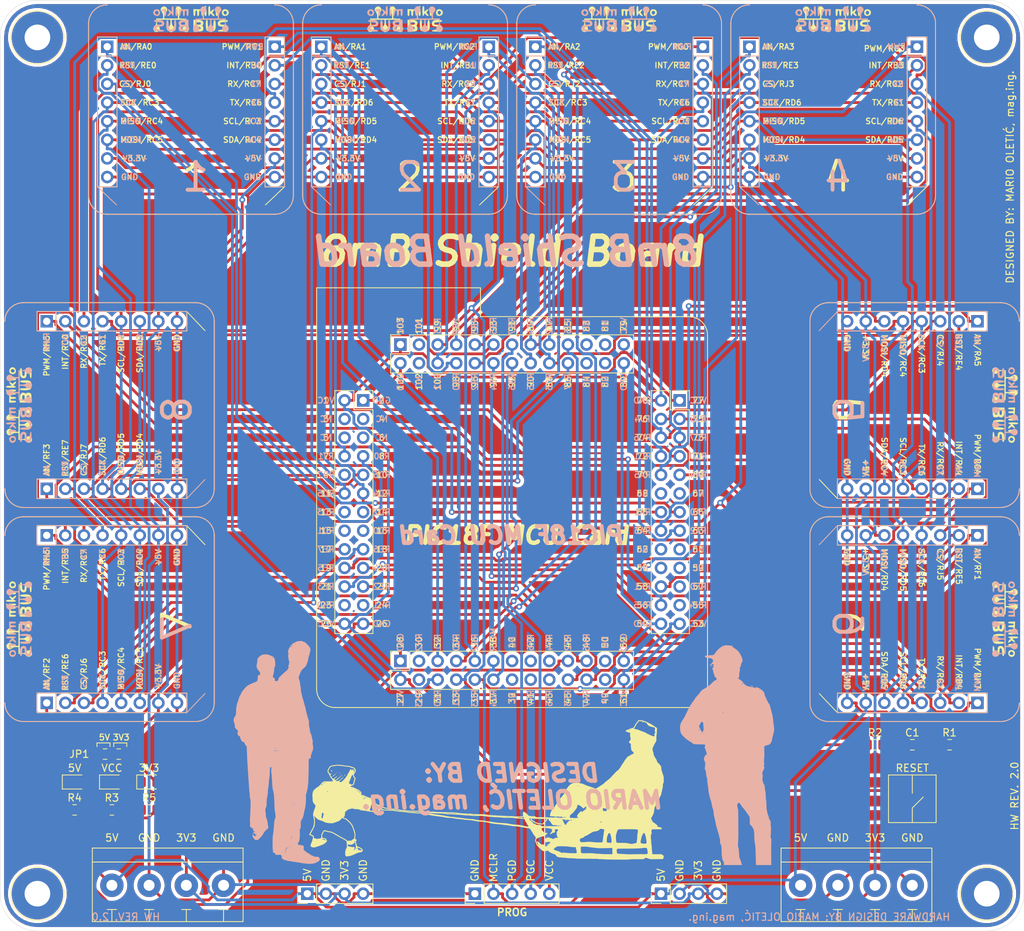
<source format=kicad_pcb>
(kicad_pcb (version 20171130) (host pcbnew "(5.1.5)-3")
  (layers (0 F.Cu signal) (31 B.Cu signal) (34 B.Paste user) (35 F.Paste user) (36 B.SilkS user) (37 F.SilkS user) (38 B.Mask user) (39 F.Mask user) (44 Edge.Cuts user))
  (net 0 "")
  (net 1 "Net-(U9-Pad14)")
  (net 2 "Net-(U9-Pad9)")
  (net 3 "Net-(U9-Pad16)")
  (net 4 "Net-(U9-Pad15)")
  (net 5 "Net-(U9-Pad13)")
  (net 6 "Net-(U9-Pad3)")
  (net 7 "Net-(U9-Pad6)")
  (net 8 "Net-(U9-Pad5)")
  (net 9 "Net-(U9-Pad4)")
  (net 10 "Net-(C1-Pad1)")
  (net 11 GND)
  (net 12 VCC)
  (net 13 "Net-(D1-Pad1)")
  (net 14 +5V)
  (net 15 "Net-(D2-Pad1)")
  (net 16 "Net-(D3-Pad1)")
  (net 17 +3V3)
  (net 18 "Net-(H1-Pad1)")
  (net 19 "Net-(H2-Pad1)")
  (net 20 "Net-(H3-Pad1)")
  (net 21 "Net-(H4-Pad1)")
  (net 22 "Net-(U9-Pad23)")
  (net 23 "Net-(U9-Pad24)")
  (net 24 "Net-(U9-Pad81)")
  (net 25 "Net-(U9-Pad102)")
  (net 26 "Net-(U9-Pad83)")
  (net 27 "Net-(U9-Pad84)")
  (net 28 "Net-(U9-Pad101)")
  (net 29 "Net-(U9-Pad82)")
  (net 30 "Net-(U9-Pad61)")
  (net 31 "Net-(U9-Pad62)")
  (net 32 "Net-(U9-Pad57)")
  (net 33 "Net-(U9-Pad68)")
  (net 34 "Net-(U9-Pad67)")
  (net 35 "Net-(U9-Pad59)")
  (net 36 "Net-(U9-Pad60)")
  (net 37 "Net-(U9-Pad55)")
  (net 38 "Net-(U9-Pad40)")
  (net 39 "Net-(U9-Pad41)")
  (net 40 "Net-(U9-Pad30)")
  (net 41 "Net-(U9-Pad44)")
  (net 42 "Net-(U9-Pad42)")
  (net 43 "Net-(U9-Pad43)")
  (net 44 "Net-(U9-Pad49)")
  (net 45 "Net-(U9-Pad39)")
  (net 46 "Net-(U9-Pad29)")
  (net 47 "Net-(U9-Pad50)")
  (net 48 /MCLR)
  (net 49 /PGD)
  (net 50 /PGC)
  (net 51 /RE4)
  (net 52 /RD5)
  (net 53 /RD4)
  (net 54 /RD6)
  (net 55 /RJ0)
  (net 56 /RJ1)
  (net 57 /RE7)
  (net 58 /RE3)
  (net 59 /RE2)
  (net 60 /RE6)
  (net 61 /RE5)
  (net 62 /RJ6)
  (net 63 /RJ7)
  (net 64 /RB2)
  (net 65 /RB5)
  (net 66 /RJ2)
  (net 67 /RC2)
  (net 68 /RB1)
  (net 69 /RC3)
  (net 70 /RB0)
  (net 71 /RC5)
  (net 72 /RJ3)
  (net 73 /RB3)
  (net 74 /RB4)
  (net 75 /RC4)
  (net 76 /RA0)
  (net 77 /RA3)
  (net 78 /RA4)
  (net 79 /RJ5)
  (net 80 /RC1)
  (net 81 /RF1)
  (net 82 /RA2)
  (net 83 /RC7)
  (net 84 /RH5)
  (net 85 /RA1)
  (net 86 /RC0)
  (net 87 /RC6)
  (net 88 /RA5)
  (net 89 /RJ4)
  (net 90 /RG2)
  (net 91 /RG1)
  (net 92 /RH7)
  (net 93 /RE1)
  (net 94 /RH6)
  (net 95 /RG0)
  (net 96 /RG4)
  (net 97 /RE0)
  (net 98 /RG3)
  (net 99 /RF2)
  (net 100 /RF3)
  (module "8mB Sockets Board:mikroBUS_socket_BSilk" (layer B.Cu) (at 135.89 93.345 90)
    (fp_text reference REF** hide)
    (fp_text value mikroBUS_socket_BSilk hide)
    (fp_text user INT (at -8.89 20.32 90) (layer B.SilkS) (effects (font (size 0.762 0.762)) (justify mirror)))
    (fp_text user SCL (at -8.636 12.7 90) (layer B.SilkS) (effects (font (size 0.762 0.762)) (justify mirror)))
    (fp_text user MOSI (at 8.128 10.16 90) (layer B.SilkS) (effects (font (size 0.762 0.762)) (justify mirror)))
    (fp_text user CS (at 8.636 17.78 90) (layer B.SilkS) (effects (font (size 0.762 0.762)) (justify mirror)))
    (fp_text user AN (at 8.89 22.86 90) (layer B.SilkS) (effects (font (size 0.762 0.762)) (justify mirror)))
    (fp_text user PWM (at -8.636 22.86 90) (layer B.SilkS) (effects (font (size 0.762 0.762)) (justify mirror)))
    (fp_text user TX (at -8.89 15.24 90) (layer B.SilkS) (effects (font (size 0.762 0.762)) (justify mirror)))
    (fp_text user RX (at -8.89 17.78 90) (layer B.SilkS) (effects (font (size 0.762 0.762)) (justify mirror)))
    (fp_text user GND (at -8.382 5.08 90) (layer B.SilkS) (effects (font (size 0.762 0.762)) (justify mirror)))
    (fp_text user +5V (at -8.636 7.62 90) (layer B.SilkS) (effects (font (size 0.762 0.762)) (justify mirror)))
    (fp_text user +3.3V (at 7.62 7.62 90) (layer B.SilkS) (effects (font (size 0.762 0.762)) (justify mirror)))
    (fp_text user MISO (at 8.128 12.7 90) (layer B.SilkS) (effects (font (size 0.762 0.762)) (justify mirror)))
    (fp_text user SDA (at -8.636 10.16 90) (layer B.SilkS) (effects (font (size 0.762 0.762)) (justify mirror)))
    (fp_text user RST (at 8.636 20.32 90) (layer B.SilkS) (effects (font (size 0.762 0.762)) (justify mirror)))
    (fp_text user GND (at 8.382 5.08 90) (layer B.SilkS) (effects (font (size 0.762 0.762)) (justify mirror)))
    (fp_text user SCK (at 8.636 15.24 90) (layer B.SilkS) (effects (font (size 0.762 0.762)) (justify mirror)))
  )
  (module "8mB Sockets Board:mikroBUS_socket_BSilk" (layer B.Cu) (at 135.89 122.555 90)
    (fp_text reference REF** hide)
    (fp_text value mikroBUS_socket_BSilk hide)
    (fp_text user INT (at -8.89 20.32 90) (layer B.SilkS) (effects (font (size 0.762 0.762)) (justify mirror)))
    (fp_text user SCL (at -8.636 12.7 90) (layer B.SilkS) (effects (font (size 0.762 0.762)) (justify mirror)))
    (fp_text user MOSI (at 8.128 10.16 90) (layer B.SilkS) (effects (font (size 0.762 0.762)) (justify mirror)))
    (fp_text user CS (at 8.636 17.78 90) (layer B.SilkS) (effects (font (size 0.762 0.762)) (justify mirror)))
    (fp_text user AN (at 8.89 22.86 90) (layer B.SilkS) (effects (font (size 0.762 0.762)) (justify mirror)))
    (fp_text user PWM (at -8.636 22.86 90) (layer B.SilkS) (effects (font (size 0.762 0.762)) (justify mirror)))
    (fp_text user TX (at -8.89 15.24 90) (layer B.SilkS) (effects (font (size 0.762 0.762)) (justify mirror)))
    (fp_text user RX (at -8.89 17.78 90) (layer B.SilkS) (effects (font (size 0.762 0.762)) (justify mirror)))
    (fp_text user GND (at -8.382 5.08 90) (layer B.SilkS) (effects (font (size 0.762 0.762)) (justify mirror)))
    (fp_text user +5V (at -8.636 7.62 90) (layer B.SilkS) (effects (font (size 0.762 0.762)) (justify mirror)))
    (fp_text user +3.3V (at 7.62 7.62 90) (layer B.SilkS) (effects (font (size 0.762 0.762)) (justify mirror)))
    (fp_text user MISO (at 8.128 12.7 90) (layer B.SilkS) (effects (font (size 0.762 0.762)) (justify mirror)))
    (fp_text user SDA (at -8.636 10.16 90) (layer B.SilkS) (effects (font (size 0.762 0.762)) (justify mirror)))
    (fp_text user RST (at 8.636 20.32 90) (layer B.SilkS) (effects (font (size 0.762 0.762)) (justify mirror)))
    (fp_text user GND (at 8.382 5.08 90) (layer B.SilkS) (effects (font (size 0.762 0.762)) (justify mirror)))
    (fp_text user SCK (at 8.636 15.24 90) (layer B.SilkS) (effects (font (size 0.762 0.762)) (justify mirror)))
  )
  (module "8mB Sockets Board:mikroBUS_socket_BSilk" (layer B.Cu) (at 54.61 122.555 270)
    (fp_text reference REF** hide)
    (fp_text value mikroBUS_socket_BSilk hide)
    (fp_text user INT (at -8.89 20.32 90) (layer B.SilkS) (effects (font (size 0.762 0.762)) (justify mirror)))
    (fp_text user SCL (at -8.636 12.7 90) (layer B.SilkS) (effects (font (size 0.762 0.762)) (justify mirror)))
    (fp_text user MOSI (at 8.128 10.16 90) (layer B.SilkS) (effects (font (size 0.762 0.762)) (justify mirror)))
    (fp_text user CS (at 8.636 17.78 90) (layer B.SilkS) (effects (font (size 0.762 0.762)) (justify mirror)))
    (fp_text user AN (at 8.89 22.86 90) (layer B.SilkS) (effects (font (size 0.762 0.762)) (justify mirror)))
    (fp_text user PWM (at -8.636 22.86 90) (layer B.SilkS) (effects (font (size 0.762 0.762)) (justify mirror)))
    (fp_text user TX (at -8.89 15.24 90) (layer B.SilkS) (effects (font (size 0.762 0.762)) (justify mirror)))
    (fp_text user RX (at -8.89 17.78 90) (layer B.SilkS) (effects (font (size 0.762 0.762)) (justify mirror)))
    (fp_text user GND (at -8.382 5.08 90) (layer B.SilkS) (effects (font (size 0.762 0.762)) (justify mirror)))
    (fp_text user +5V (at -8.636 7.62 90) (layer B.SilkS) (effects (font (size 0.762 0.762)) (justify mirror)))
    (fp_text user +3.3V (at 7.62 7.62 90) (layer B.SilkS) (effects (font (size 0.762 0.762)) (justify mirror)))
    (fp_text user MISO (at 8.128 12.7 90) (layer B.SilkS) (effects (font (size 0.762 0.762)) (justify mirror)))
    (fp_text user SDA (at -8.636 10.16 90) (layer B.SilkS) (effects (font (size 0.762 0.762)) (justify mirror)))
    (fp_text user RST (at 8.636 20.32 90) (layer B.SilkS) (effects (font (size 0.762 0.762)) (justify mirror)))
    (fp_text user GND (at 8.382 5.08 90) (layer B.SilkS) (effects (font (size 0.762 0.762)) (justify mirror)))
    (fp_text user SCK (at 8.636 15.24 90) (layer B.SilkS) (effects (font (size 0.762 0.762)) (justify mirror)))
  )
  (module "8mB Sockets Board:mikroBUS_socket_BSilk" (layer B.Cu) (at 54.61 93.345 270)
    (fp_text reference REF** hide)
    (fp_text value mikroBUS_socket_BSilk hide)
    (fp_text user INT (at -8.89 20.32 90) (layer B.SilkS) (effects (font (size 0.762 0.762)) (justify mirror)))
    (fp_text user SCL (at -8.636 12.7 90) (layer B.SilkS) (effects (font (size 0.762 0.762)) (justify mirror)))
    (fp_text user MOSI (at 8.128 10.16 90) (layer B.SilkS) (effects (font (size 0.762 0.762)) (justify mirror)))
    (fp_text user CS (at 8.636 17.78 90) (layer B.SilkS) (effects (font (size 0.762 0.762)) (justify mirror)))
    (fp_text user AN (at 8.89 22.86 90) (layer B.SilkS) (effects (font (size 0.762 0.762)) (justify mirror)))
    (fp_text user PWM (at -8.636 22.86 90) (layer B.SilkS) (effects (font (size 0.762 0.762)) (justify mirror)))
    (fp_text user TX (at -8.89 15.24 90) (layer B.SilkS) (effects (font (size 0.762 0.762)) (justify mirror)))
    (fp_text user RX (at -8.89 17.78 90) (layer B.SilkS) (effects (font (size 0.762 0.762)) (justify mirror)))
    (fp_text user GND (at -8.382 5.08 90) (layer B.SilkS) (effects (font (size 0.762 0.762)) (justify mirror)))
    (fp_text user +5V (at -8.636 7.62 90) (layer B.SilkS) (effects (font (size 0.762 0.762)) (justify mirror)))
    (fp_text user +3.3V (at 7.62 7.62 90) (layer B.SilkS) (effects (font (size 0.762 0.762)) (justify mirror)))
    (fp_text user MISO (at 8.128 12.7 90) (layer B.SilkS) (effects (font (size 0.762 0.762)) (justify mirror)))
    (fp_text user SDA (at -8.636 10.16 90) (layer B.SilkS) (effects (font (size 0.762 0.762)) (justify mirror)))
    (fp_text user RST (at 8.636 20.32 90) (layer B.SilkS) (effects (font (size 0.762 0.762)) (justify mirror)))
    (fp_text user GND (at 8.382 5.08 90) (layer B.SilkS) (effects (font (size 0.762 0.762)) (justify mirror)))
    (fp_text user SCK (at 8.636 15.24 90) (layer B.SilkS) (effects (font (size 0.762 0.762)) (justify mirror)))
  )
  (module "8mB Sockets Board:mikroBUS_socket_BSilk" (layer B.Cu) (at 51.435 67.31 180)
    (fp_text reference REF** hide)
    (fp_text value mikroBUS_socket_BSilk hide)
    (fp_text user INT (at -8.89 20.32) (layer B.SilkS) (effects (font (size 0.762 0.762)) (justify mirror)))
    (fp_text user SCL (at -8.636 12.7) (layer B.SilkS) (effects (font (size 0.762 0.762)) (justify mirror)))
    (fp_text user MOSI (at 8.128 10.16) (layer B.SilkS) (effects (font (size 0.762 0.762)) (justify mirror)))
    (fp_text user CS (at 8.636 17.78) (layer B.SilkS) (effects (font (size 0.762 0.762)) (justify mirror)))
    (fp_text user AN (at 8.89 22.86) (layer B.SilkS) (effects (font (size 0.762 0.762)) (justify mirror)))
    (fp_text user PWM (at -8.636 22.86) (layer B.SilkS) (effects (font (size 0.762 0.762)) (justify mirror)))
    (fp_text user TX (at -8.89 15.24) (layer B.SilkS) (effects (font (size 0.762 0.762)) (justify mirror)))
    (fp_text user RX (at -8.89 17.78) (layer B.SilkS) (effects (font (size 0.762 0.762)) (justify mirror)))
    (fp_text user GND (at -8.382 5.08) (layer B.SilkS) (effects (font (size 0.762 0.762)) (justify mirror)))
    (fp_text user +5V (at -8.636 7.62) (layer B.SilkS) (effects (font (size 0.762 0.762)) (justify mirror)))
    (fp_text user +3.3V (at 7.62 7.62) (layer B.SilkS) (effects (font (size 0.762 0.762)) (justify mirror)))
    (fp_text user MISO (at 8.128 12.7) (layer B.SilkS) (effects (font (size 0.762 0.762)) (justify mirror)))
    (fp_text user SDA (at -8.636 10.16) (layer B.SilkS) (effects (font (size 0.762 0.762)) (justify mirror)))
    (fp_text user RST (at 8.636 20.32) (layer B.SilkS) (effects (font (size 0.762 0.762)) (justify mirror)))
    (fp_text user GND (at 8.382 5.08) (layer B.SilkS) (effects (font (size 0.762 0.762)) (justify mirror)))
    (fp_text user SCK (at 8.636 15.24) (layer B.SilkS) (effects (font (size 0.762 0.762)) (justify mirror)))
  )
  (module "8mB Sockets Board:mikroBUS_socket_BSilk" (layer B.Cu) (at 80.645 67.31 180)
    (fp_text reference REF** hide)
    (fp_text value mikroBUS_socket_BSilk hide)
    (fp_text user INT (at -8.89 20.32) (layer B.SilkS) (effects (font (size 0.762 0.762)) (justify mirror)))
    (fp_text user SCL (at -8.636 12.7) (layer B.SilkS) (effects (font (size 0.762 0.762)) (justify mirror)))
    (fp_text user MOSI (at 8.128 10.16) (layer B.SilkS) (effects (font (size 0.762 0.762)) (justify mirror)))
    (fp_text user CS (at 8.636 17.78) (layer B.SilkS) (effects (font (size 0.762 0.762)) (justify mirror)))
    (fp_text user AN (at 8.89 22.86) (layer B.SilkS) (effects (font (size 0.762 0.762)) (justify mirror)))
    (fp_text user PWM (at -8.636 22.86) (layer B.SilkS) (effects (font (size 0.762 0.762)) (justify mirror)))
    (fp_text user TX (at -8.89 15.24) (layer B.SilkS) (effects (font (size 0.762 0.762)) (justify mirror)))
    (fp_text user RX (at -8.89 17.78) (layer B.SilkS) (effects (font (size 0.762 0.762)) (justify mirror)))
    (fp_text user GND (at -8.382 5.08) (layer B.SilkS) (effects (font (size 0.762 0.762)) (justify mirror)))
    (fp_text user +5V (at -8.636 7.62) (layer B.SilkS) (effects (font (size 0.762 0.762)) (justify mirror)))
    (fp_text user +3.3V (at 7.62 7.62) (layer B.SilkS) (effects (font (size 0.762 0.762)) (justify mirror)))
    (fp_text user MISO (at 8.128 12.7) (layer B.SilkS) (effects (font (size 0.762 0.762)) (justify mirror)))
    (fp_text user SDA (at -8.636 10.16) (layer B.SilkS) (effects (font (size 0.762 0.762)) (justify mirror)))
    (fp_text user RST (at 8.636 20.32) (layer B.SilkS) (effects (font (size 0.762 0.762)) (justify mirror)))
    (fp_text user GND (at 8.382 5.08) (layer B.SilkS) (effects (font (size 0.762 0.762)) (justify mirror)))
    (fp_text user SCK (at 8.636 15.24) (layer B.SilkS) (effects (font (size 0.762 0.762)) (justify mirror)))
  )
  (module "8mB Sockets Board:mikroBUS_socket_BSilk" (layer B.Cu) (at 109.855 67.31 180)
    (fp_text reference REF** hide)
    (fp_text value mikroBUS_socket_BSilk hide)
    (fp_text user INT (at -8.89 20.32) (layer B.SilkS) (effects (font (size 0.762 0.762)) (justify mirror)))
    (fp_text user SCL (at -8.636 12.7) (layer B.SilkS) (effects (font (size 0.762 0.762)) (justify mirror)))
    (fp_text user MOSI (at 8.128 10.16) (layer B.SilkS) (effects (font (size 0.762 0.762)) (justify mirror)))
    (fp_text user CS (at 8.636 17.78) (layer B.SilkS) (effects (font (size 0.762 0.762)) (justify mirror)))
    (fp_text user AN (at 8.89 22.86) (layer B.SilkS) (effects (font (size 0.762 0.762)) (justify mirror)))
    (fp_text user PWM (at -8.636 22.86) (layer B.SilkS) (effects (font (size 0.762 0.762)) (justify mirror)))
    (fp_text user TX (at -8.89 15.24) (layer B.SilkS) (effects (font (size 0.762 0.762)) (justify mirror)))
    (fp_text user RX (at -8.89 17.78) (layer B.SilkS) (effects (font (size 0.762 0.762)) (justify mirror)))
    (fp_text user GND (at -8.382 5.08) (layer B.SilkS) (effects (font (size 0.762 0.762)) (justify mirror)))
    (fp_text user +5V (at -8.636 7.62) (layer B.SilkS) (effects (font (size 0.762 0.762)) (justify mirror)))
    (fp_text user +3.3V (at 7.62 7.62) (layer B.SilkS) (effects (font (size 0.762 0.762)) (justify mirror)))
    (fp_text user MISO (at 8.128 12.7) (layer B.SilkS) (effects (font (size 0.762 0.762)) (justify mirror)))
    (fp_text user SDA (at -8.636 10.16) (layer B.SilkS) (effects (font (size 0.762 0.762)) (justify mirror)))
    (fp_text user RST (at 8.636 20.32) (layer B.SilkS) (effects (font (size 0.762 0.762)) (justify mirror)))
    (fp_text user GND (at 8.382 5.08) (layer B.SilkS) (effects (font (size 0.762 0.762)) (justify mirror)))
    (fp_text user SCK (at 8.636 15.24) (layer B.SilkS) (effects (font (size 0.762 0.762)) (justify mirror)))
  )
  (module "8mB Sockets Board:mikroBUS_socket_BSilk" (layer B.Cu) (at 139.065 67.31 180)
    (fp_text reference REF** hide)
    (fp_text value mikroBUS_socket_BSilk hide)
    (fp_text user SCK (at 8.636 15.24) (layer B.SilkS) (effects (font (size 0.762 0.762)) (justify mirror)))
    (fp_text user GND (at 8.382 5.08) (layer B.SilkS) (effects (font (size 0.762 0.762)) (justify mirror)))
    (fp_text user RST (at 8.636 20.32) (layer B.SilkS) (effects (font (size 0.762 0.762)) (justify mirror)))
    (fp_text user SDA (at -8.636 10.16) (layer B.SilkS) (effects (font (size 0.762 0.762)) (justify mirror)))
    (fp_text user MISO (at 8.128 12.7) (layer B.SilkS) (effects (font (size 0.762 0.762)) (justify mirror)))
    (fp_text user +3.3V (at 7.62 7.62) (layer B.SilkS) (effects (font (size 0.762 0.762)) (justify mirror)))
    (fp_text user +5V (at -8.636 7.62) (layer B.SilkS) (effects (font (size 0.762 0.762)) (justify mirror)))
    (fp_text user GND (at -8.382 5.08) (layer B.SilkS) (effects (font (size 0.762 0.762)) (justify mirror)))
    (fp_text user RX (at -8.89 17.78) (layer B.SilkS) (effects (font (size 0.762 0.762)) (justify mirror)))
    (fp_text user TX (at -8.89 15.24) (layer B.SilkS) (effects (font (size 0.762 0.762)) (justify mirror)))
    (fp_text user PWM (at -8.636 22.86) (layer B.SilkS) (effects (font (size 0.762 0.762)) (justify mirror)))
    (fp_text user AN (at 8.89 22.86) (layer B.SilkS) (effects (font (size 0.762 0.762)) (justify mirror)))
    (fp_text user CS (at 8.636 17.78) (layer B.SilkS) (effects (font (size 0.762 0.762)) (justify mirror)))
    (fp_text user MOSI (at 8.128 10.16) (layer B.SilkS) (effects (font (size 0.762 0.762)) (justify mirror)))
    (fp_text user SCL (at -8.636 12.7) (layer B.SilkS) (effects (font (size 0.762 0.762)) (justify mirror)))
    (fp_text user INT (at -8.89 20.32) (layer B.SilkS) (effects (font (size 0.762 0.762)) (justify mirror)))
  )
  (module "8mB Sockets Board:mme" (layer B.Cu) (at 125.095 140.97 180)
    (fp_text reference G*** hide)
    (fp_text value LOGO hide)
  )
  (module "8mB Sockets Board:dam5" (layer F.Cu) (at 92.075 145.415)
    (fp_text reference G*** hide)
    (fp_text value LOGO hide)
  )
  (module "8mB Sockets Board:med2" (layer B.Cu) (at 64.135 140.335 180)
    (fp_text reference G*** hide)
    (fp_text value LOGO hide)
  )
  (module "8mB Sockets Board:mikroBUS_socket" (layer F.Cu) (at 109.855 67.31)
    (fp_text reference U3 hide)
    (fp_text value mikroBUS_socket hide)
    (fp_text user PWM/RG0 (at 6.731 -22.86) (layer F.SilkS) (effects (font (size 0.762 0.762))))
    (fp_text user INT/RB2 (at 7.239 -20.32) (layer F.SilkS) (effects (font (size 0.762 0.762))))
    (fp_text user RX/RC7 (at 7.239 -17.78) (layer F.SilkS) (effects (font (size 0.762 0.762))))
    (fp_text user TX/RC6 (at 7.493 -15.24) (layer F.SilkS) (effects (font (size 0.762 0.762))))
    (fp_text user SCL/RC3 (at 6.985 -12.7) (layer F.SilkS) (effects (font (size 0.762 0.762))))
    (fp_text user SDA/RC4 (at 6.985 -10.16) (layer F.SilkS) (effects (font (size 0.762 0.762))))
    (fp_text user +5V (at 8.382 -7.62) (layer F.SilkS) (effects (font (size 0.762 0.762))))
    (fp_text user GND (at 8.382 -5.08) (layer F.SilkS) (effects (font (size 0.762 0.762))))
    (fp_text user GND (at -8.382 -5.08) (layer F.SilkS) (effects (font (size 0.762 0.762))))
    (fp_text user +3.3V (at -7.874 -7.62) (layer F.SilkS) (effects (font (size 0.762 0.762))))
    (fp_text user MOSI/RC5 (at -6.731 -10.16) (layer F.SilkS) (effects (font (size 0.762 0.762))))
    (fp_text user MISO/RC4 (at -6.731 -12.7) (layer F.SilkS) (effects (font (size 0.762 0.762))))
    (fp_text user SCK/RC3 (at -6.985 -15.24) (layer F.SilkS) (effects (font (size 0.762 0.762))))
    (fp_text user CS/RJ2 (at -7.493 -17.78) (layer F.SilkS) (effects (font (size 0.762 0.762))))
    (fp_text user RST/RE2 (at -7.239 -20.32) (layer F.SilkS) (effects (font (size 0.762 0.762))))
    (fp_text user AN/RA2 (at -7.493 -22.86) (layer F.SilkS) (effects (font (size 0.762 0.762))))
    (pad 14 thru_hole oval (at 11.43 -17.78) (size 1.7 1.7) (drill 1) (layers *.Cu *.Mask) (net 83 /RC7))
    (pad 9 thru_hole oval (at 11.43 -5.08) (size 1.7 1.7) (drill 1) (layers *.Cu *.Mask) (net 11 GND))
    (pad 16 thru_hole rect (at 11.43 -22.86) (size 1.7 1.7) (drill 1) (layers *.Cu *.Mask) (net 95 /RG0))
    (pad 10 thru_hole oval (at 11.43 -7.62) (size 1.7 1.7) (drill 1) (layers *.Cu *.Mask) (net 14 +5V))
    (pad 11 thru_hole oval (at 11.43 -10.16) (size 1.7 1.7) (drill 1) (layers *.Cu *.Mask) (net 75 /RC4))
    (pad 12 thru_hole oval (at 11.43 -12.7) (size 1.7 1.7) (drill 1) (layers *.Cu *.Mask) (net 69 /RC3))
    (pad 15 thru_hole oval (at 11.43 -20.32) (size 1.7 1.7) (drill 1) (layers *.Cu *.Mask) (net 64 /RB2))
    (pad 13 thru_hole oval (at 11.43 -15.24) (size 1.7 1.7) (drill 1) (layers *.Cu *.Mask) (net 87 /RC6))
    (pad 3 thru_hole oval (at -11.43 -17.78) (size 1.7 1.7) (drill 1) (layers *.Cu *.Mask) (net 66 /RJ2))
    (pad 8 thru_hole oval (at -11.43 -5.08) (size 1.7 1.7) (drill 1) (layers *.Cu *.Mask) (net 11 GND))
    (pad 1 thru_hole rect (at -11.43 -22.86) (size 1.7 1.7) (drill 1) (layers *.Cu *.Mask) (net 82 /RA2))
    (pad 7 thru_hole oval (at -11.43 -7.62) (size 1.7 1.7) (drill 1) (layers *.Cu *.Mask) (net 17 +3V3))
    (pad 6 thru_hole oval (at -11.43 -10.16) (size 1.7 1.7) (drill 1) (layers *.Cu *.Mask) (net 71 /RC5))
    (pad 5 thru_hole oval (at -11.43 -12.7) (size 1.7 1.7) (drill 1) (layers *.Cu *.Mask) (net 75 /RC4))
    (pad 2 thru_hole oval (at -11.43 -20.32) (size 1.7 1.7) (drill 1) (layers *.Cu *.Mask) (net 59 /RE2))
    (pad 4 thru_hole oval (at -11.43 -15.24) (size 1.7 1.7) (drill 1) (layers *.Cu *.Mask) (net 69 /RC3))
  )
  (module "8mB Sockets Board:mikroBUS_socket" (layer F.Cu) (at 80.645 67.31)
    (fp_text reference U2 hide)
    (fp_text value mikroBUS_socket hide)
    (fp_text user AN/RA1 (at -7.493 -22.86) (layer F.SilkS) (effects (font (size 0.762 0.762))))
    (fp_text user RST/RE1 (at -7.239 -20.32) (layer F.SilkS) (effects (font (size 0.762 0.762))))
    (fp_text user CS/RJ1 (at -7.493 -17.78) (layer F.SilkS) (effects (font (size 0.762 0.762))))
    (fp_text user SCK/RD6 (at -6.985 -15.24) (layer F.SilkS) (effects (font (size 0.762 0.762))))
    (fp_text user MISO/RD5 (at -6.731 -12.7) (layer F.SilkS) (effects (font (size 0.762 0.762))))
    (fp_text user MOSI/RD4 (at -6.731 -10.16) (layer F.SilkS) (effects (font (size 0.762 0.762))))
    (fp_text user +3.3V (at -7.874 -7.62) (layer F.SilkS) (effects (font (size 0.762 0.762))))
    (fp_text user GND (at -8.382 -5.08) (layer F.SilkS) (effects (font (size 0.762 0.762))))
    (fp_text user GND (at 8.382 -5.08) (layer F.SilkS) (effects (font (size 0.762 0.762))))
    (fp_text user +5V (at 8.382 -7.62) (layer F.SilkS) (effects (font (size 0.762 0.762))))
    (fp_text user SDA/RD5 (at 6.985 -10.16) (layer F.SilkS) (effects (font (size 0.762 0.762))))
    (fp_text user SCL/RD6 (at 6.985 -12.7) (layer F.SilkS) (effects (font (size 0.762 0.762))))
    (fp_text user TX/RG1 (at 7.493 -15.24) (layer F.SilkS) (effects (font (size 0.762 0.762))))
    (fp_text user RX/RG2 (at 7.239 -17.78) (layer F.SilkS) (effects (font (size 0.762 0.762))))
    (fp_text user INT/RB1 (at 7.239 -20.32) (layer F.SilkS) (effects (font (size 0.762 0.762))))
    (fp_text user PWM/RC2 (at 6.731 -22.86) (layer F.SilkS) (effects (font (size 0.762 0.762))))
    (pad 4 thru_hole oval (at -11.43 -15.24) (size 1.7 1.7) (drill 1) (layers *.Cu *.Mask) (net 54 /RD6))
    (pad 2 thru_hole oval (at -11.43 -20.32) (size 1.7 1.7) (drill 1) (layers *.Cu *.Mask) (net 93 /RE1))
    (pad 5 thru_hole oval (at -11.43 -12.7) (size 1.7 1.7) (drill 1) (layers *.Cu *.Mask) (net 52 /RD5))
    (pad 6 thru_hole oval (at -11.43 -10.16) (size 1.7 1.7) (drill 1) (layers *.Cu *.Mask) (net 53 /RD4))
    (pad 7 thru_hole oval (at -11.43 -7.62) (size 1.7 1.7) (drill 1) (layers *.Cu *.Mask) (net 17 +3V3))
    (pad 1 thru_hole rect (at -11.43 -22.86) (size 1.7 1.7) (drill 1) (layers *.Cu *.Mask) (net 85 /RA1))
    (pad 8 thru_hole oval (at -11.43 -5.08) (size 1.7 1.7) (drill 1) (layers *.Cu *.Mask) (net 11 GND))
    (pad 3 thru_hole oval (at -11.43 -17.78) (size 1.7 1.7) (drill 1) (layers *.Cu *.Mask) (net 56 /RJ1))
    (pad 13 thru_hole oval (at 11.43 -15.24) (size 1.7 1.7) (drill 1) (layers *.Cu *.Mask) (net 91 /RG1))
    (pad 15 thru_hole oval (at 11.43 -20.32) (size 1.7 1.7) (drill 1) (layers *.Cu *.Mask) (net 68 /RB1))
    (pad 12 thru_hole oval (at 11.43 -12.7) (size 1.7 1.7) (drill 1) (layers *.Cu *.Mask) (net 54 /RD6))
    (pad 11 thru_hole oval (at 11.43 -10.16) (size 1.7 1.7) (drill 1) (layers *.Cu *.Mask) (net 52 /RD5))
    (pad 10 thru_hole oval (at 11.43 -7.62) (size 1.7 1.7) (drill 1) (layers *.Cu *.Mask) (net 14 +5V))
    (pad 16 thru_hole rect (at 11.43 -22.86) (size 1.7 1.7) (drill 1) (layers *.Cu *.Mask) (net 67 /RC2))
    (pad 9 thru_hole oval (at 11.43 -5.08) (size 1.7 1.7) (drill 1) (layers *.Cu *.Mask) (net 11 GND))
    (pad 14 thru_hole oval (at 11.43 -17.78) (size 1.7 1.7) (drill 1) (layers *.Cu *.Mask) (net 90 /RG2))
  )
  (module "8mB Sockets Board:mikroBUS_socket" (layer F.Cu) (at 135.89 93.345 270)
    (fp_text reference U5 hide)
    (fp_text value mikroBUS_socket hide)
    (pad 4 thru_hole oval (at -11.43 -15.24 270) (size 1.7 1.7) (drill 1) (layers *.Cu *.Mask) (net 69 /RC3))
    (pad 2 thru_hole oval (at -11.43 -20.32 270) (size 1.7 1.7) (drill 1) (layers *.Cu *.Mask) (net 51 /RE4))
    (pad 5 thru_hole oval (at -11.43 -12.7 270) (size 1.7 1.7) (drill 1) (layers *.Cu *.Mask) (net 75 /RC4))
    (pad 6 thru_hole oval (at -11.43 -10.16 270) (size 1.7 1.7) (drill 1) (layers *.Cu *.Mask) (net 71 /RC5))
    (pad 7 thru_hole oval (at -11.43 -7.62 270) (size 1.7 1.7) (drill 1) (layers *.Cu *.Mask) (net 17 +3V3))
    (pad 1 thru_hole rect (at -11.43 -22.86 270) (size 1.7 1.7) (drill 1) (layers *.Cu *.Mask) (net 88 /RA5))
    (pad 8 thru_hole oval (at -11.43 -5.08 270) (size 1.7 1.7) (drill 1) (layers *.Cu *.Mask) (net 11 GND))
    (pad 3 thru_hole oval (at -11.43 -17.78 270) (size 1.7 1.7) (drill 1) (layers *.Cu *.Mask) (net 89 /RJ4))
    (pad 13 thru_hole oval (at 11.43 -15.24 270) (size 1.7 1.7) (drill 1) (layers *.Cu *.Mask) (net 87 /RC6))
    (pad 15 thru_hole oval (at 11.43 -20.32 270) (size 1.7 1.7) (drill 1) (layers *.Cu *.Mask) (net 78 /RA4))
    (pad 12 thru_hole oval (at 11.43 -12.7 270) (size 1.7 1.7) (drill 1) (layers *.Cu *.Mask) (net 69 /RC3))
    (pad 11 thru_hole oval (at 11.43 -10.16 270) (size 1.7 1.7) (drill 1) (layers *.Cu *.Mask) (net 75 /RC4))
    (pad 10 thru_hole oval (at 11.43 -7.62 270) (size 1.7 1.7) (drill 1) (layers *.Cu *.Mask) (net 14 +5V))
    (pad 16 thru_hole rect (at 11.43 -22.86 270) (size 1.7 1.7) (drill 1) (layers *.Cu *.Mask) (net 96 /RG4))
    (pad 9 thru_hole oval (at 11.43 -5.08 270) (size 1.7 1.7) (drill 1) (layers *.Cu *.Mask) (net 11 GND))
    (pad 14 thru_hole oval (at 11.43 -17.78 270) (size 1.7 1.7) (drill 1) (layers *.Cu *.Mask) (net 83 /RC7))
  )
  (module "8mB Sockets Board:mikroBUS_socket" (layer F.Cu) (at 135.89 122.555 270)
    (fp_text reference U6 hide)
    (fp_text value mikroBUS_socket hide)
    (pad 14 thru_hole oval (at 11.43 -17.78 270) (size 1.7 1.7) (drill 1) (layers *.Cu *.Mask) (net 90 /RG2))
    (pad 9 thru_hole oval (at 11.43 -5.08 270) (size 1.7 1.7) (drill 1) (layers *.Cu *.Mask) (net 11 GND))
    (pad 16 thru_hole rect (at 11.43 -22.86 270) (size 1.7 1.7) (drill 1) (layers *.Cu *.Mask) (net 92 /RH7))
    (pad 10 thru_hole oval (at 11.43 -7.62 270) (size 1.7 1.7) (drill 1) (layers *.Cu *.Mask) (net 14 +5V))
    (pad 11 thru_hole oval (at 11.43 -10.16 270) (size 1.7 1.7) (drill 1) (layers *.Cu *.Mask) (net 52 /RD5))
    (pad 12 thru_hole oval (at 11.43 -12.7 270) (size 1.7 1.7) (drill 1) (layers *.Cu *.Mask) (net 54 /RD6))
    (pad 15 thru_hole oval (at 11.43 -20.32 270) (size 1.7 1.7) (drill 1) (layers *.Cu *.Mask) (net 74 /RB4))
    (pad 13 thru_hole oval (at 11.43 -15.24 270) (size 1.7 1.7) (drill 1) (layers *.Cu *.Mask) (net 91 /RG1))
    (pad 3 thru_hole oval (at -11.43 -17.78 270) (size 1.7 1.7) (drill 1) (layers *.Cu *.Mask) (net 79 /RJ5))
    (pad 8 thru_hole oval (at -11.43 -5.08 270) (size 1.7 1.7) (drill 1) (layers *.Cu *.Mask) (net 11 GND))
    (pad 1 thru_hole rect (at -11.43 -22.86 270) (size 1.7 1.7) (drill 1) (layers *.Cu *.Mask) (net 81 /RF1))
    (pad 7 thru_hole oval (at -11.43 -7.62 270) (size 1.7 1.7) (drill 1) (layers *.Cu *.Mask) (net 17 +3V3))
    (pad 6 thru_hole oval (at -11.43 -10.16 270) (size 1.7 1.7) (drill 1) (layers *.Cu *.Mask) (net 53 /RD4))
    (pad 5 thru_hole oval (at -11.43 -12.7 270) (size 1.7 1.7) (drill 1) (layers *.Cu *.Mask) (net 52 /RD5))
    (pad 2 thru_hole oval (at -11.43 -20.32 270) (size 1.7 1.7) (drill 1) (layers *.Cu *.Mask) (net 61 /RE5))
    (pad 4 thru_hole oval (at -11.43 -15.24 270) (size 1.7 1.7) (drill 1) (layers *.Cu *.Mask) (net 54 /RD6))
  )
  (module "8mB Sockets Board:mikroBUS_socket" (layer F.Cu) (at 54.61 122.555 90)
    (fp_text reference U7 hide)
    (fp_text value mikroBUS_socket hide)
    (fp_text user AN/RF2 (at -7.493 -22.86 90) (layer F.SilkS) (effects (font (size 0.762 0.762))))
    (fp_text user RST/RE6 (at -7.239 -20.32 90) (layer F.SilkS) (effects (font (size 0.762 0.762))))
    (fp_text user CS/RJ6 (at -7.493 -17.78 90) (layer F.SilkS) (effects (font (size 0.762 0.762))))
    (fp_text user SCK/RC3 (at -6.985 -15.24 90) (layer F.SilkS) (effects (font (size 0.762 0.762))))
    (fp_text user MISO/RC4 (at -6.731 -12.7 90) (layer F.SilkS) (effects (font (size 0.762 0.762))))
    (fp_text user MOSI/RC5 (at -6.731 -10.16 90) (layer F.SilkS) (effects (font (size 0.762 0.762))))
    (fp_text user +3.3V (at -7.874 -7.62 90) (layer F.SilkS) (effects (font (size 0.762 0.762))))
    (fp_text user GND (at -8.382 -5.08 90) (layer F.SilkS) (effects (font (size 0.762 0.762))))
    (fp_text user GND (at 8.509 -5.08 90) (layer F.SilkS) (effects (font (size 0.762 0.762))))
    (fp_text user +5V (at 8.382 -7.62 90) (layer F.SilkS) (effects (font (size 0.762 0.762))))
    (fp_text user SDA/RC4 (at 6.985 -10.16 90) (layer F.SilkS) (effects (font (size 0.762 0.762))))
    (fp_text user SCL/RC3 (at 6.985 -12.7 90) (layer F.SilkS) (effects (font (size 0.762 0.762))))
    (fp_text user TX/RC6 (at 7.493 -15.24 90) (layer F.SilkS) (effects (font (size 0.762 0.762))))
    (fp_text user RX/RC7 (at 7.239 -17.78 90) (layer F.SilkS) (effects (font (size 0.762 0.762))))
    (fp_text user INT/RB5 (at 7.239 -20.32 90) (layer F.SilkS) (effects (font (size 0.762 0.762))))
    (fp_text user PWM/RH6 (at 6.731 -22.86 90) (layer F.SilkS) (effects (font (size 0.762 0.762))))
    (pad 4 thru_hole oval (at -11.43 -15.24 90) (size 1.7 1.7) (drill 1) (layers *.Cu *.Mask) (net 69 /RC3))
    (pad 2 thru_hole oval (at -11.43 -20.32 90) (size 1.7 1.7) (drill 1) (layers *.Cu *.Mask) (net 60 /RE6))
    (pad 5 thru_hole oval (at -11.43 -12.7 90) (size 1.7 1.7) (drill 1) (layers *.Cu *.Mask) (net 75 /RC4))
    (pad 6 thru_hole oval (at -11.43 -10.16 90) (size 1.7 1.7) (drill 1) (layers *.Cu *.Mask) (net 71 /RC5))
    (pad 7 thru_hole oval (at -11.43 -7.62 90) (size 1.7 1.7) (drill 1) (layers *.Cu *.Mask) (net 17 +3V3))
    (pad 1 thru_hole rect (at -11.43 -22.86 90) (size 1.7 1.7) (drill 1) (layers *.Cu *.Mask) (net 99 /RF2))
    (pad 8 thru_hole oval (at -11.43 -5.08 90) (size 1.7 1.7) (drill 1) (layers *.Cu *.Mask) (net 11 GND))
    (pad 3 thru_hole oval (at -11.43 -17.78 90) (size 1.7 1.7) (drill 1) (layers *.Cu *.Mask) (net 62 /RJ6))
    (pad 13 thru_hole oval (at 11.43 -15.24 90) (size 1.7 1.7) (drill 1) (layers *.Cu *.Mask) (net 87 /RC6))
    (pad 15 thru_hole oval (at 11.43 -20.32 90) (size 1.7 1.7) (drill 1) (layers *.Cu *.Mask) (net 65 /RB5))
    (pad 12 thru_hole oval (at 11.43 -12.7 90) (size 1.7 1.7) (drill 1) (layers *.Cu *.Mask) (net 69 /RC3))
    (pad 11 thru_hole oval (at 11.43 -10.16 90) (size 1.7 1.7) (drill 1) (layers *.Cu *.Mask) (net 75 /RC4))
    (pad 10 thru_hole oval (at 11.43 -7.62 90) (size 1.7 1.7) (drill 1) (layers *.Cu *.Mask) (net 14 +5V))
    (pad 16 thru_hole rect (at 11.43 -22.86 90) (size 1.7 1.7) (drill 1) (layers *.Cu *.Mask) (net 94 /RH6))
    (pad 9 thru_hole oval (at 11.43 -5.08 90) (size 1.7 1.7) (drill 1) (layers *.Cu *.Mask) (net 11 GND))
    (pad 14 thru_hole oval (at 11.43 -17.78 90) (size 1.7 1.7) (drill 1) (layers *.Cu *.Mask) (net 83 /RC7))
  )
  (module "8mB Sockets Board:mikroBUS_socket" (layer F.Cu) (at 139.065 67.31)
    (fp_text reference U4 hide)
    (fp_text value mikroBUS_socket hide)
    (fp_text user AN/RA3 (at -7.493 -22.86) (layer F.SilkS) (effects (font (size 0.762 0.762))))
    (fp_text user RST/RE3 (at -7.239 -20.32) (layer F.SilkS) (effects (font (size 0.762 0.762))))
    (fp_text user CS/RJ3 (at -7.493 -17.78) (layer F.SilkS) (effects (font (size 0.762 0.762))))
    (fp_text user SCK/RD6 (at -6.985 -15.24) (layer F.SilkS) (effects (font (size 0.762 0.762))))
    (fp_text user MISO/RD5 (at -6.731 -12.7) (layer F.SilkS) (effects (font (size 0.762 0.762))))
    (fp_text user MOSI/RD4 (at -6.731 -10.16) (layer F.SilkS) (effects (font (size 0.762 0.762))))
    (fp_text user +3.3V (at -7.874 -7.62) (layer F.SilkS) (effects (font (size 0.762 0.762))))
    (fp_text user GND (at -8.382 -5.08) (layer F.SilkS) (effects (font (size 0.762 0.762))))
    (fp_text user GND (at 8.382 -5.08) (layer F.SilkS) (effects (font (size 0.762 0.762))))
    (fp_text user +5V (at 8.382 -7.62) (layer F.SilkS) (effects (font (size 0.762 0.762))))
    (fp_text user SDA/RD5 (at 6.985 -10.16) (layer F.SilkS) (effects (font (size 0.762 0.762))))
    (fp_text user SCL/RD6 (at 6.985 -12.7) (layer F.SilkS) (effects (font (size 0.762 0.762))))
    (fp_text user TX/RG1 (at 7.493 -15.24) (layer F.SilkS) (effects (font (size 0.762 0.762))))
    (fp_text user RX/RG2 (at 7.239 -17.78) (layer F.SilkS) (effects (font (size 0.762 0.762))))
    (fp_text user INT/RB3 (at 7.239 -20.32) (layer F.SilkS) (effects (font (size 0.762 0.762))))
    (fp_text user PWM/RG3 (at 6.985 -22.606) (layer F.SilkS) (effects (font (size 0.762 0.762))))
    (pad 4 thru_hole oval (at -11.43 -15.24) (size 1.7 1.7) (drill 1) (layers *.Cu *.Mask) (net 54 /RD6))
    (pad 2 thru_hole oval (at -11.43 -20.32) (size 1.7 1.7) (drill 1) (layers *.Cu *.Mask) (net 58 /RE3))
    (pad 5 thru_hole oval (at -11.43 -12.7) (size 1.7 1.7) (drill 1) (layers *.Cu *.Mask) (net 52 /RD5))
    (pad 6 thru_hole oval (at -11.43 -10.16) (size 1.7 1.7) (drill 1) (layers *.Cu *.Mask) (net 53 /RD4))
    (pad 7 thru_hole oval (at -11.43 -7.62) (size 1.7 1.7) (drill 1) (layers *.Cu *.Mask) (net 17 +3V3))
    (pad 1 thru_hole rect (at -11.43 -22.86) (size 1.7 1.7) (drill 1) (layers *.Cu *.Mask) (net 77 /RA3))
    (pad 8 thru_hole oval (at -11.43 -5.08) (size 1.7 1.7) (drill 1) (layers *.Cu *.Mask) (net 11 GND))
    (pad 3 thru_hole oval (at -11.43 -17.78) (size 1.7 1.7) (drill 1) (layers *.Cu *.Mask) (net 72 /RJ3))
    (pad 13 thru_hole oval (at 11.43 -15.24) (size 1.7 1.7) (drill 1) (layers *.Cu *.Mask) (net 91 /RG1))
    (pad 15 thru_hole oval (at 11.43 -20.32) (size 1.7 1.7) (drill 1) (layers *.Cu *.Mask) (net 73 /RB3))
    (pad 12 thru_hole oval (at 11.43 -12.7) (size 1.7 1.7) (drill 1) (layers *.Cu *.Mask) (net 54 /RD6))
    (pad 11 thru_hole oval (at 11.43 -10.16) (size 1.7 1.7) (drill 1) (layers *.Cu *.Mask) (net 52 /RD5))
    (pad 10 thru_hole oval (at 11.43 -7.62) (size 1.7 1.7) (drill 1) (layers *.Cu *.Mask) (net 14 +5V))
    (pad 16 thru_hole rect (at 11.43 -22.86) (size 1.7 1.7) (drill 1) (layers *.Cu *.Mask) (net 98 /RG3))
    (pad 9 thru_hole oval (at 11.43 -5.08) (size 1.7 1.7) (drill 1) (layers *.Cu *.Mask) (net 11 GND))
    (pad 14 thru_hole oval (at 11.43 -17.78) (size 1.7 1.7) (drill 1) (layers *.Cu *.Mask) (net 90 /RG2))
  )
  (module "8mB Sockets Board:mikroBUS_socket" (layer F.Cu) (at 54.61 93.345 90)
    (fp_text reference U8 hide)
    (fp_text value mikroBUS_socket hide)
    (fp_text user PWM/RH5 (at 6.731 -22.86 90) (layer F.SilkS) (effects (font (size 0.762 0.762))))
    (fp_text user INT/RC0 (at 7.239 -20.32 90) (layer F.SilkS) (effects (font (size 0.762 0.762))))
    (fp_text user RX/RG2 (at 7.239 -17.78 90) (layer F.SilkS) (effects (font (size 0.762 0.762))))
    (fp_text user TX/RG1 (at 7.493 -15.24 90) (layer F.SilkS) (effects (font (size 0.762 0.762))))
    (fp_text user SCL/RD6 (at 6.985 -12.7 90) (layer F.SilkS) (effects (font (size 0.762 0.762))))
    (fp_text user SDA/RD5 (at 6.985 -10.16 90) (layer F.SilkS) (effects (font (size 0.762 0.762))))
    (fp_text user +5V (at 8.382 -7.62 90) (layer F.SilkS) (effects (font (size 0.762 0.762))))
    (fp_text user GND (at 8.509 -5.08 90) (layer F.SilkS) (effects (font (size 0.762 0.762))))
    (fp_text user GND (at -8.382 -5.08 90) (layer F.SilkS) (effects (font (size 0.762 0.762))))
    (fp_text user +3.3V (at -7.874 -7.62 90) (layer F.SilkS) (effects (font (size 0.762 0.762))))
    (fp_text user MOSI/RD4 (at -6.731 -10.16 90) (layer F.SilkS) (effects (font (size 0.762 0.762))))
    (fp_text user MISO/RD5 (at -6.731 -12.7 90) (layer F.SilkS) (effects (font (size 0.762 0.762))))
    (fp_text user SCK/RD6 (at -6.985 -15.24 90) (layer F.SilkS) (effects (font (size 0.762 0.762))))
    (fp_text user CS/RJ7 (at -7.493 -17.78 90) (layer F.SilkS) (effects (font (size 0.762 0.762))))
    (fp_text user RST/RE7 (at -7.239 -20.32 90) (layer F.SilkS) (effects (font (size 0.762 0.762))))
    (fp_text user AN/RF3 (at -7.493 -22.86 90) (layer F.SilkS) (effects (font (size 0.762 0.762))))
    (pad 14 thru_hole oval (at 11.43 -17.78 90) (size 1.7 1.7) (drill 1) (layers *.Cu *.Mask) (net 90 /RG2))
    (pad 9 thru_hole oval (at 11.43 -5.08 90) (size 1.7 1.7) (drill 1) (layers *.Cu *.Mask) (net 11 GND))
    (pad 16 thru_hole rect (at 11.43 -22.86 90) (size 1.7 1.7) (drill 1) (layers *.Cu *.Mask) (net 84 /RH5))
    (pad 10 thru_hole oval (at 11.43 -7.62 90) (size 1.7 1.7) (drill 1) (layers *.Cu *.Mask) (net 14 +5V))
    (pad 11 thru_hole oval (at 11.43 -10.16 90) (size 1.7 1.7) (drill 1) (layers *.Cu *.Mask) (net 52 /RD5))
    (pad 12 thru_hole oval (at 11.43 -12.7 90) (size 1.7 1.7) (drill 1) (layers *.Cu *.Mask) (net 54 /RD6))
    (pad 15 thru_hole oval (at 11.43 -20.32 90) (size 1.7 1.7) (drill 1) (layers *.Cu *.Mask) (net 86 /RC0))
    (pad 13 thru_hole oval (at 11.43 -15.24 90) (size 1.7 1.7) (drill 1) (layers *.Cu *.Mask) (net 91 /RG1))
    (pad 3 thru_hole oval (at -11.43 -17.78 90) (size 1.7 1.7) (drill 1) (layers *.Cu *.Mask) (net 63 /RJ7))
    (pad 8 thru_hole oval (at -11.43 -5.08 90) (size 1.7 1.7) (drill 1) (layers *.Cu *.Mask) (net 11 GND))
    (pad 1 thru_hole rect (at -11.43 -22.86 90) (size 1.7 1.7) (drill 1) (layers *.Cu *.Mask) (net 100 /RF3))
    (pad 7 thru_hole oval (at -11.43 -7.62 90) (size 1.7 1.7) (drill 1) (layers *.Cu *.Mask) (net 17 +3V3))
    (pad 6 thru_hole oval (at -11.43 -10.16 90) (size 1.7 1.7) (drill 1) (layers *.Cu *.Mask) (net 53 /RD4))
    (pad 5 thru_hole oval (at -11.43 -12.7 90) (size 1.7 1.7) (drill 1) (layers *.Cu *.Mask) (net 52 /RD5))
    (pad 2 thru_hole oval (at -11.43 -20.32 90) (size 1.7 1.7) (drill 1) (layers *.Cu *.Mask) (net 57 /RE7))
    (pad 4 thru_hole oval (at -11.43 -15.24 90) (size 1.7 1.7) (drill 1) (layers *.Cu *.Mask) (net 54 /RD6))
  )
  (module "8mB Sockets Board:mikroBUS_socket" (layer F.Cu) (at 51.435 67.31)
    (fp_text reference U1 hide)
    (fp_text value mikroBUS_socket hide)
    (fp_text user PWM/RC1 (at 6.985 -22.86) (layer F.SilkS) (effects (font (size 0.762 0.762))))
    (fp_text user INT/RB0 (at 7.239 -20.32) (layer F.SilkS) (effects (font (size 0.762 0.762))))
    (fp_text user RX/RC7 (at 7.239 -17.78) (layer F.SilkS) (effects (font (size 0.762 0.762))))
    (fp_text user TX/RC6 (at 7.493 -15.24) (layer F.SilkS) (effects (font (size 0.762 0.762))))
    (fp_text user SCL/RC3 (at 6.985 -12.7) (layer F.SilkS) (effects (font (size 0.762 0.762))))
    (fp_text user SDA/RC4 (at 6.985 -10.16) (layer F.SilkS) (effects (font (size 0.762 0.762))))
    (fp_text user +5V (at 8.382 -7.62) (layer F.SilkS) (effects (font (size 0.762 0.762))))
    (fp_text user GND (at 8.382 -5.08) (layer F.SilkS) (effects (font (size 0.762 0.762))))
    (fp_text user GND (at -8.382 -5.08) (layer F.SilkS) (effects (font (size 0.762 0.762))))
    (fp_text user +3.3V (at -7.874 -7.62) (layer F.SilkS) (effects (font (size 0.762 0.762))))
    (fp_text user MOSI/RC5 (at -6.731 -10.16) (layer F.SilkS) (effects (font (size 0.762 0.762))))
    (fp_text user MISO/RC4 (at -6.731 -12.7) (layer F.SilkS) (effects (font (size 0.762 0.762))))
    (fp_text user SCK/RC3 (at -6.985 -15.24) (layer F.SilkS) (effects (font (size 0.762 0.762))))
    (fp_text user CS/RJ0 (at -7.62 -17.78) (layer F.SilkS) (effects (font (size 0.762 0.762))))
    (fp_text user RST/RE0 (at -7.239 -20.32) (layer F.SilkS) (effects (font (size 0.762 0.762))))
    (fp_text user AN/RA0 (at -7.493 -22.86) (layer F.SilkS) (effects (font (size 0.762 0.762))))
    (pad 14 thru_hole oval (at 11.43 -17.78) (size 1.7 1.7) (drill 1) (layers *.Cu *.Mask) (net 83 /RC7))
    (pad 9 thru_hole oval (at 11.43 -5.08) (size 1.7 1.7) (drill 1) (layers *.Cu *.Mask) (net 11 GND))
    (pad 16 thru_hole rect (at 11.43 -22.86) (size 1.7 1.7) (drill 1) (layers *.Cu *.Mask) (net 80 /RC1))
    (pad 10 thru_hole oval (at 11.43 -7.62) (size 1.7 1.7) (drill 1) (layers *.Cu *.Mask) (net 14 +5V))
    (pad 11 thru_hole oval (at 11.43 -10.16) (size 1.7 1.7) (drill 1) (layers *.Cu *.Mask) (net 75 /RC4))
    (pad 12 thru_hole oval (at 11.43 -12.7) (size 1.7 1.7) (drill 1) (layers *.Cu *.Mask) (net 69 /RC3))
    (pad 15 thru_hole oval (at 11.43 -20.32) (size 1.7 1.7) (drill 1) (layers *.Cu *.Mask) (net 70 /RB0))
    (pad 13 thru_hole oval (at 11.43 -15.24) (size 1.7 1.7) (drill 1) (layers *.Cu *.Mask) (net 87 /RC6))
    (pad 3 thru_hole oval (at -11.43 -17.78) (size 1.7 1.7) (drill 1) (layers *.Cu *.Mask) (net 55 /RJ0))
    (pad 8 thru_hole oval (at -11.43 -5.08) (size 1.7 1.7) (drill 1) (layers *.Cu *.Mask) (net 11 GND))
    (pad 1 thru_hole rect (at -11.43 -22.86) (size 1.7 1.7) (drill 1) (layers *.Cu *.Mask) (net 76 /RA0))
    (pad 7 thru_hole oval (at -11.43 -7.62) (size 1.7 1.7) (drill 1) (layers *.Cu *.Mask) (net 17 +3V3))
    (pad 6 thru_hole oval (at -11.43 -10.16) (size 1.7 1.7) (drill 1) (layers *.Cu *.Mask) (net 71 /RC5))
    (pad 5 thru_hole oval (at -11.43 -12.7) (size 1.7 1.7) (drill 1) (layers *.Cu *.Mask) (net 75 /RC4))
    (pad 2 thru_hole oval (at -11.43 -20.32) (size 1.7 1.7) (drill 1) (layers *.Cu *.Mask) (net 97 /RE0))
    (pad 4 thru_hole oval (at -11.43 -15.24) (size 1.7 1.7) (drill 1) (layers *.Cu *.Mask) (net 69 /RC3))
  )
  (module "8mB Sockets Board:MCU_Card" (layer F.Cu) (at 74.93 107.95)
    (fp_text reference U9 hide)
    (fp_text value MCU_Card hide)
    (fp_text user GND (at 2.54 -15.24) (layer B.SilkS) (effects (font (size 0.8128 0.8128)) (justify mirror)))
    (fp_text user VCC (at -5.08 -15.24) (layer B.SilkS) (effects (font (size 0.8128 0.8128)) (justify mirror)))
    (fp_text user NC (at -5.08 -12.7) (layer B.SilkS) (effects (font (size 0.8128 0.8128)) (justify mirror)))
    (fp_text user NC (at -5.08 -10.16) (layer B.SilkS) (effects (font (size 0.8128 0.8128)) (justify mirror)))
    (fp_text user RJ1 (at -5.08 -7.62) (layer B.SilkS) (effects (font (size 0.8128 0.8128)) (justify mirror)))
    (fp_text user RD7 (at -5.08 -5.08) (layer B.SilkS) (effects (font (size 0.8128 0.8128)) (justify mirror)))
    (fp_text user RD5 (at -5.08 -2.54) (layer B.SilkS) (effects (font (size 0.8128 0.8128)) (justify mirror)))
    (fp_text user RD3 (at -5.08 0) (layer B.SilkS) (effects (font (size 0.8128 0.8128)) (justify mirror)))
    (fp_text user RD1 (at -5.08 2.54) (layer B.SilkS) (effects (font (size 0.8128 0.8128)) (justify mirror)))
    (fp_text user RE7 (at -5.08 5.08) (layer B.SilkS) (effects (font (size 0.8128 0.8128)) (justify mirror)))
    (fp_text user RE5 (at -5.08 7.62) (layer B.SilkS) (effects (font (size 0.8128 0.8128)) (justify mirror)))
    (fp_text user RE3 (at -5.08 10.16) (layer B.SilkS) (effects (font (size 0.8128 0.8128)) (justify mirror)))
    (fp_text user RH0 (at -5.08 12.7) (layer B.SilkS) (effects (font (size 0.8128 0.8128)) (justify mirror)))
    (fp_text user VCC (at -5.08 15.24) (layer B.SilkS) (effects (font (size 0.8128 0.8128)) (justify mirror)))
    (fp_text user NC (at 2.54 -12.7) (layer B.SilkS) (effects (font (size 0.8128 0.8128)) (justify mirror)))
    (fp_text user NC (at 2.54 -10.16) (layer B.SilkS) (effects (font (size 0.8128 0.8128)) (justify mirror)))
    (fp_text user RJ0 (at 2.54 -7.62) (layer B.SilkS) (effects (font (size 0.8128 0.8128)) (justify mirror)))
    (fp_text user RD6 (at 2.54 -5.08) (layer B.SilkS) (effects (font (size 0.8128 0.8128)) (justify mirror)))
    (fp_text user RD4 (at 2.54 -2.54) (layer B.SilkS) (effects (font (size 0.8128 0.8128)) (justify mirror)))
    (fp_text user RD2 (at 2.54 0) (layer B.SilkS) (effects (font (size 0.8128 0.8128)) (justify mirror)))
    (fp_text user RD0 (at 2.54 2.54) (layer B.SilkS) (effects (font (size 0.8128 0.8128)) (justify mirror)))
    (fp_text user RE6 (at 2.54 5.08) (layer B.SilkS) (effects (font (size 0.8128 0.8128)) (justify mirror)))
    (fp_text user RE4 (at 2.54 7.62) (layer B.SilkS) (effects (font (size 0.8128 0.8128)) (justify mirror)))
    (fp_text user RE2 (at 2.54 10.16) (layer B.SilkS) (effects (font (size 0.8128 0.8128)) (justify mirror)))
    (fp_text user RH1 (at 2.54 12.7) (layer B.SilkS) (effects (font (size 0.8128 0.8128)) (justify mirror)))
    (fp_text user GND (at 2.54 15.24) (layer B.SilkS) (effects (font (size 0.8128 0.8128)) (justify mirror)))
    (fp_text user 1 (at -5.08 -15.24) (layer F.SilkS) (effects (font (size 0.8128 0.8128))))
    (fp_text user 3 (at -5.08 -12.7) (layer F.SilkS) (effects (font (size 0.8128 0.8128))))
    (fp_text user 5 (at -5.08 -10.16) (layer F.SilkS) (effects (font (size 0.8128 0.8128))))
    (fp_text user 7 (at -5.08 -7.62) (layer F.SilkS) (effects (font (size 0.8128 0.8128))))
    (fp_text user 9 (at -5.08 -5.08) (layer F.SilkS) (effects (font (size 0.8128 0.8128))))
    (fp_text user 11 (at -5.08 -2.54) (layer F.SilkS) (effects (font (size 0.8128 0.8128))))
    (fp_text user 13 (at -5.08 0) (layer F.SilkS) (effects (font (size 0.8128 0.8128))))
    (fp_text user 15 (at -5.08 2.54) (layer F.SilkS) (effects (font (size 0.8128 0.8128))))
    (fp_text user 17 (at -5.08 5.08) (layer F.SilkS) (effects (font (size 0.8128 0.8128))))
    (fp_text user 19 (at -5.08 7.62) (layer F.SilkS) (effects (font (size 0.8128 0.8128))))
    (fp_text user 21 (at -5.08 10.16) (layer F.SilkS) (effects (font (size 0.8128 0.8128))))
    (fp_text user 23 (at -5.08 12.7) (layer F.SilkS) (effects (font (size 0.8128 0.8128))))
    (fp_text user 25 (at -5.08 15.24) (layer F.SilkS) (effects (font (size 0.8128 0.8128))))
    (fp_text user 26 (at 2.54 15.24) (layer F.SilkS) (effects (font (size 0.8128 0.8128))))
    (fp_text user 24 (at 2.54 12.7) (layer F.SilkS) (effects (font (size 0.8128 0.8128))))
    (fp_text user 22 (at 2.54 10.16) (layer F.SilkS) (effects (font (size 0.8128 0.8128))))
    (fp_text user 20 (at 2.54 7.62) (layer F.SilkS) (effects (font (size 0.8128 0.8128))))
    (fp_text user 18 (at 2.54 5.08) (layer F.SilkS) (effects (font (size 0.8128 0.8128))))
    (fp_text user 16 (at 2.54 2.54) (layer F.SilkS) (effects (font (size 0.8128 0.8128))))
    (fp_text user 14 (at 2.54 0) (layer F.SilkS) (effects (font (size 0.8128 0.8128))))
    (fp_text user 12 (at 2.54 -2.54) (layer F.SilkS) (effects (font (size 0.8128 0.8128))))
    (fp_text user 10 (at 2.54 -5.08) (layer F.SilkS) (effects (font (size 0.8128 0.8128))))
    (fp_text user 8 (at 2.54 -7.62) (layer F.SilkS) (effects (font (size 0.8128 0.8128))))
    (fp_text user 6 (at 2.54 -10.16) (layer F.SilkS) (effects (font (size 0.8128 0.8128))))
    (fp_text user 4 (at 2.54 -12.7) (layer F.SilkS) (effects (font (size 0.8128 0.8128))))
    (fp_text user 2 (at 2.54 -15.24) (layer F.SilkS) (effects (font (size 0.8128 0.8128))))
    (fp_text user VCC (at 5.08 25.4 270) (layer B.SilkS) (effects (font (size 0.8128 0.8128)) (justify mirror)))
    (fp_text user RH3 (at 7.62 25.4 90) (layer B.SilkS) (effects (font (size 0.8128 0.8128)) (justify mirror)))
    (fp_text user RE0 (at 10.16 25.4 270) (layer B.SilkS) (effects (font (size 0.8128 0.8128)) (justify mirror)))
    (fp_text user RG1 (at 12.7 25.4 270) (layer B.SilkS) (effects (font (size 0.8128 0.8128)) (justify mirror)))
    (fp_text user RG3 (at 15.24 25.4 270) (layer B.SilkS) (effects (font (size 0.8128 0.8128)) (justify mirror)))
    (fp_text user RG4 (at 17.78 25.4 270) (layer B.SilkS) (effects (font (size 0.8128 0.8128)) (justify mirror)))
    (fp_text user NC (at 20.32 25.4 270) (layer B.SilkS) (effects (font (size 0.8128 0.8128)) (justify mirror)))
    (fp_text user RF7 (at 22.86 25.4 270) (layer B.SilkS) (effects (font (size 0.8128 0.8128)) (justify mirror)))
    (fp_text user RF5 (at 25.4 25.4 270) (layer B.SilkS) (effects (font (size 0.8128 0.8128)) (justify mirror)))
    (fp_text user RF3 (at 27.94 25.4 270) (layer B.SilkS) (effects (font (size 0.8128 0.8128)) (justify mirror)))
    (fp_text user RH7 (at 30.48 25.4 270) (layer B.SilkS) (effects (font (size 0.8128 0.8128)) (justify mirror)))
    (fp_text user DP (at 33.02 25.4 270) (layer B.SilkS) (effects (font (size 0.8128 0.8128)) (justify mirror)))
    (fp_text user VCC (at 35.56 25.4 270) (layer B.SilkS) (effects (font (size 0.8128 0.8128)) (justify mirror)))
    (fp_text user GND (at 5.08 17.78 90) (layer B.SilkS) (effects (font (size 0.8128 0.8128)) (justify mirror)))
    (fp_text user RH2 (at 7.62 17.78 90) (layer B.SilkS) (effects (font (size 0.8128 0.8128)) (justify mirror)))
    (fp_text user RE1 (at 10.16 17.78 90) (layer B.SilkS) (effects (font (size 0.8128 0.8128)) (justify mirror)))
    (fp_text user RG0 (at 12.7 17.78 90) (layer B.SilkS) (effects (font (size 0.8128 0.8128)) (justify mirror)))
    (fp_text user RG2 (at 15.24 17.78 90) (layer B.SilkS) (effects (font (size 0.8128 0.8128)) (justify mirror)))
    (fp_text user MCLR (at 17.78 17.399 90) (layer B.SilkS) (effects (font (size 0.8128 0.8128)) (justify mirror)))
    (fp_text user NC (at 20.32 17.78 90) (layer B.SilkS) (effects (font (size 0.8128 0.8128)) (justify mirror)))
    (fp_text user RF6 (at 22.86 17.78 90) (layer B.SilkS) (effects (font (size 0.8128 0.8128)) (justify mirror)))
    (fp_text user RF4 (at 25.4 17.78 90) (layer B.SilkS) (effects (font (size 0.8128 0.8128)) (justify mirror)))
    (fp_text user RF2 (at 27.94 17.78 90) (layer B.SilkS) (effects (font (size 0.8128 0.8128)) (justify mirror)))
    (fp_text user RH6 (at 30.48 17.78 90) (layer B.SilkS) (effects (font (size 0.8128 0.8128)) (justify mirror)))
    (fp_text user DM (at 33.02 17.78 90) (layer B.SilkS) (effects (font (size 0.8128 0.8128)) (justify mirror)))
    (fp_text user GND (at 35.56 17.78 90) (layer B.SilkS) (effects (font (size 0.8128 0.8128)) (justify mirror)))
    (fp_text user 28 (at 5.08 17.78 90) (layer F.SilkS) (effects (font (size 0.8128 0.8128))))
    (fp_text user 30 (at 7.62 17.78 90) (layer F.SilkS) (effects (font (size 0.8128 0.8128))))
    (fp_text user 32 (at 10.16 17.78 90) (layer F.SilkS) (effects (font (size 0.8128 0.8128))))
    (fp_text user 34 (at 12.7 17.78 90) (layer F.SilkS) (effects (font (size 0.8128 0.8128))))
    (fp_text user 36 (at 15.24 17.78 90) (layer F.SilkS) (effects (font (size 0.8128 0.8128))))
    (fp_text user 38 (at 17.78 17.78 90) (layer F.SilkS) (effects (font (size 0.8128 0.8128))))
    (fp_text user 40 (at 20.32 17.78 90) (layer F.SilkS) (effects (font (size 0.8128 0.8128))))
    (fp_text user 42 (at 22.86 17.78 90) (layer F.SilkS) (effects (font (size 0.8128 0.8128))))
    (fp_text user 44 (at 25.4 17.78 90) (layer F.SilkS) (effects (font (size 0.8128 0.8128))))
    (fp_text user 46 (at 27.94 17.78 90) (layer F.SilkS) (effects (font (size 0.8128 0.8128))))
    (fp_text user 48 (at 30.48 17.78 90) (layer F.SilkS) (effects (font (size 0.8128 0.8128))))
    (fp_text user 50 (at 33.02 17.78 90) (layer F.SilkS) (effects (font (size 0.8128 0.8128))))
    (fp_text user 52 (at 35.56 17.78 90) (layer F.SilkS) (effects (font (size 0.8128 0.8128))))
    (fp_text user 27 (at 5.08 25.4 90) (layer F.SilkS) (effects (font (size 0.8128 0.8128))))
    (fp_text user 31 (at 10.16 25.4 90) (layer F.SilkS) (effects (font (size 0.8128 0.7874))))
    (fp_text user 33 (at 12.7 25.4 90) (layer F.SilkS) (effects (font (size 0.8128 0.8128))))
    (fp_text user 29 (at 7.62 25.4 90) (layer F.SilkS) (effects (font (size 0.8128 0.8128))))
    (fp_text user 35 (at 15.24 25.4 90) (layer F.SilkS) (effects (font (size 0.8128 0.8128))))
    (fp_text user 37 (at 17.78 25.4 90) (layer F.SilkS) (effects (font (size 0.8128 0.8128))))
    (fp_text user 39 (at 20.32 25.4 90) (layer F.SilkS) (effects (font (size 0.8128 0.8128))))
    (fp_text user 41 (at 22.86 25.4 90) (layer F.SilkS) (effects (font (size 0.8128 0.8128))))
    (fp_text user 43 (at 25.4 25.4 90) (layer F.SilkS) (effects (font (size 0.8128 0.8128))))
    (fp_text user 45 (at 27.94 25.4 90) (layer F.SilkS) (effects (font (size 0.8128 0.8128))))
    (fp_text user 47 (at 30.48 25.4 90) (layer F.SilkS) (effects (font (size 0.8128 0.8128))))
    (fp_text user 49 (at 33.02 25.4 90) (layer F.SilkS) (effects (font (size 0.8128 0.8128))))
    (fp_text user 51 (at 35.56 25.4 90) (layer F.SilkS) (effects (font (size 0.8128 0.8128))))
    (fp_text user 53 (at 45.72 15.24) (layer F.SilkS) (effects (font (size 0.8128 0.8128))))
    (fp_text user 55 (at 45.72 12.7) (layer F.SilkS) (effects (font (size 0.8128 0.8128))))
    (fp_text user 57 (at 45.72 10.16) (layer F.SilkS) (effects (font (size 0.8128 0.8128))))
    (fp_text user 59 (at 45.72 7.62) (layer F.SilkS) (effects (font (size 0.8128 0.8128))))
    (fp_text user 61 (at 45.72 5.08) (layer F.SilkS) (effects (font (size 0.8128 0.8128))))
    (fp_text user 63 (at 45.72 2.54) (layer F.SilkS) (effects (font (size 0.8128 0.8128))))
    (fp_text user 65 (at 45.72 0) (layer F.SilkS) (effects (font (size 0.8128 0.8128))))
    (fp_text user 67 (at 45.72 -2.54) (layer F.SilkS) (effects (font (size 0.8128 0.8128))))
    (fp_text user 69 (at 45.72 -5.08) (layer F.SilkS) (effects (font (size 0.8128 0.8128))))
    (fp_text user 71 (at 45.72 -7.62) (layer F.SilkS) (effects (font (size 0.8128 0.8128))))
    (fp_text user 73 (at 45.72 -10.16) (layer F.SilkS) (effects (font (size 0.8128 0.8128))))
    (fp_text user 75 (at 45.72 -12.7) (layer F.SilkS) (effects (font (size 0.8128 0.8128))))
    (fp_text user 77 (at 45.72 -15.24) (layer F.SilkS) (effects (font (size 0.8128 0.8128))))
    (fp_text user 78 (at 38.1 -15.24) (layer F.SilkS) (effects (font (size 0.8128 0.8128))))
    (fp_text user 76 (at 38.1 -12.7) (layer F.SilkS) (effects (font (size 0.8128 0.8128))))
    (fp_text user 74 (at 38.1 -10.16) (layer F.SilkS) (effects (font (size 0.8128 0.8128))))
    (fp_text user 72 (at 38.1 -7.62) (layer F.SilkS) (effects (font (size 0.8128 0.8128))))
    (fp_text user 70 (at 38.1 -5.08) (layer F.SilkS) (effects (font (size 0.8128 0.8128))))
    (fp_text user 68 (at 38.1 -2.54) (layer F.SilkS) (effects (font (size 0.8128 0.8128))))
    (fp_text user 66 (at 38.1 0 180) (layer F.SilkS) (effects (font (size 0.8128 0.8128))))
    (fp_text user 64 (at 38.1 2.54) (layer F.SilkS) (effects (font (size 0.8128 0.8128))))
    (fp_text user 62 (at 38.1 5.08) (layer F.SilkS) (effects (font (size 0.8128 0.8128))))
    (fp_text user 60 (at 38.1 7.62) (layer F.SilkS) (effects (font (size 0.8128 0.8128))))
    (fp_text user 58 (at 38.1 10.16) (layer F.SilkS) (effects (font (size 0.8128 0.8128))))
    (fp_text user 56 (at 38.1 12.7) (layer F.SilkS) (effects (font (size 0.8128 0.8128))))
    (fp_text user 54 (at 38.1 15.24) (layer F.SilkS) (effects (font (size 0.8128 0.8128))))
    (fp_text user 104 (at 5.08 -17.78 90) (layer F.SilkS) (effects (font (size 0.8128 0.8128))))
    (fp_text user 102 (at 7.62 -17.78 90) (layer F.SilkS) (effects (font (size 0.8128 0.8128))))
    (fp_text user 100 (at 10.16 -17.78 90) (layer F.SilkS) (effects (font (size 0.8128 0.8128))))
    (fp_text user 98 (at 12.7 -17.78 90) (layer F.SilkS) (effects (font (size 0.8128 0.8128))))
    (fp_text user 96 (at 15.24 -17.78 90) (layer F.SilkS) (effects (font (size 0.8128 0.8128))))
    (fp_text user 94 (at 17.78 -17.78 90) (layer F.SilkS) (effects (font (size 0.8128 0.8128))))
    (fp_text user 92 (at 20.32 -17.78 90) (layer F.SilkS) (effects (font (size 0.8128 0.8128))))
    (fp_text user 90 (at 22.86 -17.78 90) (layer F.SilkS) (effects (font (size 0.8128 0.8128))))
    (fp_text user 88 (at 25.4 -17.78 90) (layer F.SilkS) (effects (font (size 0.8128 0.8128))))
    (fp_text user 86 (at 27.94 -17.78 90) (layer F.SilkS) (effects (font (size 0.8128 0.8128))))
    (fp_text user 84 (at 30.48 -17.78 90) (layer F.SilkS) (effects (font (size 0.8128 0.8128))))
    (fp_text user 82 (at 33.02 -17.78 90) (layer F.SilkS) (effects (font (size 0.8128 0.8128))))
    (fp_text user 80 (at 35.56 -17.78 90) (layer F.SilkS) (effects (font (size 0.8128 0.8128))))
    (fp_text user 79 (at 35.56 -25.4 90) (layer F.SilkS) (effects (font (size 0.8128 0.8128))))
    (fp_text user 81 (at 33.02 -25.4 90) (layer F.SilkS) (effects (font (size 0.8128 0.8128))))
    (fp_text user 83 (at 30.48 -25.4 90) (layer F.SilkS) (effects (font (size 0.8128 0.8128))))
    (fp_text user 85 (at 27.94 -25.4 90) (layer F.SilkS) (effects (font (size 0.8128 0.8128))))
    (fp_text user 87 (at 25.4 -25.4 90) (layer F.SilkS) (effects (font (size 0.8128 0.8128))))
    (fp_text user 89 (at 22.86 -25.4 90) (layer F.SilkS) (effects (font (size 0.8128 0.8128))))
    (fp_text user 91 (at 20.32 -25.4 90) (layer F.SilkS) (effects (font (size 0.8128 0.8128))))
    (fp_text user 93 (at 17.78 -25.4 90) (layer F.SilkS) (effects (font (size 0.8128 0.8128))))
    (fp_text user 95 (at 15.24 -25.4 90) (layer F.SilkS) (effects (font (size 0.8128 0.8128))))
    (fp_text user 97 (at 12.7 -25.4 90) (layer F.SilkS) (effects (font (size 0.8128 0.8128))))
    (fp_text user 99 (at 10.16 -25.4 90) (layer F.SilkS) (effects (font (size 0.8128 0.8128))))
    (fp_text user 101 (at 7.62 -25.4 90) (layer F.SilkS) (effects (font (size 0.8128 0.8128))))
    (fp_text user 103 (at 5.08 -25.4 90) (layer F.SilkS) (effects (font (size 0.8128 0.8128))))
    (fp_text user GND (at 38.1 -15.24) (layer B.SilkS) (effects (font (size 0.8128 0.8128)) (justify mirror)))
    (fp_text user RJ4 (at 38.1 -12.7) (layer B.SilkS) (effects (font (size 0.8128 0.8128)) (justify mirror)))
    (fp_text user RC6 (at 38.1 -10.16) (layer B.SilkS) (effects (font (size 0.8128 0.8128)) (justify mirror)))
    (fp_text user RC1 (at 38.1 -7.62) (layer B.SilkS) (effects (font (size 0.8128 0.8128)) (justify mirror)))
    (fp_text user RA5 (at 38.1 -5.08) (layer B.SilkS) (effects (font (size 0.8128 0.8128)) (justify mirror)))
    (fp_text user NC (at 38.1 -2.54) (layer B.SilkS) (effects (font (size 0.8128 0.8128)) (justify mirror)))
    (fp_text user RA1 (at 38.1 0) (layer B.SilkS) (effects (font (size 0.8128 0.8128)) (justify mirror)))
    (fp_text user RA3 (at 38.1 2.54) (layer B.SilkS) (effects (font (size 0.8128 0.8128)) (justify mirror)))
    (fp_text user NC (at 38.1 5.08) (layer B.SilkS) (effects (font (size 0.8128 0.8128)) (justify mirror)))
    (fp_text user NC (at 38.1 7.62) (layer B.SilkS) (effects (font (size 0.8128 0.8128)) (justify mirror)))
    (fp_text user RF1 (at 38.1 10.16) (layer B.SilkS) (effects (font (size 0.8128 0.8128)) (justify mirror)))
    (fp_text user RH5 (at 38.1 12.7) (layer B.SilkS) (effects (font (size 0.8128 0.8128)) (justify mirror)))
    (fp_text user GND (at 38.1 15.24) (layer B.SilkS) (effects (font (size 0.8128 0.8128)) (justify mirror)))
    (fp_text user VCC (at 45.72 15.24) (layer B.SilkS) (effects (font (size 0.8128 0.8128)) (justify mirror)))
    (fp_text user RH4 (at 45.72 12.7) (layer B.SilkS) (effects (font (size 0.8128 0.8128)) (justify mirror)))
    (fp_text user RF0 (at 45.72 10.16) (layer B.SilkS) (effects (font (size 0.8128 0.8128)) (justify mirror)))
    (fp_text user NC (at 45.72 7.62) (layer B.SilkS) (effects (font (size 0.8128 0.8128)) (justify mirror)))
    (fp_text user NC (at 45.72 5.08) (layer B.SilkS) (effects (font (size 0.8128 0.8128)) (justify mirror)))
    (fp_text user RA2 (at 45.72 2.54) (layer B.SilkS) (effects (font (size 0.8128 0.8128)) (justify mirror)))
    (fp_text user RA0 (at 45.72 0) (layer B.SilkS) (effects (font (size 0.8128 0.8128)) (justify mirror)))
    (fp_text user NC (at 45.72 -2.54) (layer B.SilkS) (effects (font (size 0.8128 0.8128)) (justify mirror)))
    (fp_text user RA4 (at 45.72 -5.08) (layer B.SilkS) (effects (font (size 0.8128 0.8128)) (justify mirror)))
    (fp_text user RC0 (at 45.72 -7.62) (layer B.SilkS) (effects (font (size 0.8128 0.8128)) (justify mirror)))
    (fp_text user RC7 (at 45.72 -10.16) (layer B.SilkS) (effects (font (size 0.8128 0.8128)) (justify mirror)))
    (fp_text user RJ5 (at 45.72 -12.7) (layer B.SilkS) (effects (font (size 0.8128 0.8128)) (justify mirror)))
    (fp_text user VCC (at 45.72 -15.24) (layer B.SilkS) (effects (font (size 0.8128 0.8128)) (justify mirror)))
    (fp_text user GND (at 35.56 -17.78 90) (layer B.SilkS) (effects (font (size 0.8128 0.8128)) (justify mirror)))
    (fp_text user NC (at 33.02 -17.78 90) (layer B.SilkS) (effects (font (size 0.8128 0.8128)) (justify mirror)))
    (fp_text user NC (at 30.48 -17.78 90) (layer B.SilkS) (effects (font (size 0.8128 0.8128)) (justify mirror)))
    (fp_text user RJ7 (at 27.94 -17.78 90) (layer B.SilkS) (effects (font (size 0.8128 0.8128)) (justify mirror)))
    (fp_text user RC3 (at 25.4 -17.78 90) (layer B.SilkS) (effects (font (size 0.8128 0.8128)) (justify mirror)))
    (fp_text user RC5 (at 22.86 -17.78 90) (layer B.SilkS) (effects (font (size 0.8128 0.8128)) (justify mirror)))
    (fp_text user RB6 (at 20.32 -17.78 90) (layer B.SilkS) (effects (font (size 0.8128 0.8128)) (justify mirror)))
    (fp_text user RB4 (at 17.78 -17.78 90) (layer B.SilkS) (effects (font (size 0.8128 0.8128)) (justify mirror)))
    (fp_text user RB2 (at 15.24 -17.78 90) (layer B.SilkS) (effects (font (size 0.8128 0.8128)) (justify mirror)))
    (fp_text user RB0 (at 12.7 -17.78 90) (layer B.SilkS) (effects (font (size 0.8128 0.8128)) (justify mirror)))
    (fp_text user RJ2 (at 10.16 -17.78 90) (layer B.SilkS) (effects (font (size 0.8128 0.8128)) (justify mirror)))
    (fp_text user NC (at 7.62 -17.78 90) (layer B.SilkS) (effects (font (size 0.8128 0.8128)) (justify mirror)))
    (fp_text user GND (at 5.08 -17.78 90) (layer B.SilkS) (effects (font (size 0.8128 0.8128)) (justify mirror)))
    (fp_text user VCC (at 5.08 -25.4 90) (layer B.SilkS) (effects (font (size 0.8128 0.8128)) (justify mirror)))
    (fp_text user NC (at 7.62 -25.4 90) (layer B.SilkS) (effects (font (size 0.8128 0.8128)) (justify mirror)))
    (fp_text user RJ3 (at 10.16 -25.4 90) (layer B.SilkS) (effects (font (size 0.8128 0.8128)) (justify mirror)))
    (fp_text user RB1 (at 12.7 -25.4 90) (layer B.SilkS) (effects (font (size 0.8128 0.8128))))
    (fp_text user RB3 (at 15.24 -25.4 90) (layer B.SilkS) (effects (font (size 0.8128 0.8128)) (justify mirror)))
    (fp_text user RB5 (at 17.78 -25.4 90) (layer B.SilkS) (effects (font (size 0.8128 0.8128)) (justify mirror)))
    (fp_text user RB7 (at 20.32 -25.4 90) (layer B.SilkS) (effects (font (size 0.8128 0.8128)) (justify mirror)))
    (fp_text user RC4 (at 22.86 -25.4 90) (layer B.SilkS) (effects (font (size 0.8128 0.8128)) (justify mirror)))
    (fp_text user RC2 (at 25.4 -25.4 90) (layer B.SilkS) (effects (font (size 0.8128 0.8128)) (justify mirror)))
    (fp_text user RJ6 (at 27.94 -25.4 90) (layer B.SilkS) (effects (font (size 0.8128 0.8128)) (justify mirror)))
    (fp_text user NC (at 30.48 -25.4 90) (layer B.SilkS) (effects (font (size 0.8128 0.8128)) (justify mirror)))
    (fp_text user NC (at 33.02 -25.4 90) (layer B.SilkS) (effects (font (size 0.8128 0.8128)) (justify mirror)))
    (fp_text user VCC (at 35.56 -25.4 90) (layer B.SilkS) (effects (font (size 0.8128 0.8128)) (justify mirror)))
    (pad 25 thru_hole oval (at -2.54 15.24) (size 1.7 1.7) (drill 1) (layers *.Cu *.Mask) (net 12 VCC))
    (pad 23 thru_hole oval (at -2.54 12.7) (size 1.7 1.7) (drill 1) (layers *.Cu *.Mask) (net 22 "Net-(U9-Pad23)"))
    (pad 26 thru_hole oval (at 0 15.24) (size 1.7 1.7) (drill 1) (layers *.Cu *.Mask) (net 11 GND))
    (pad 24 thru_hole oval (at 0 12.7) (size 1.7 1.7) (drill 1) (layers *.Cu *.Mask) (net 23 "Net-(U9-Pad24)"))
    (pad 20 thru_hole oval (at 0 7.62) (size 1.7 1.7) (drill 1) (layers *.Cu *.Mask) (net 51 /RE4))
    (pad 15 thru_hole oval (at -2.54 2.54) (size 1.7 1.7) (drill 1) (layers *.Cu *.Mask) (net 4 "Net-(U9-Pad15)"))
    (pad 13 thru_hole oval (at -2.54 0) (size 1.7 1.7) (drill 1) (layers *.Cu *.Mask) (net 5 "Net-(U9-Pad13)"))
    (pad 16 thru_hole oval (at 0 2.54) (size 1.7 1.7) (drill 1) (layers *.Cu *.Mask) (net 3 "Net-(U9-Pad16)"))
    (pad 14 thru_hole oval (at 0 0) (size 1.7 1.7) (drill 1) (layers *.Cu *.Mask) (net 1 "Net-(U9-Pad14)"))
    (pad 11 thru_hole oval (at -2.54 -2.54) (size 1.7 1.7) (drill 1) (layers *.Cu *.Mask) (net 52 /RD5))
    (pad 12 thru_hole oval (at 0 -2.54) (size 1.7 1.7) (drill 1) (layers *.Cu *.Mask) (net 53 /RD4))
    (pad 10 thru_hole oval (at 0 -5.08) (size 1.7 1.7) (drill 1) (layers *.Cu *.Mask) (net 54 /RD6))
    (pad 8 thru_hole oval (at 0 -7.62) (size 1.7 1.7) (drill 1) (layers *.Cu *.Mask) (net 55 /RJ0))
    (pad 6 thru_hole oval (at 0 -10.16) (size 1.7 1.7) (drill 1) (layers *.Cu *.Mask) (net 7 "Net-(U9-Pad6)"))
    (pad 4 thru_hole oval (at 0 -12.7) (size 1.7 1.7) (drill 1) (layers *.Cu *.Mask) (net 9 "Net-(U9-Pad4)"))
    (pad 1 thru_hole oval (at -2.54 -15.24) (size 1.7 1.7) (drill 1) (layers *.Cu *.Mask) (net 12 VCC))
    (pad 2 thru_hole rect (at 0 -15.24) (size 1.7 1.7) (drill 1) (layers *.Cu *.Mask) (net 11 GND))
    (pad 7 thru_hole oval (at -2.54 -7.62) (size 1.7 1.7) (drill 1) (layers *.Cu *.Mask) (net 56 /RJ1))
    (pad 17 thru_hole oval (at -2.54 5.08) (size 1.7 1.7) (drill 1) (layers *.Cu *.Mask) (net 57 /RE7))
    (pad 21 thru_hole oval (at -2.54 10.16) (size 1.7 1.7) (drill 1) (layers *.Cu *.Mask) (net 58 /RE3))
    (pad 22 thru_hole oval (at 0 10.16) (size 1.7 1.7) (drill 1) (layers *.Cu *.Mask) (net 59 /RE2))
    (pad 18 thru_hole oval (at 0 5.08) (size 1.7 1.7) (drill 1) (layers *.Cu *.Mask) (net 60 /RE6))
    (pad 5 thru_hole oval (at -2.54 -10.16) (size 1.7 1.7) (drill 1) (layers *.Cu *.Mask) (net 8 "Net-(U9-Pad5)"))
    (pad 9 thru_hole oval (at -2.54 -5.08) (size 1.7 1.7) (drill 1) (layers *.Cu *.Mask) (net 2 "Net-(U9-Pad9)"))
    (pad 19 thru_hole oval (at -2.54 7.62) (size 1.7 1.7) (drill 1) (layers *.Cu *.Mask) (net 61 /RE5))
    (pad 3 thru_hole oval (at -2.54 -12.7) (size 1.7 1.7) (drill 1) (layers *.Cu *.Mask) (net 6 "Net-(U9-Pad3)"))
    (pad 85 thru_hole oval (at 27.94 -22.86 90) (size 1.7 1.7) (drill 1) (layers *.Cu *.Mask) (net 62 /RJ6))
    (pad 81 thru_hole oval (at 33.02 -22.86 90) (size 1.7 1.7) (drill 1) (layers *.Cu *.Mask) (net 24 "Net-(U9-Pad81)"))
    (pad 102 thru_hole oval (at 7.62 -20.32 90) (size 1.7 1.7) (drill 1) (layers *.Cu *.Mask) (net 25 "Net-(U9-Pad102)"))
    (pad 86 thru_hole oval (at 27.94 -20.32 90) (size 1.7 1.7) (drill 1) (layers *.Cu *.Mask) (net 63 /RJ7))
    (pad 96 thru_hole oval (at 15.24 -20.32 90) (size 1.7 1.7) (drill 1) (layers *.Cu *.Mask) (net 64 /RB2))
    (pad 80 thru_hole oval (at 35.56 -20.32 90) (size 1.7 1.7) (drill 1) (layers *.Cu *.Mask) (net 11 GND))
    (pad 93 thru_hole oval (at 17.78 -22.86 90) (size 1.7 1.7) (drill 1) (layers *.Cu *.Mask) (net 65 /RB5))
    (pad 100 thru_hole oval (at 10.16 -20.32 90) (size 1.7 1.7) (drill 1) (layers *.Cu *.Mask) (net 66 /RJ2))
    (pad 87 thru_hole oval (at 25.4 -22.86 90) (size 1.7 1.7) (drill 1) (layers *.Cu *.Mask) (net 67 /RC2))
    (pad 104 thru_hole oval (at 5.08 -20.32 90) (size 1.7 1.7) (drill 1) (layers *.Cu *.Mask) (net 11 GND))
    (pad 97 thru_hole oval (at 12.7 -22.86 90) (size 1.7 1.7) (drill 1) (layers *.Cu *.Mask) (net 68 /RB1))
    (pad 91 thru_hole oval (at 20.32 -22.86 90) (size 1.7 1.7) (drill 1) (layers *.Cu *.Mask) (net 49 /PGD))
    (pad 92 thru_hole oval (at 20.32 -20.32 90) (size 1.7 1.7) (drill 1) (layers *.Cu *.Mask) (net 50 /PGC))
    (pad 83 thru_hole oval (at 30.48 -22.86 90) (size 1.7 1.7) (drill 1) (layers *.Cu *.Mask) (net 26 "Net-(U9-Pad83)"))
    (pad 84 thru_hole oval (at 30.48 -20.32 90) (size 1.7 1.7) (drill 1) (layers *.Cu *.Mask) (net 27 "Net-(U9-Pad84)"))
    (pad 88 thru_hole oval (at 25.4 -20.32 90) (size 1.7 1.7) (drill 1) (layers *.Cu *.Mask) (net 69 /RC3))
    (pad 98 thru_hole oval (at 12.7 -20.32 90) (size 1.7 1.7) (drill 1) (layers *.Cu *.Mask) (net 70 /RB0))
    (pad 103 thru_hole rect (at 5.08 -22.86 90) (size 1.7 1.7) (drill 1) (layers *.Cu *.Mask) (net 12 VCC))
    (pad 90 thru_hole oval (at 22.86 -20.32 90) (size 1.7 1.7) (drill 1) (layers *.Cu *.Mask) (net 71 /RC5))
    (pad 79 thru_hole oval (at 35.56 -22.86 90) (size 1.7 1.7) (drill 1) (layers *.Cu *.Mask) (net 12 VCC))
    (pad 101 thru_hole oval (at 7.62 -22.86 90) (size 1.7 1.7) (drill 1) (layers *.Cu *.Mask) (net 28 "Net-(U9-Pad101)"))
    (pad 99 thru_hole oval (at 10.16 -22.86 90) (size 1.7 1.7) (drill 1) (layers *.Cu *.Mask) (net 72 /RJ3))
    (pad 95 thru_hole oval (at 15.24 -22.86 90) (size 1.7 1.7) (drill 1) (layers *.Cu *.Mask) (net 73 /RB3))
    (pad 94 thru_hole oval (at 17.78 -20.32 90) (size 1.7 1.7) (drill 1) (layers *.Cu *.Mask) (net 74 /RB4))
    (pad 89 thru_hole oval (at 22.86 -22.86 90) (size 1.7 1.7) (drill 1) (layers *.Cu *.Mask) (net 75 /RC4))
    (pad 82 thru_hole oval (at 33.02 -20.32 90) (size 1.7 1.7) (drill 1) (layers *.Cu *.Mask) (net 29 "Net-(U9-Pad82)"))
    (pad 65 thru_hole oval (at 43.18 0) (size 1.7 1.7) (drill 1) (layers *.Cu *.Mask) (net 76 /RA0))
    (pad 77 thru_hole rect (at 43.18 -15.24) (size 1.7 1.7) (drill 1) (layers *.Cu *.Mask) (net 12 VCC))
    (pad 64 thru_hole oval (at 40.64 2.54) (size 1.7 1.7) (drill 1) (layers *.Cu *.Mask) (net 77 /RA3))
    (pad 69 thru_hole oval (at 43.18 -5.08) (size 1.7 1.7) (drill 1) (layers *.Cu *.Mask) (net 78 /RA4))
    (pad 75 thru_hole oval (at 43.18 -12.7) (size 1.7 1.7) (drill 1) (layers *.Cu *.Mask) (net 79 /RJ5))
    (pad 72 thru_hole oval (at 40.64 -7.62) (size 1.7 1.7) (drill 1) (layers *.Cu *.Mask) (net 80 /RC1))
    (pad 58 thru_hole oval (at 40.64 10.16) (size 1.7 1.7) (drill 1) (layers *.Cu *.Mask) (net 81 /RF1))
    (pad 61 thru_hole oval (at 43.18 5.08) (size 1.7 1.7) (drill 1) (layers *.Cu *.Mask) (net 30 "Net-(U9-Pad61)"))
    (pad 63 thru_hole oval (at 43.18 2.54) (size 1.7 1.7) (drill 1) (layers *.Cu *.Mask) (net 82 /RA2))
    (pad 78 thru_hole oval (at 40.64 -15.24) (size 1.7 1.7) (drill 1) (layers *.Cu *.Mask) (net 11 GND))
    (pad 62 thru_hole oval (at 40.64 5.08) (size 1.7 1.7) (drill 1) (layers *.Cu *.Mask) (net 31 "Net-(U9-Pad62)"))
    (pad 73 thru_hole oval (at 43.18 -10.16) (size 1.7 1.7) (drill 1) (layers *.Cu *.Mask) (net 83 /RC7))
    (pad 56 thru_hole oval (at 40.64 12.7) (size 1.7 1.7) (drill 1) (layers *.Cu *.Mask) (net 84 /RH5))
    (pad 66 thru_hole oval (at 40.64 0) (size 1.7 1.7) (drill 1) (layers *.Cu *.Mask) (net 85 /RA1))
    (pad 57 thru_hole oval (at 43.18 10.16) (size 1.7 1.7) (drill 1) (layers *.Cu *.Mask) (net 32 "Net-(U9-Pad57)"))
    (pad 71 thru_hole oval (at 43.18 -7.62) (size 1.7 1.7) (drill 1) (layers *.Cu *.Mask) (net 86 /RC0))
    (pad 68 thru_hole oval (at 40.64 -2.54) (size 1.7 1.7) (drill 1) (layers *.Cu *.Mask) (net 33 "Net-(U9-Pad68)"))
    (pad 53 thru_hole oval (at 43.18 15.24) (size 1.7 1.7) (drill 1) (layers *.Cu *.Mask) (net 12 VCC))
    (pad 74 thru_hole oval (at 40.64 -10.16) (size 1.7 1.7) (drill 1) (layers *.Cu *.Mask) (net 87 /RC6))
    (pad 67 thru_hole oval (at 43.18 -2.54) (size 1.7 1.7) (drill 1) (layers *.Cu *.Mask) (net 34 "Net-(U9-Pad67)"))
    (pad 54 thru_hole oval (at 40.64 15.24) (size 1.7 1.7) (drill 1) (layers *.Cu *.Mask) (net 11 GND))
    (pad 70 thru_hole oval (at 40.64 -5.08) (size 1.7 1.7) (drill 1) (layers *.Cu *.Mask) (net 88 /RA5))
    (pad 59 thru_hole oval (at 43.18 7.62) (size 1.7 1.7) (drill 1) (layers *.Cu *.Mask) (net 35 "Net-(U9-Pad59)"))
    (pad 60 thru_hole oval (at 40.64 7.62) (size 1.7 1.7) (drill 1) (layers *.Cu *.Mask) (net 36 "Net-(U9-Pad60)"))
    (pad 76 thru_hole oval (at 40.64 -12.7) (size 1.7 1.7) (drill 1) (layers *.Cu *.Mask) (net 89 /RJ4))
    (pad 55 thru_hole oval (at 43.18 12.7) (size 1.7 1.7) (drill 1) (layers *.Cu *.Mask) (net 37 "Net-(U9-Pad55)"))
    (pad 40 thru_hole oval (at 20.32 20.32 90) (size 1.7 1.7) (drill 1) (layers *.Cu *.Mask) (net 38 "Net-(U9-Pad40)"))
    (pad 28 thru_hole rect (at 5.08 20.32 90) (size 1.7 1.7) (drill 1) (layers *.Cu *.Mask) (net 11 GND))
    (pad 41 thru_hole oval (at 22.86 22.86 90) (size 1.7 1.7) (drill 1) (layers *.Cu *.Mask) (net 39 "Net-(U9-Pad41)"))
    (pad 36 thru_hole oval (at 15.24 20.32 90) (size 1.7 1.7) (drill 1) (layers *.Cu *.Mask) (net 90 /RG2))
    (pad 30 thru_hole oval (at 7.62 20.32 90) (size 1.7 1.7) (drill 1) (layers *.Cu *.Mask) (net 40 "Net-(U9-Pad30)"))
    (pad 33 thru_hole oval (at 12.7 22.86 90) (size 1.7 1.7) (drill 1) (layers *.Cu *.Mask) (net 91 /RG1))
    (pad 47 thru_hole oval (at 30.48 22.86 90) (size 1.7 1.7) (drill 1) (layers *.Cu *.Mask) (net 92 /RH7))
    (pad 44 thru_hole oval (at 25.4 20.32 90) (size 1.7 1.7) (drill 1) (layers *.Cu *.Mask) (net 41 "Net-(U9-Pad44)"))
    (pad 42 thru_hole oval (at 22.86 20.32 90) (size 1.7 1.7) (drill 1) (layers *.Cu *.Mask) (net 42 "Net-(U9-Pad42)"))
    (pad 27 thru_hole oval (at 5.08 22.86 90) (size 1.7 1.7) (drill 1) (layers *.Cu *.Mask) (net 12 VCC))
    (pad 43 thru_hole oval (at 25.4 22.86 90) (size 1.7 1.7) (drill 1) (layers *.Cu *.Mask) (net 43 "Net-(U9-Pad43)"))
    (pad 32 thru_hole oval (at 10.16 20.32 90) (size 1.7 1.7) (drill 1) (layers *.Cu *.Mask) (net 93 /RE1))
    (pad 49 thru_hole oval (at 33.02 22.86 90) (size 1.7 1.7) (drill 1) (layers *.Cu *.Mask) (net 44 "Net-(U9-Pad49)"))
    (pad 39 thru_hole oval (at 20.32 22.86 90) (size 1.7 1.7) (drill 1) (layers *.Cu *.Mask) (net 45 "Net-(U9-Pad39)"))
    (pad 48 thru_hole oval (at 30.48 20.32 90) (size 1.7 1.7) (drill 1) (layers *.Cu *.Mask) (net 94 /RH6))
    (pad 34 thru_hole oval (at 12.7 20.32 90) (size 1.7 1.7) (drill 1) (layers *.Cu *.Mask) (net 95 /RG0))
    (pad 37 thru_hole oval (at 17.78 22.86 90) (size 1.7 1.7) (drill 1) (layers *.Cu *.Mask) (net 96 /RG4))
    (pad 52 thru_hole oval (at 35.56 20.32 90) (size 1.7 1.7) (drill 1) (layers *.Cu *.Mask) (net 11 GND))
    (pad 31 thru_hole oval (at 10.16 22.86 90) (size 1.7 1.7) (drill 1) (layers *.Cu *.Mask) (net 97 /RE0))
    (pad 38 thru_hole oval (at 17.78 20.32 90) (size 1.7 1.7) (drill 1) (layers *.Cu *.Mask) (net 48 /MCLR))
    (pad 51 thru_hole oval (at 35.56 22.86 90) (size 1.7 1.7) (drill 1) (layers *.Cu *.Mask) (net 12 VCC))
    (pad 35 thru_hole oval (at 15.24 22.86 90) (size 1.7 1.7) (drill 1) (layers *.Cu *.Mask) (net 98 /RG3))
    (pad 46 thru_hole oval (at 27.94 20.32 90) (size 1.7 1.7) (drill 1) (layers *.Cu *.Mask) (net 99 /RF2))
    (pad 45 thru_hole oval (at 27.94 22.86 90) (size 1.7 1.7) (drill 1) (layers *.Cu *.Mask) (net 100 /RF3))
    (pad 29 thru_hole oval (at 7.62 22.86 90) (size 1.7 1.7) (drill 1) (layers *.Cu *.Mask) (net 46 "Net-(U9-Pad29)"))
    (pad 50 thru_hole oval (at 33.02 20.32 90) (size 1.7 1.7) (drill 1) (layers *.Cu *.Mask) (net 47 "Net-(U9-Pad50)"))
  )
  (module Capacitor_SMD:C_0805_2012Metric (layer F.Cu) (at 149.86 139.7)
    (fp_text reference C1 (at 0 -1.65) (layer F.SilkS))
    (fp_text value C hide)
    (pad 1 smd roundrect (at -0.9375 0) (size 0.975 1.4) (layers F.Cu F.Paste F.Mask) (net 10 "Net-(C1-Pad1)"))
    (pad 2 smd roundrect (at 0.9375 0) (size 0.975 1.4) (layers F.Cu F.Paste F.Mask) (net 11 GND))
  )
  (module "8mB Sockets Board:PCB_Screw_Terminal_5.08_4ways" (layer F.Cu) (at 134.62 158.75)
    (fp_text reference J1 hide)
    (fp_text value Screw_Terminal_01x04 hide)
    (pad 2 thru_hole circle (at 5.08 0.127) (size 3.2 3.2) (drill 1.5) (layers *.Cu *.Mask) (net 11 GND))
    (pad 1 thru_hole circle (at 0 0.127) (size 3.2 3.2) (drill 1.5) (layers *.Cu *.Mask) (net 14 +5V))
    (pad 3 thru_hole circle (at 10.16 0.127) (size 3.2 3.2) (drill 1.5) (layers *.Cu *.Mask) (net 17 +3V3))
    (pad 4 thru_hole circle (at 15.24 0.127) (size 3.2 3.2) (drill 1.5) (layers *.Cu *.Mask) (net 11 GND))
  )
  (module Connector_PinHeader_2.54mm:PinHeader_1x05_P2.54mm_Vertical (layer F.Cu) (at 90.17 160.02 90)
    (fp_text reference PROG1 hide)
    (fp_text value Conn_01x05 hide)
    (pad 1 thru_hole rect (at 0 0 90) (size 1.7 1.7) (drill 1) (layers *.Cu *.Mask) (net 11 GND))
    (pad 2 thru_hole oval (at 0 2.54 90) (size 1.7 1.7) (drill 1) (layers *.Cu *.Mask) (net 48 /MCLR))
    (pad 3 thru_hole oval (at 0 5.08 90) (size 1.7 1.7) (drill 1) (layers *.Cu *.Mask) (net 49 /PGD))
    (pad 4 thru_hole oval (at 0 7.62 90) (size 1.7 1.7) (drill 1) (layers *.Cu *.Mask) (net 50 /PGC))
    (pad 5 thru_hole oval (at 0 10.16 90) (size 1.7 1.7) (drill 1) (layers *.Cu *.Mask) (net 12 VCC))
  )
  (module Resistor_SMD:R_0805_2012Metric (layer F.Cu) (at 154.94 139.7)
    (fp_text reference R1 (at 0 -1.65) (layer F.SilkS))
    (fp_text value 2k2 hide)
    (pad 2 smd roundrect (at 0.9375 0) (size 0.975 1.4) (layers F.Cu F.Paste F.Mask) (net 10 "Net-(C1-Pad1)"))
    (pad 1 smd roundrect (at -0.9375 0) (size 0.975 1.4) (layers F.Cu F.Paste F.Mask) (net 48 /MCLR))
  )
  (module Resistor_SMD:R_0805_2012Metric (layer F.Cu) (at 144.78 139.7)
    (fp_text reference R2 (at 0 -1.65) (layer F.SilkS))
    (fp_text value 10k hide)
    (pad 1 smd roundrect (at -0.9375 0) (size 0.975 1.4) (layers F.Cu F.Paste F.Mask) (net 12 VCC))
    (pad 2 smd roundrect (at 0.9375 0) (size 0.975 1.4) (layers F.Cu F.Paste F.Mask) (net 10 "Net-(C1-Pad1)"))
  )
  (module "8mB Sockets Board:TACTSWITCH6x6" (layer F.Cu) (at 149.86 147.32)
    (fp_text reference RST1 hide)
    (fp_text value SW_Push hide)
    (pad 2 smd rect (at -5 -2.5) (size 2.1 1.4) (layers F.Cu F.Paste F.Mask) (net 10 "Net-(C1-Pad1)"))
    (pad 2 smd rect (at 5 -2.5) (size 2.1 1.4) (layers F.Cu F.Paste F.Mask) (net 10 "Net-(C1-Pad1)"))
    (pad 1 smd rect (at 5 2) (size 2.1 1.4) (layers F.Cu F.Paste F.Mask) (net 11 GND))
    (pad 1 smd rect (at -5 2) (size 2.1 1.4) (layers F.Cu F.Paste F.Mask) (net 11 GND))
  )
  (module LED_SMD:LED_0805_2012Metric (layer F.Cu) (at 40.64 144.78)
    (fp_text reference D1 hide)
    (fp_text value LED hide)
    (pad 1 smd roundrect (at -0.9375 0) (size 0.975 1.4) (layers F.Cu F.Paste F.Mask) (net 13 "Net-(D1-Pad1)"))
    (pad 2 smd roundrect (at 0.9375 0) (size 0.975 1.4) (layers F.Cu F.Paste F.Mask) (net 12 VCC))
  )
  (module LED_SMD:LED_0805_2012Metric (layer F.Cu) (at 35.56 144.78)
    (fp_text reference D2 hide)
    (fp_text value LED hide)
    (pad 2 smd roundrect (at 0.9375 0) (size 0.975 1.4) (layers F.Cu F.Paste F.Mask) (net 14 +5V))
    (pad 1 smd roundrect (at -0.9375 0) (size 0.975 1.4) (layers F.Cu F.Paste F.Mask) (net 15 "Net-(D2-Pad1)"))
  )
  (module LED_SMD:LED_0805_2012Metric (layer F.Cu) (at 45.72 144.78)
    (fp_text reference D3 hide)
    (fp_text value LED hide)
    (pad 1 smd roundrect (at -0.9375 0) (size 0.975 1.4) (layers F.Cu F.Paste F.Mask) (net 16 "Net-(D3-Pad1)"))
    (pad 2 smd roundrect (at 0.9375 0) (size 0.975 1.4) (layers F.Cu F.Paste F.Mask) (net 17 +3V3))
  )
  (module Resistor_SMD:R_0805_2012Metric (layer F.Cu) (at 40.64 148.59)
    (fp_text reference R3 (at 0 -1.65) (layer F.SilkS))
    (fp_text value 4k7 hide)
    (pad 1 smd roundrect (at -0.9375 0) (size 0.975 1.4) (layers F.Cu F.Paste F.Mask) (net 13 "Net-(D1-Pad1)"))
    (pad 2 smd roundrect (at 0.9375 0) (size 0.975 1.4) (layers F.Cu F.Paste F.Mask) (net 11 GND))
  )
  (module Resistor_SMD:R_0805_2012Metric (layer F.Cu) (at 35.56 148.59)
    (fp_text reference R4 (at 0 -1.65) (layer F.SilkS))
    (fp_text value 4k7 hide)
    (pad 2 smd roundrect (at 0.9375 0) (size 0.975 1.4) (layers F.Cu F.Paste F.Mask) (net 11 GND))
    (pad 1 smd roundrect (at -0.9375 0) (size 0.975 1.4) (layers F.Cu F.Paste F.Mask) (net 15 "Net-(D2-Pad1)"))
  )
  (module Resistor_SMD:R_0805_2012Metric (layer F.Cu) (at 45.72 148.59)
    (fp_text reference R5 (at 0 -1.65) (layer F.SilkS))
    (fp_text value 4k7 hide)
    (pad 1 smd roundrect (at -0.9375 0) (size 0.975 1.4) (layers F.Cu F.Paste F.Mask) (net 16 "Net-(D3-Pad1)"))
    (pad 2 smd roundrect (at 0.9375 0) (size 0.975 1.4) (layers F.Cu F.Paste F.Mask) (net 11 GND))
  )
  (module Connector_PinHeader_2.54mm:PinHeader_1x04_P2.54mm_Vertical (layer F.Cu) (at 115.57 160.02 90)
    (fp_text reference J2 hide)
    (fp_text value Conn_01x04 hide)
    (pad 1 thru_hole rect (at 0 0 90) (size 1.7 1.7) (drill 1) (layers *.Cu *.Mask) (net 14 +5V))
    (pad 2 thru_hole oval (at 0 2.54 90) (size 1.7 1.7) (drill 1) (layers *.Cu *.Mask) (net 11 GND))
    (pad 3 thru_hole oval (at 0 5.08 90) (size 1.7 1.7) (drill 1) (layers *.Cu *.Mask) (net 17 +3V3))
    (pad 4 thru_hole oval (at 0 7.62 90) (size 1.7 1.7) (drill 1) (layers *.Cu *.Mask) (net 11 GND))
  )
  (module Connector_PinHeader_2.54mm:PinHeader_1x04_P2.54mm_Vertical (layer F.Cu) (at 67.31 160.02 90)
    (fp_text reference J3 hide)
    (fp_text value Conn_01x04 hide)
    (pad 1 thru_hole rect (at 0 0 90) (size 1.7 1.7) (drill 1) (layers *.Cu *.Mask) (net 14 +5V))
    (pad 2 thru_hole oval (at 0 2.54 90) (size 1.7 1.7) (drill 1) (layers *.Cu *.Mask) (net 11 GND))
    (pad 3 thru_hole oval (at 0 5.08 90) (size 1.7 1.7) (drill 1) (layers *.Cu *.Mask) (net 17 +3V3))
    (pad 4 thru_hole oval (at 0 7.62 90) (size 1.7 1.7) (drill 1) (layers *.Cu *.Mask) (net 11 GND))
  )
  (module "8mB Sockets Board:PCB_Screw_Terminal_5.08_4ways" (layer F.Cu) (at 40.64 158.75)
    (fp_text reference J4 hide)
    (fp_text value Screw_Terminal_01x04 hide)
    (pad 2 thru_hole circle (at 5.08 0.127) (size 3.2 3.2) (drill 1.5) (layers *.Cu *.Mask) (net 11 GND))
    (pad 1 thru_hole circle (at 0 0.127) (size 3.2 3.2) (drill 1.5) (layers *.Cu *.Mask) (net 14 +5V))
    (pad 3 thru_hole circle (at 10.16 0.127) (size 3.2 3.2) (drill 1.5) (layers *.Cu *.Mask) (net 17 +3V3))
    (pad 4 thru_hole circle (at 15.24 0.127) (size 3.2 3.2) (drill 1.5) (layers *.Cu *.Mask) (net 11 GND))
  )
  (module "8mB Sockets Board:M3_ScrewPad" (layer F.Cu) (at 30.48 43.18)
    (fp_text reference H1 hide)
    (fp_text value ScrewHoleM3 hide)
    (pad 1 thru_hole circle (at 0 0) (size 7 7) (drill 3.5) (layers *.Cu *.Mask) (net 18 "Net-(H1-Pad1)"))
  )
  (module "8mB Sockets Board:M3_ScrewPad" (layer F.Cu) (at 160.02 43.18)
    (fp_text reference H2 hide)
    (fp_text value ScrewHoleM3 hide)
    (pad 1 thru_hole circle (at 0 0) (size 7 7) (drill 3.5) (layers *.Cu *.Mask) (net 19 "Net-(H2-Pad1)"))
  )
  (module "8mB Sockets Board:M3_ScrewPad" (layer F.Cu) (at 30.48 160.02)
    (fp_text reference H3 hide)
    (fp_text value ScrewHoleM3 hide)
    (pad 1 thru_hole circle (at 0 0) (size 7 7) (drill 3.5) (layers *.Cu *.Mask) (net 20 "Net-(H3-Pad1)"))
  )
  (module "8mB Sockets Board:M3_ScrewPad" (layer F.Cu) (at 160.02 160.02)
    (fp_text reference H4 hide)
    (fp_text value ScrewHoleM3 hide)
    (pad 1 thru_hole circle (at 0 0) (size 7 7) (drill 3.5) (layers *.Cu *.Mask) (net 21 "Net-(H4-Pad1)"))
  )
  (module "8mB Sockets Board:Jumper_0805" (layer F.Cu) (at 41.5775 140.97 180)
    (fp_text reference JP1 hide)
    (fp_text value SolderJumper_3_Open hide)
    (pad 3 smd roundrect (at 2.8044 0 180) (size 0.975 1.4) (layers F.Cu F.Paste F.Mask) (net 14 +5V))
    (pad 1 smd roundrect (at -0.9375 0 180) (size 0.975 1.4) (layers F.Cu F.Paste F.Mask) (net 17 +3V3))
    (pad 2 smd roundrect (at 0.9375 0 180) (size 0.975 1.4) (layers F.Cu F.Paste F.Mask) (net 12 VCC))
  )
  (gr_line (start 42.672 139.446) (end 42.672 139.954) (layer F.SilkS) (width 0.12))
  (gr_line (start 40.894 139.446) (end 42.672 139.446) (layer F.SilkS) (width 0.12))
  (gr_line (start 40.894 139.954) (end 40.894 139.446) (layer F.SilkS) (width 0.12))
  (gr_line (start 38.608 139.446) (end 38.608 139.954) (layer F.SilkS) (width 0.12))
  (gr_line (start 40.386 139.446) (end 38.608 139.446) (layer F.SilkS) (width 0.12))
  (gr_line (start 40.386 139.954) (end 40.386 139.446) (layer F.SilkS) (width 0.12))
  (gr_text 3V3 (at 41.91 138.684) (layer F.SilkS) (effects (font (size 0.8128 0.8128))))
  (gr_text 5V (at 39.624 138.684) (layer F.SilkS) (effects (font (size 0.8128 0.8128))))
  (gr_text JP1 (at 36.195 140.97) (layer F.SilkS) (effects (font (size 1 1))))
  (gr_text 3V3 (at 45.72 142.875) (layer F.SilkS) (effects (font (size 1 1))))
  (gr_text 5V (at 35.56 142.875) (layer F.SilkS) (effects (font (size 1 1))))
  (gr_text VCC (at 40.64 142.875) (layer F.SilkS) (effects (font (size 1 1))))
  (gr_text RESET (at 149.86 142.875) (layer F.SilkS) (effects (font (size 1 1))))
  (gr_text "DESIGNED BY:\nMARIO OLETIĆ, mag.ing." (at 95.25 145.415) (layer B.SilkS) (effects (font (size 2.286 2.286) (thickness 0.5715) italic) (justify mirror)))
  (gr_text 8 (at 49.53 93.98 90) (layer B.SilkS) (effects (font (size 3.81 3.81) (thickness 0.508)) (justify mirror)))
  (gr_text 7 (at 49.53 123.825 90) (layer B.SilkS) (effects (font (size 3.81 3.81) (thickness 0.508)) (justify mirror)))
  (gr_text 6 (at 140.97 123.19 270) (layer B.SilkS) (effects (font (size 3.81 3.81) (thickness 0.508)) (justify mirror)))
  (gr_text 5 (at 140.97 93.98 270) (layer B.SilkS) (effects (font (size 3.81 3.81) (thickness 0.508)) (justify mirror)))
  (gr_text 4 (at 139.7 62.23) (layer B.SilkS) (effects (font (size 3.81 3.81) (thickness 0.508)) (justify mirror)))
  (gr_text 3 (at 110.49 62.23) (layer B.SilkS) (effects (font (size 3.81 3.81) (thickness 0.508)) (justify mirror)))
  (gr_text 2 (at 81.28 62.23) (layer B.SilkS) (effects (font (size 3.81 3.81) (thickness 0.508)) (justify mirror)))
  (gr_text 1 (at 52.07 62.23) (layer B.SilkS) (effects (font (size 3.81 3.81) (thickness 0.508)) (justify mirror)))
  (gr_text "PIC18F MCU Card" (at 95.25 111.125) (layer B.SilkS) (effects (font (size 2.286 2.286) (thickness 0.5715) italic) (justify mirror)))
  (gr_text "8mB Shield Board" (at 94.615 72.39) (layer B.SilkS) (effects (font (size 3.81 3.81) (thickness 0.762) italic) (justify mirror)))
  (gr_text "HW REV. 2.0" (at 42.545 163.195) (layer B.SilkS) (effects (font (size 1 1)) (justify mirror)))
  (gr_text "HARDWARE DESIGN BY: MARIO OLETIĆ, mag.ing." (at 137.16 163.195) (layer B.SilkS) (effects (font (size 1 1)) (justify mirror)))
  (gr_text "PIC18F MCU Card" (at 95.885 111.125) (layer F.SilkS) (effects (font (size 2.286 2.286) (thickness 0.5715) italic)))
  (gr_text "8mB Shield Board" (at 95.25 72.39) (layer F.SilkS) (effects (font (size 3.81 3.81) (thickness 0.762) italic)))
  (gr_text "DESIGNED BY: MARIO OLETIĆ, mag.ing." (at 163.195 62.23 90) (layer F.SilkS) (effects (font (size 1 1))))
  (gr_text "HW REV. 2.0" (at 163.83 146.685 90) (layer F.SilkS) (effects (font (size 1 1))))
  (gr_text PWM/RH7 (at 158.75 129.286 270) (layer F.SilkS) (effects (font (size 0.762 0.762))))
  (gr_text INT/RB4 (at 156.21 129.794 270) (layer F.SilkS) (effects (font (size 0.762 0.762))))
  (gr_text RX/RG2 (at 153.67 129.794 270) (layer F.SilkS) (effects (font (size 0.762 0.762))))
  (gr_text TX/RG1 (at 151.13 130.048 270) (layer F.SilkS) (effects (font (size 0.762 0.762))))
  (gr_text SCL/RD6 (at 148.59 129.54 270) (layer F.SilkS) (effects (font (size 0.762 0.762))))
  (gr_text SDA/RD5 (at 146.05 129.54 270) (layer F.SilkS) (effects (font (size 0.762 0.762))))
  (gr_text +5V (at 143.51 131.064 270) (layer F.SilkS) (effects (font (size 0.762 0.762))))
  (gr_text GND (at 140.97 131.064 270) (layer F.SilkS) (effects (font (size 0.762 0.762))))
  (gr_text GND (at 140.97 114.046 270) (layer F.SilkS) (effects (font (size 0.762 0.762))))
  (gr_text +3.3V (at 143.51 114.554 270) (layer F.SilkS) (effects (font (size 0.762 0.762))))
  (gr_text MOSI/RD4 (at 146.05 115.824 270) (layer F.SilkS) (effects (font (size 0.762 0.762))))
  (gr_text MISO/RD5 (at 148.59 115.824 270) (layer F.SilkS) (effects (font (size 0.762 0.762))))
  (gr_text SCK/RD6 (at 151.13 115.57 270) (layer F.SilkS) (effects (font (size 0.762 0.762))))
  (gr_text CS/RJ5 (at 153.67 115.062 270) (layer F.SilkS) (effects (font (size 0.762 0.762))))
  (gr_text RST/RE5 (at 156.21 115.316 270) (layer F.SilkS) (effects (font (size 0.762 0.762))))
  (gr_text AN/RF1 (at 158.75 115.062 270) (layer F.SilkS) (effects (font (size 0.762 0.762))))
  (gr_text PWM/RG4 (at 158.75 100.076 270) (layer F.SilkS) (effects (font (size 0.762 0.762))))
  (gr_text INT/RA4 (at 156.21 100.584 270) (layer F.SilkS) (effects (font (size 0.762 0.762))))
  (gr_text RX/RC7 (at 153.67 100.584 270) (layer F.SilkS) (effects (font (size 0.762 0.762))))
  (gr_text TX/RC6 (at 151.13 100.838 270) (layer F.SilkS) (effects (font (size 0.762 0.762))))
  (gr_text SCL/RC3 (at 148.59 100.33 270) (layer F.SilkS) (effects (font (size 0.762 0.762))))
  (gr_text SDA/RC4 (at 146.05 100.33 270) (layer F.SilkS) (effects (font (size 0.762 0.762))))
  (gr_text +5V (at 143.51 101.854 270) (layer F.SilkS) (effects (font (size 0.762 0.762))))
  (gr_text GND (at 140.97 101.854 270) (layer F.SilkS) (effects (font (size 0.762 0.762))))
  (gr_text GND (at 140.97 84.836 270) (layer F.SilkS) (effects (font (size 0.762 0.762))))
  (gr_text +3.3V (at 143.51 85.344 270) (layer F.SilkS) (effects (font (size 0.762 0.762))))
  (gr_text MOSI/RD4 (at 146.05 86.614 270) (layer F.SilkS) (effects (font (size 0.762 0.762))))
  (gr_text MISO/RC4 (at 148.59 86.614 270) (layer F.SilkS) (effects (font (size 0.762 0.762))))
  (gr_text SCK/RC3 (at 151.13 86.36 270) (layer F.SilkS) (effects (font (size 0.762 0.762))))
  (gr_text CS/RJ4 (at 153.67 85.852 270) (layer F.SilkS) (effects (font (size 0.762 0.762))))
  (gr_text RST/RE4 (at 156.21 86.106 270) (layer F.SilkS) (effects (font (size 0.762 0.762))))
  (gr_text AN/RA5 (at 158.75 85.852 270) (layer F.SilkS) (effects (font (size 0.762 0.762))))
  (gr_text 7 (at 49.53 123.19 90) (layer F.SilkS) (effects (font (size 3.81 3.81) (thickness 0.508))))
  (gr_text 8 (at 49.53 93.98 90) (layer F.SilkS) (effects (font (size 3.81 3.81) (thickness 0.508))))
  (gr_text 6 (at 140.97 123.19 270) (layer F.SilkS) (effects (font (size 3.81 3.81) (thickness 0.508))))
  (gr_text 5 (at 140.97 93.98 270) (layer F.SilkS) (effects (font (size 3.81 3.81) (thickness 0.508))))
  (gr_text 4 (at 139.7 62.23) (layer F.SilkS) (effects (font (size 3.81 3.81) (thickness 0.508))))
  (gr_text 3 (at 110.49 62.23) (layer F.SilkS) (effects (font (size 3.81 3.81) (thickness 0.508))))
  (gr_text 2 (at 81.28 62.23) (layer F.SilkS) (effects (font (size 3.81 3.81) (thickness 0.508))))
  (gr_text 1 (at 52.07 62.23) (layer F.SilkS) (effects (font (size 3.81 3.81) (thickness 0.508))))
  (gr_text GND (at 90.17 156.845 90) (layer F.SilkS) (effects (font (size 1 1))))
  (gr_text MCLR (at 92.71 156.464 90) (layer F.SilkS) (effects (font (size 1 1))))
  (gr_text PGD (at 95.25 156.845 90) (layer F.SilkS) (effects (font (size 1 1))))
  (gr_text PGC (at 97.79 156.845 90) (layer F.SilkS) (effects (font (size 1 1))))
  (gr_text VCC (at 100.33 156.845 90) (layer F.SilkS) (effects (font (size 1 1))))
  (gr_text GND (at 69.85 156.845 90) (layer F.SilkS) (effects (font (size 1 1))))
  (gr_text 3V3 (at 72.39 156.845 90) (layer F.SilkS) (effects (font (size 1 1))))
  (gr_text GND (at 74.93 156.845 90) (layer F.SilkS) (effects (font (size 1 1))))
  (gr_text 5V (at 67.31 157.48 90) (layer F.SilkS) (effects (font (size 1 1))))
  (gr_text GND (at 118.11 156.845 90) (layer F.SilkS) (effects (font (size 1 1))))
  (gr_text 3V3 (at 120.65 156.845 90) (layer F.SilkS) (effects (font (size 1 1))))
  (gr_text GND (at 123.19 156.845 90) (layer F.SilkS) (effects (font (size 1 1))))
  (gr_text 5V (at 115.57 157.48 90) (layer F.SilkS) (effects (font (size 1 1))))
  (gr_text GND (at 139.7 152.4) (layer F.SilkS) (effects (font (size 1 1))))
  (gr_text 3V3 (at 144.78 152.4) (layer F.SilkS) (effects (font (size 1 1))))
  (gr_text GND (at 149.86 152.4) (layer F.SilkS) (effects (font (size 1 1))))
  (gr_text 5V (at 134.62 152.4) (layer F.SilkS) (effects (font (size 1 1))))
  (gr_text GND (at 55.88 152.4) (layer F.SilkS) (effects (font (size 1 1))))
  (gr_text 3V3 (at 50.8 152.4) (layer F.SilkS) (effects (font (size 1 1))))
  (gr_text GND (at 45.72 152.4) (layer F.SilkS) (effects (font (size 1 1))))
  (gr_text 5V (at 40.64 152.4) (layer F.SilkS) (effects (font (size 1 1))))
  (gr_text PROG (at 95.25 162.56) (layer F.SilkS) (effects (font (size 1.016 1.016) (thickness 0.2032))))
  (gr_arc (start 160.02 43.18) (end 165.1 43.18) (angle -90) (layer Edge.Cuts) (width 0.05))
  (gr_arc (start 30.48 43.18) (end 30.48 38.1) (angle -90) (layer Edge.Cuts) (width 0.05))
  (gr_arc (start 160.02 160.02) (end 160.02 165.1) (angle -90) (layer Edge.Cuts) (width 0.05))
  (gr_arc (start 30.48 160.02) (end 25.4 160.02) (angle -90) (layer Edge.Cuts) (width 0.05))
  (gr_line (start 160.02 38.1) (end 30.48 38.1) (layer Edge.Cuts) (width 0.05))
  (gr_line (start 165.1 160.02) (end 165.1 43.18) (layer Edge.Cuts) (width 0.05))
  (gr_line (start 30.48 165.1) (end 160.02 165.1) (layer Edge.Cuts) (width 0.05))
  (gr_line (start 25.4 43.18) (end 25.4 160.02) (layer Edge.Cuts) (width 0.05))
  (segment (start 148.9225 139.7) (end 150.0144 140.7919) (width 0.381) (layer F.Cu) (net 10))
  (segment (start 150.0144 140.7919) (end 151.3031 140.7919) (width 0.381) (layer F.Cu) (net 10))
  (segment (start 151.3031 140.7919) (end 153.5039 138.5911) (width 0.381) (layer F.Cu) (net 10))
  (segment (start 153.5039 138.5911) (end 154.7686 138.5911) (width 0.381) (layer F.Cu) (net 10))
  (segment (start 154.7686 138.5911) (end 155.8775 139.7) (width 0.381) (layer F.Cu) (net 10))
  (segment (start 146.3008 140.2833) (end 148.3392 140.2833) (width 0.381) (layer F.Cu) (net 10))
  (segment (start 148.3392 140.2833) (end 148.9225 139.7) (width 0.381) (layer F.Cu) (net 10))
  (segment (start 146.3008 140.2833) (end 145.7175 139.7) (width 0.381) (layer F.Cu) (net 10))
  (segment (start 146.3008 144.82) (end 146.3008 140.2833) (width 0.381) (layer F.Cu) (net 10))
  (segment (start 156.3008 144.82) (end 156.3008 140.1233) (width 0.381) (layer F.Cu) (net 10))
  (segment (start 156.3008 140.1233) (end 155.8775 139.7) (width 0.381) (layer F.Cu) (net 10))
  (segment (start 144.86 144.82) (end 146.3008 144.82) (width 0.381) (layer F.Cu) (net 10))
  (segment (start 154.86 144.82) (end 156.3008 144.82) (width 0.381) (layer F.Cu) (net 10))
  (segment (start 59.0849 64.7693) (end 58.9421 64.6266) (width 0.381) (layer F.Cu) (net 11))
  (segment (start 58.9421 64.6266) (end 58.8984 64.6266) (width 0.381) (layer F.Cu) (net 11))
  (segment (start 58.8984 64.6266) (end 58.8199 64.5481) (width 0.381) (layer F.Cu) (net 11))
  (segment (start 58.8199 64.5481) (end 43.5639 64.5481) (width 0.381) (layer F.Cu) (net 11))
  (segment (start 43.5639 64.5481) (end 41.2458 62.23) (width 0.381) (layer F.Cu) (net 11))
  (segment (start 69.85 160.02) (end 68.6092 160.02) (width 0.381) (layer B.Cu) (net 11))
  (segment (start 68.6092 160.02) (end 68.6092 159.0119) (width 0.381) (layer B.Cu) (net 11))
  (segment (start 68.6092 159.0119) (end 68.3764 158.7791) (width 0.381) (layer B.Cu) (net 11))
  (segment (start 68.3764 158.7791) (end 55.9779 158.7791) (width 0.381) (layer B.Cu) (net 11))
  (segment (start 55.9779 158.7791) (end 55.88 158.877) (width 0.381) (layer B.Cu) (net 11))
  (segment (start 49.53 80.6742) (end 59.2651 70.9391) (width 0.381) (layer F.Cu) (net 11))
  (segment (start 59.2651 70.9391) (end 59.2651 64.9496) (width 0.381) (layer F.Cu) (net 11))
  (segment (start 59.2651 64.9496) (end 59.0849 64.7693) (width 0.381) (layer F.Cu) (net 11))
  (segment (start 59.0849 64.7693) (end 61.6242 62.23) (width 0.381) (layer F.Cu) (net 11))
  (segment (start 40.005 62.23) (end 41.2458 62.23) (width 0.381) (layer F.Cu) (net 11))
  (segment (start 62.865 62.23) (end 61.6242 62.23) (width 0.381) (layer F.Cu) (net 11))
  (segment (start 49.53 81.915) (end 49.53 80.6742) (width 0.381) (layer F.Cu) (net 11))
  (segment (start 55.844 141.5397) (end 49.53 135.2258) (width 0.381) (layer F.Cu) (net 11))
  (segment (start 55.88 158.877) (end 55.88 141.5758) (width 0.381) (layer F.Cu) (net 11))
  (segment (start 55.88 141.5758) (end 55.844 141.5397) (width 0.381) (layer F.Cu) (net 11))
  (segment (start 55.844 141.5397) (end 73.6892 123.6945) (width 0.381) (layer F.Cu) (net 11))
  (segment (start 73.6892 123.6945) (end 73.6892 123.19) (width 0.381) (layer F.Cu) (net 11))
  (segment (start 74.93 123.19) (end 73.6892 123.19) (width 0.381) (layer F.Cu) (net 11))
  (segment (start 121.285 62.23) (end 121.285 63.4708) (width 0.381) (layer B.Cu) (net 11))
  (segment (start 115.57 92.71) (end 115.57 69.1858) (width 0.381) (layer B.Cu) (net 11))
  (segment (start 115.57 69.1858) (end 121.285 63.4708) (width 0.381) (layer B.Cu) (net 11))
  (segment (start 80.01 128.27) (end 80.01 127.0292) (width 0.381) (layer F.Cu) (net 11))
  (segment (start 74.93 123.19) (end 76.1708 123.19) (width 0.381) (layer F.Cu) (net 11))
  (segment (start 76.1708 123.19) (end 80.01 127.0292) (width 0.381) (layer F.Cu) (net 11))
  (segment (start 154.86 149.32) (end 156.3008 149.32) (width 0.381) (layer F.Cu) (net 11))
  (segment (start 156.3008 149.32) (end 156.8895 148.7313) (width 0.381) (layer F.Cu) (net 11))
  (segment (start 156.8895 148.7313) (end 156.8895 139.1077) (width 0.381) (layer F.Cu) (net 11))
  (segment (start 156.8895 139.1077) (end 155.7619 137.9801) (width 0.381) (layer F.Cu) (net 11))
  (segment (start 155.7619 137.9801) (end 152.5174 137.9801) (width 0.381) (layer F.Cu) (net 11))
  (segment (start 152.5174 137.9801) (end 150.7975 139.7) (width 0.381) (layer F.Cu) (net 11))
  (segment (start 144.86 149.32) (end 154.86 149.32) (width 0.381) (layer F.Cu) (net 11))
  (segment (start 142.2108 133.985) (end 142.2108 134.4504) (width 0.381) (layer F.Cu) (net 11))
  (segment (start 142.2108 134.4504) (end 142.9862 135.2258) (width 0.381) (layer F.Cu) (net 11))
  (segment (start 142.9862 135.2258) (end 146.3233 135.2258) (width 0.381) (layer F.Cu) (net 11))
  (segment (start 146.3233 135.2258) (end 150.7975 139.7) (width 0.381) (layer F.Cu) (net 11))
  (segment (start 140.97 133.985) (end 142.2108 133.985) (width 0.381) (layer F.Cu) (net 11))
  (segment (start 120.0442 62.23) (end 99.6658 62.23) (width 0.381) (layer F.Cu) (net 11))
  (segment (start 98.425 62.23) (end 99.6658 62.23) (width 0.381) (layer F.Cu) (net 11))
  (segment (start 121.285 62.23) (end 120.0442 62.23) (width 0.381) (layer F.Cu) (net 11))
  (segment (start 64.1058 62.23) (end 67.9742 62.23) (width 0.381) (layer F.Cu) (net 11))
  (segment (start 62.865 62.23) (end 64.1058 62.23) (width 0.381) (layer F.Cu) (net 11))
  (segment (start 110.49 88.8708) (end 110.2468 89.114) (width 0.381) (layer B.Cu) (net 11))
  (segment (start 110.2468 89.114) (end 110.2468 119.1076) (width 0.381) (layer B.Cu) (net 11))
  (segment (start 110.2468 119.1076) (end 114.3292 123.19) (width 0.381) (layer B.Cu) (net 11))
  (segment (start 110.49 87.63) (end 110.49 88.8708) (width 0.381) (layer B.Cu) (net 11))
  (segment (start 110.49 127.0292) (end 114.3292 123.19) (width 0.381) (layer B.Cu) (net 11))
  (segment (start 110.49 89.5264) (end 110.49 88.8708) (width 0.381) (layer F.Cu) (net 11))
  (segment (start 114.3292 92.71) (end 111.1456 89.5264) (width 0.381) (layer F.Cu) (net 11))
  (segment (start 111.1456 89.5264) (end 110.49 89.5264) (width 0.381) (layer F.Cu) (net 11))
  (segment (start 110.49 89.5264) (end 80.6656 89.5264) (width 0.381) (layer F.Cu) (net 11))
  (segment (start 80.6656 89.5264) (end 80.01 88.8708) (width 0.381) (layer F.Cu) (net 11))
  (segment (start 74.93 92.71) (end 76.1708 92.71) (width 0.381) (layer F.Cu) (net 11))
  (segment (start 80.01 87.63) (end 80.01 88.8708) (width 0.381) (layer F.Cu) (net 11))
  (segment (start 80.01 88.8708) (end 76.1708 92.71) (width 0.381) (layer F.Cu) (net 11))
  (segment (start 110.49 87.63) (end 110.49 88.8708) (width 0.381) (layer F.Cu) (net 11))
  (segment (start 115.57 92.71) (end 114.3292 92.71) (width 0.381) (layer F.Cu) (net 11))
  (segment (start 74.93 160.02) (end 73.6892 160.02) (width 0.381) (layer F.Cu) (net 11))
  (segment (start 73.6892 160.02) (end 73.6892 160.4853) (width 0.381) (layer F.Cu) (net 11))
  (segment (start 73.6892 160.4853) (end 72.9004 161.2741) (width 0.381) (layer F.Cu) (net 11))
  (segment (start 72.9004 161.2741) (end 71.8891 161.2741) (width 0.381) (layer F.Cu) (net 11))
  (segment (start 71.8891 161.2741) (end 71.0908 160.4758) (width 0.381) (layer F.Cu) (net 11))
  (segment (start 71.0908 160.4758) (end 71.0908 160.02) (width 0.381) (layer F.Cu) (net 11))
  (segment (start 88.9292 160.02) (end 74.93 160.02) (width 0.381) (layer F.Cu) (net 11))
  (segment (start 69.85 160.02) (end 71.0908 160.02) (width 0.381) (layer F.Cu) (net 11))
  (segment (start 127.635 62.23) (end 127.635 63.4708) (width 0.381) (layer B.Cu) (net 11))
  (segment (start 127.635 63.4708) (end 140.3496 76.1854) (width 0.381) (layer B.Cu) (net 11))
  (segment (start 140.3496 76.1854) (end 140.3496 81.915) (width 0.381) (layer B.Cu) (net 11))
  (segment (start 123.19 160.02) (end 121.9492 160.02) (width 0.381) (layer B.Cu) (net 11))
  (segment (start 121.9492 160.02) (end 121.9492 159.5547) (width 0.381) (layer B.Cu) (net 11))
  (segment (start 121.9492 159.5547) (end 121.1336 158.7391) (width 0.381) (layer B.Cu) (net 11))
  (segment (start 121.1336 158.7391) (end 119.3909 158.7391) (width 0.381) (layer B.Cu) (net 11))
  (segment (start 119.3909 158.7391) (end 118.11 160.02) (width 0.381) (layer B.Cu) (net 11))
  (segment (start 139.7 158.877) (end 137.7004 160.8766) (width 0.381) (layer F.Cu) (net 11))
  (segment (start 137.7004 160.8766) (end 125.2874 160.8766) (width 0.381) (layer F.Cu) (net 11))
  (segment (start 125.2874 160.8766) (end 124.4308 160.02) (width 0.381) (layer F.Cu) (net 11))
  (segment (start 143.4192 155.1578) (end 139.7 158.877) (width 0.381) (layer F.Cu) (net 11))
  (segment (start 123.19 160.02) (end 124.4308 160.02) (width 0.381) (layer F.Cu) (net 11))
  (segment (start 143.4192 149.32) (end 143.4192 155.1578) (width 0.381) (layer F.Cu) (net 11))
  (segment (start 143.4192 155.1578) (end 146.1408 155.1578) (width 0.381) (layer F.Cu) (net 11))
  (segment (start 146.1408 155.1578) (end 149.86 158.877) (width 0.381) (layer F.Cu) (net 11))
  (segment (start 144.86 149.32) (end 143.4192 149.32) (width 0.381) (layer F.Cu) (net 11))
  (segment (start 140.97 104.775) (end 140.97 103.5342) (width 0.381) (layer B.Cu) (net 11))
  (segment (start 140.3496 81.915) (end 140.3496 102.9138) (width 0.381) (layer B.Cu) (net 11))
  (segment (start 140.3496 102.9138) (end 140.97 103.5342) (width 0.381) (layer B.Cu) (net 11))
  (segment (start 140.97 81.915) (end 140.3496 81.915) (width 0.381) (layer B.Cu) (net 11))
  (segment (start 140.97 105.3954) (end 140.97 104.775) (width 0.381) (layer B.Cu) (net 11))
  (segment (start 140.97 105.3954) (end 140.97 106.0158) (width 0.381) (layer B.Cu) (net 11))
  (segment (start 140.97 111.125) (end 140.97 133.985) (width 0.381) (layer B.Cu) (net 11))
  (segment (start 140.97 106.0158) (end 140.97 111.125) (width 0.381) (layer B.Cu) (net 11))
  (segment (start 69.215 62.23) (end 67.9742 62.23) (width 0.381) (layer F.Cu) (net 11))
  (segment (start 92.075 62.23) (end 97.1842 62.23) (width 0.381) (layer F.Cu) (net 11))
  (segment (start 70.4558 62.23) (end 92.075 62.23) (width 0.381) (layer F.Cu) (net 11))
  (segment (start 98.425 62.23) (end 97.1842 62.23) (width 0.381) (layer F.Cu) (net 11))
  (segment (start 121.285 62.23) (end 126.3942 62.23) (width 0.381) (layer F.Cu) (net 11))
  (segment (start 127.635 62.23) (end 126.3942 62.23) (width 0.381) (layer F.Cu) (net 11))
  (segment (start 45.72 158.877) (end 47.7125 160.8695) (width 0.381) (layer F.Cu) (net 11))
  (segment (start 47.7125 160.8695) (end 53.8875 160.8695) (width 0.381) (layer F.Cu) (net 11))
  (segment (start 53.8875 160.8695) (end 55.88 158.877) (width 0.381) (layer F.Cu) (net 11))
  (segment (start 69.215 62.23) (end 70.4558 62.23) (width 0.381) (layer F.Cu) (net 11))
  (segment (start 49.53 133.985) (end 49.53 135.2258) (width 0.381) (layer F.Cu) (net 11))
  (segment (start 36.4975 148.59) (end 37.5893 149.6818) (width 0.381) (layer F.Cu) (net 11))
  (segment (start 37.5893 149.6818) (end 40.4857 149.6818) (width 0.381) (layer F.Cu) (net 11))
  (segment (start 40.4857 149.6818) (end 41.5775 148.59) (width 0.381) (layer F.Cu) (net 11))
  (segment (start 45.72 149.6818) (end 45.72 149.5275) (width 0.381) (layer F.Cu) (net 11))
  (segment (start 45.72 149.5275) (end 46.6575 148.59) (width 0.381) (layer F.Cu) (net 11))
  (segment (start 45.72 158.877) (end 45.72 149.6818) (width 0.381) (layer F.Cu) (net 11))
  (segment (start 45.72 149.6818) (end 42.6693 149.6818) (width 0.381) (layer F.Cu) (net 11))
  (segment (start 42.6693 149.6818) (end 41.5775 148.59) (width 0.381) (layer F.Cu) (net 11))
  (segment (start 115.57 123.19) (end 114.3292 123.19) (width 0.381) (layer B.Cu) (net 11))
  (segment (start 110.49 128.27) (end 110.49 127.0292) (width 0.381) (layer B.Cu) (net 11))
  (segment (start 90.17 160.02) (end 88.9292 160.02) (width 0.381) (layer F.Cu) (net 11))
  (segment (start 49.53 104.775) (end 49.53 106.0158) (width 0.381) (layer B.Cu) (net 11))
  (segment (start 49.53 111.125) (end 49.53 109.8842) (width 0.381) (layer B.Cu) (net 11))
  (segment (start 49.53 109.8842) (end 49.53 106.0158) (width 0.381) (layer B.Cu) (net 11))
  (segment (start 49.53 104.775) (end 49.53 81.915) (width 0.381) (layer B.Cu) (net 11))
  (segment (start 49.53 111.125) (end 49.53 112.3658) (width 0.381) (layer B.Cu) (net 11))
  (segment (start 49.53 133.985) (end 49.53 132.7442) (width 0.381) (layer B.Cu) (net 11))
  (segment (start 49.53 132.7442) (end 49.53 112.3658) (width 0.381) (layer B.Cu) (net 11))
  (segment (start 150.495 62.23) (end 127.635 62.23) (width 0.381) (layer F.Cu) (net 11))
  (segment (start 118.11 123.19) (end 116.8692 123.19) (width 0.381) (layer B.Cu) (net 12))
  (segment (start 110.49 130.81) (end 110.49 129.5692) (width 0.381) (layer B.Cu) (net 12))
  (segment (start 110.49 129.5692) (end 111.0042 129.5692) (width 0.381) (layer B.Cu) (net 12))
  (segment (start 111.0042 129.5692) (end 116.8692 123.7042) (width 0.381) (layer B.Cu) (net 12))
  (segment (start 116.8692 123.7042) (end 116.8692 123.19) (width 0.381) (layer B.Cu) (net 12))
  (segment (start 40.64 140.97) (end 40.64 139.6952) (width 0.381) (layer F.Cu) (net 12))
  (segment (start 40.64 139.6952) (end 45.72 134.6152) (width 0.381) (layer F.Cu) (net 12))
  (segment (start 45.72 134.6152) (end 45.72 133.4988) (width 0.381) (layer F.Cu) (net 12))
  (segment (start 45.72 133.4988) (end 56.0287 123.1901) (width 0.381) (layer F.Cu) (net 12))
  (segment (start 56.0287 123.1901) (end 71.1492 123.1901) (width 0.381) (layer F.Cu) (net 12))
  (segment (start 71.1492 123.1901) (end 71.1492 123.19) (width 0.381) (layer F.Cu) (net 12))
  (segment (start 73.0816 123.19) (end 74.3515 121.9201) (width 0.381) (layer B.Cu) (net 12))
  (segment (start 74.3515 121.9201) (end 75.4147 121.9201) (width 0.381) (layer B.Cu) (net 12))
  (segment (start 75.4147 121.9201) (end 78.3692 118.9656) (width 0.381) (layer B.Cu) (net 12))
  (segment (start 78.3692 118.9656) (end 78.3692 99.4673) (width 0.381) (layer B.Cu) (net 12))
  (segment (start 78.3692 99.4673) (end 75.3928 96.4909) (width 0.381) (layer B.Cu) (net 12))
  (segment (start 75.3928 96.4909) (end 74.34 96.4909) (width 0.381) (layer B.Cu) (net 12))
  (segment (start 74.34 96.4909) (end 73.66 95.8109) (width 0.381) (layer B.Cu) (net 12))
  (segment (start 73.66 95.8109) (end 73.66 94.7066) (width 0.381) (layer B.Cu) (net 12))
  (segment (start 73.66 94.7066) (end 72.9042 93.9508) (width 0.381) (layer B.Cu) (net 12))
  (segment (start 72.9042 93.9508) (end 72.39 93.9508) (width 0.381) (layer B.Cu) (net 12))
  (segment (start 110.49 133.5693) (end 110.49 130.81) (width 0.381) (layer F.Cu) (net 12))
  (segment (start 100.33 143.7293) (end 110.49 133.5693) (width 0.381) (layer F.Cu) (net 12))
  (segment (start 143.8425 139.7) (end 116.6207 139.7) (width 0.381) (layer F.Cu) (net 12))
  (segment (start 116.6207 139.7) (end 110.49 133.5693) (width 0.381) (layer F.Cu) (net 12))
  (segment (start 100.33 143.7293) (end 93.7047 143.7293) (width 0.381) (layer F.Cu) (net 12))
  (segment (start 93.7047 143.7293) (end 81.2508 131.2754) (width 0.381) (layer F.Cu) (net 12))
  (segment (start 81.2508 131.2754) (end 81.2508 130.81) (width 0.381) (layer F.Cu) (net 12))
  (segment (start 100.33 158.7792) (end 100.33 143.7293) (width 0.381) (layer F.Cu) (net 12))
  (segment (start 73.0816 123.19) (end 73.0816 123.6091) (width 0.381) (layer B.Cu) (net 12))
  (segment (start 73.0816 123.6091) (end 79.0417 129.5692) (width 0.381) (layer B.Cu) (net 12))
  (segment (start 79.0417 129.5692) (end 80.01 129.5692) (width 0.381) (layer B.Cu) (net 12))
  (segment (start 73.0816 123.19) (end 72.9882 123.19) (width 0.381) (layer B.Cu) (net 12))
  (segment (start 80.01 130.81) (end 80.01 129.5692) (width 0.381) (layer B.Cu) (net 12))
  (segment (start 72.39 92.71) (end 72.39 93.9508) (width 0.381) (layer B.Cu) (net 12))
  (segment (start 72.39 123.19) (end 72.9882 123.19) (width 0.381) (layer B.Cu) (net 12))
  (segment (start 100.33 160.02) (end 100.33 158.7792) (width 0.381) (layer F.Cu) (net 12))
  (segment (start 80.01 130.81) (end 81.2508 130.81) (width 0.381) (layer F.Cu) (net 12))
  (segment (start 110.49 86.1854) (end 110.1483 86.1854) (width 0.381) (layer F.Cu) (net 12))
  (segment (start 110.1483 86.1854) (end 109.22 87.1137) (width 0.381) (layer F.Cu) (net 12))
  (segment (start 109.22 87.1137) (end 109.22 88.1779) (width 0.381) (layer F.Cu) (net 12))
  (segment (start 109.22 88.1779) (end 108.469 88.9289) (width 0.381) (layer F.Cu) (net 12))
  (segment (start 108.469 88.9289) (end 84.5802 88.9289) (width 0.381) (layer F.Cu) (net 12))
  (segment (start 84.5802 88.9289) (end 83.7909 88.1396) (width 0.381) (layer F.Cu) (net 12))
  (segment (start 83.7909 88.1396) (end 83.7909 87.04) (width 0.381) (layer F.Cu) (net 12))
  (segment (start 83.7909 87.04) (end 83.0817 86.3308) (width 0.381) (layer F.Cu) (net 12))
  (segment (start 83.0817 86.3308) (end 80.01 86.3308) (width 0.381) (layer F.Cu) (net 12))
  (segment (start 116.8692 92.71) (end 116.8692 92.1958) (width 0.381) (layer F.Cu) (net 12))
  (segment (start 116.8692 92.1958) (end 110.8588 86.1854) (width 0.381) (layer F.Cu) (net 12))
  (segment (start 110.8588 86.1854) (end 110.49 86.1854) (width 0.381) (layer F.Cu) (net 12))
  (segment (start 80.01 85.09) (end 80.01 86.3308) (width 0.381) (layer F.Cu) (net 12))
  (segment (start 72.39 92.71) (end 73.6308 92.71) (width 0.381) (layer F.Cu) (net 12))
  (segment (start 73.6308 92.71) (end 73.6308 91.7019) (width 0.381) (layer F.Cu) (net 12))
  (segment (start 73.6308 91.7019) (end 79.0019 86.3308) (width 0.381) (layer F.Cu) (net 12))
  (segment (start 79.0019 86.3308) (end 80.01 86.3308) (width 0.381) (layer F.Cu) (net 12))
  (segment (start 110.49 85.09) (end 110.49 86.1854) (width 0.381) (layer F.Cu) (net 12))
  (segment (start 118.11 92.71) (end 116.8692 92.71) (width 0.381) (layer F.Cu) (net 12))
  (segment (start 72.39 123.19) (end 71.1492 123.19) (width 0.381) (layer F.Cu) (net 12))
  (segment (start 41.5775 144.78) (end 40.64 143.8425) (width 0.381) (layer F.Cu) (net 12))
  (segment (start 40.64 143.8425) (end 40.64 140.97) (width 0.381) (layer F.Cu) (net 12))
  (segment (start 39.7025 144.78) (end 39.7025 148.59) (width 0.381) (layer F.Cu) (net 13))
  (segment (start 62.865 59.69) (end 62.865 60.9308) (width 0.381) (layer B.Cu) (net 14))
  (segment (start 46.99 81.915) (end 46.99 80.6742) (width 0.381) (layer F.Cu) (net 14))
  (segment (start 58.4312 65.3389) (end 58.4312 64.8504) (width 0.381) (layer B.Cu) (net 14))
  (segment (start 58.4312 64.8504) (end 62.3508 60.9308) (width 0.381) (layer B.Cu) (net 14))
  (segment (start 62.3508 60.9308) (end 62.865 60.9308) (width 0.381) (layer B.Cu) (net 14))
  (segment (start 46.99 80.6742) (end 58.4312 69.233) (width 0.381) (layer F.Cu) (net 14))
  (segment (start 58.4312 69.233) (end 58.4312 65.3389) (width 0.381) (layer F.Cu) (net 14))
  (segment (start 45.72 155.4869) (end 45.72 115.28) (width 0.381) (layer B.Cu) (net 14))
  (segment (start 45.72 115.28) (end 46.99 114.01) (width 0.381) (layer B.Cu) (net 14))
  (segment (start 46.99 114.01) (end 46.99 112.3658) (width 0.381) (layer B.Cu) (net 14))
  (segment (start 92.075 59.69) (end 93.3158 59.69) (width 0.381) (layer F.Cu) (net 14))
  (segment (start 92.075 59.69) (end 90.8342 59.69) (width 0.381) (layer F.Cu) (net 14))
  (segment (start 62.865 59.69) (end 64.1058 59.69) (width 0.381) (layer F.Cu) (net 14))
  (segment (start 64.1058 59.69) (end 65.3758 58.42) (width 0.381) (layer F.Cu) (net 14))
  (segment (start 65.3758 58.42) (end 89.5642 58.42) (width 0.381) (layer F.Cu) (net 14))
  (segment (start 89.5642 58.42) (end 90.8342 59.69) (width 0.381) (layer F.Cu) (net 14))
  (segment (start 93.3158 59.69) (end 94.6149 58.3909) (width 0.381) (layer F.Cu) (net 14))
  (segment (start 94.6149 58.3909) (end 99.0846 58.3909) (width 0.381) (layer F.Cu) (net 14))
  (segment (start 99.0846 58.3909) (end 100.3837 59.69) (width 0.381) (layer F.Cu) (net 14))
  (segment (start 100.3837 59.69) (end 121.285 59.69) (width 0.381) (layer F.Cu) (net 14))
  (segment (start 115.57 160.02) (end 114.3292 160.02) (width 0.381) (layer F.Cu) (net 14))
  (segment (start 67.31 160.02) (end 68.5508 160.02) (width 0.381) (layer F.Cu) (net 14))
  (segment (start 68.5508 160.02) (end 68.5508 160.4853) (width 0.381) (layer F.Cu) (net 14))
  (segment (start 68.5508 160.4853) (end 69.9216 161.8561) (width 0.381) (layer F.Cu) (net 14))
  (segment (start 69.9216 161.8561) (end 112.4931 161.8561) (width 0.381) (layer F.Cu) (net 14))
  (segment (start 112.4931 161.8561) (end 114.3292 160.02) (width 0.381) (layer F.Cu) (net 14))
  (segment (start 150.495 59.69) (end 149.2542 59.69) (width 0.381) (layer F.Cu) (net 14))
  (segment (start 121.285 59.69) (end 123.7174 59.69) (width 0.381) (layer F.Cu) (net 14))
  (segment (start 123.7174 59.69) (end 124.9874 58.42) (width 0.381) (layer F.Cu) (net 14))
  (segment (start 124.9874 58.42) (end 147.9842 58.42) (width 0.381) (layer F.Cu) (net 14))
  (segment (start 147.9842 58.42) (end 149.2542 59.69) (width 0.381) (layer F.Cu) (net 14))
  (segment (start 40.64 158.877) (end 33.742 151.979) (width 0.381) (layer F.Cu) (net 14))
  (segment (start 33.742 151.979) (end 33.742 144.0537) (width 0.381) (layer F.Cu) (net 14))
  (segment (start 33.742 144.0537) (end 34.1544 143.6413) (width 0.381) (layer F.Cu) (net 14))
  (segment (start 34.1544 143.6413) (end 36.4975 143.6413) (width 0.381) (layer F.Cu) (net 14))
  (segment (start 46.99 111.125) (end 46.99 112.3658) (width 0.381) (layer B.Cu) (net 14))
  (segment (start 46.99 111.125) (end 46.99 109.8842) (width 0.381) (layer B.Cu) (net 14))
  (segment (start 46.99 109.8842) (end 45.72 108.6142) (width 0.381) (layer B.Cu) (net 14))
  (segment (start 45.72 108.6142) (end 45.72 84.4258) (width 0.381) (layer B.Cu) (net 14))
  (segment (start 45.72 84.4258) (end 46.99 83.1558) (width 0.381) (layer B.Cu) (net 14))
  (segment (start 46.99 81.915) (end 46.99 83.1558) (width 0.381) (layer B.Cu) (net 14))
  (segment (start 143.51 133.985) (end 143.51 135.2258) (width 0.381) (layer B.Cu) (net 14))
  (segment (start 133.9007 158.1577) (end 118.2078 158.1577) (width 0.381) (layer B.Cu) (net 14))
  (segment (start 118.2078 158.1577) (end 116.8108 159.5547) (width 0.381) (layer B.Cu) (net 14))
  (segment (start 116.8108 159.5547) (end 116.8108 160.02) (width 0.381) (layer B.Cu) (net 14))
  (segment (start 134.62 158.877) (end 133.9007 158.1577) (width 0.381) (layer B.Cu) (net 14))
  (segment (start 143.51 135.2258) (end 133.9007 144.8351) (width 0.381) (layer B.Cu) (net 14))
  (segment (start 133.9007 144.8351) (end 133.9007 158.1577) (width 0.381) (layer B.Cu) (net 14))
  (segment (start 143.51 133.3868) (end 143.51 133.985) (width 0.381) (layer B.Cu) (net 14))
  (segment (start 143.51 133.3868) (end 143.51 132.7442) (width 0.381) (layer B.Cu) (net 14))
  (segment (start 143.51 104.775) (end 143.51 106.0158) (width 0.381) (layer B.Cu) (net 14))
  (segment (start 143.51 132.7442) (end 142.24 131.4742) (width 0.381) (layer B.Cu) (net 14))
  (segment (start 142.24 131.4742) (end 142.24 107.2858) (width 0.381) (layer B.Cu) (net 14))
  (segment (start 142.24 107.2858) (end 143.51 106.0158) (width 0.381) (layer B.Cu) (net 14))
  (segment (start 115.57 160.02) (end 116.8108 160.02) (width 0.381) (layer B.Cu) (net 14))
  (segment (start 45.72 155.4869) (end 50.2422 155.4869) (width 0.381) (layer B.Cu) (net 14))
  (segment (start 50.2422 155.4869) (end 53.7961 159.0408) (width 0.381) (layer B.Cu) (net 14))
  (segment (start 53.7961 159.0408) (end 53.7961 159.6163) (width 0.381) (layer B.Cu) (net 14))
  (segment (start 53.7961 159.6163) (end 55.0494 160.8696) (width 0.381) (layer B.Cu) (net 14))
  (segment (start 55.0494 160.8696) (end 65.2196 160.8696) (width 0.381) (layer B.Cu) (net 14))
  (segment (start 65.2196 160.8696) (end 66.0692 160.02) (width 0.381) (layer B.Cu) (net 14))
  (segment (start 40.64 158.877) (end 44.0301 155.4869) (width 0.381) (layer B.Cu) (net 14))
  (segment (start 44.0301 155.4869) (end 45.72 155.4869) (width 0.381) (layer B.Cu) (net 14))
  (segment (start 67.31 160.02) (end 66.0692 160.02) (width 0.381) (layer B.Cu) (net 14))
  (segment (start 36.4975 143.6413) (end 36.4975 144.78) (width 0.381) (layer F.Cu) (net 14))
  (segment (start 38.7731 140.97) (end 36.4975 143.2456) (width 0.381) (layer F.Cu) (net 14))
  (segment (start 36.4975 143.2456) (end 36.4975 143.6413) (width 0.381) (layer F.Cu) (net 14))
  (via (at 58.4312 65.3389) (size 0.8) (layers F.Cu B.Cu) (net 14))
  (segment (start 34.6225 144.78) (end 34.6225 148.59) (width 0.381) (layer F.Cu) (net 15))
  (segment (start 44.7825 144.78) (end 44.7825 148.59) (width 0.381) (layer F.Cu) (net 16))
  (segment (start 50.8 158.877) (end 50.8 148.9225) (width 0.381) (layer F.Cu) (net 17))
  (segment (start 50.8 148.9225) (end 46.6575 144.78) (width 0.381) (layer F.Cu) (net 17))
  (segment (start 42.8475 140.97) (end 46.6575 144.78) (width 0.381) (layer F.Cu) (net 17))
  (segment (start 98.425 59.69) (end 97.1842 59.69) (width 0.381) (layer F.Cu) (net 17))
  (segment (start 127.635 59.69) (end 126.3942 59.69) (width 0.381) (layer F.Cu) (net 17))
  (segment (start 126.3942 59.69) (end 125.1533 60.9309) (width 0.381) (layer F.Cu) (net 17))
  (segment (start 125.1533 60.9309) (end 99.6659 60.9309) (width 0.381) (layer F.Cu) (net 17))
  (segment (start 99.6659 60.9309) (end 98.425 59.69) (width 0.381) (layer F.Cu) (net 17))
  (segment (start 144.78 158.877) (end 142.1875 161.4695) (width 0.381) (layer F.Cu) (net 17))
  (segment (start 142.1875 161.4695) (end 122.875 161.4695) (width 0.381) (layer F.Cu) (net 17))
  (segment (start 122.875 161.4695) (end 121.8908 160.4853) (width 0.381) (layer F.Cu) (net 17))
  (segment (start 121.8908 160.4853) (end 121.8908 160.02) (width 0.381) (layer F.Cu) (net 17))
  (segment (start 69.215 59.69) (end 70.4558 59.69) (width 0.381) (layer F.Cu) (net 17))
  (segment (start 70.4558 59.69) (end 71.6967 60.9309) (width 0.381) (layer F.Cu) (net 17))
  (segment (start 71.6967 60.9309) (end 95.9433 60.9309) (width 0.381) (layer F.Cu) (net 17))
  (segment (start 95.9433 60.9309) (end 97.1842 59.69) (width 0.381) (layer F.Cu) (net 17))
  (segment (start 68.5946 59.69) (end 69.215 59.69) (width 0.381) (layer F.Cu) (net 17))
  (segment (start 143.51 81.915) (end 143.51 83.1558) (width 0.381) (layer B.Cu) (net 17))
  (segment (start 143.51 111.7454) (end 144.7508 110.5046) (width 0.381) (layer B.Cu) (net 17))
  (segment (start 144.7508 110.5046) (end 144.7508 84.3966) (width 0.381) (layer B.Cu) (net 17))
  (segment (start 144.7508 84.3966) (end 143.51 83.1558) (width 0.381) (layer B.Cu) (net 17))
  (segment (start 143.51 111.7454) (end 143.51 112.3658) (width 0.381) (layer B.Cu) (net 17))
  (segment (start 143.51 111.125) (end 143.51 111.7454) (width 0.381) (layer B.Cu) (net 17))
  (segment (start 120.65 160.02) (end 119.4092 160.02) (width 0.381) (layer B.Cu) (net 17))
  (segment (start 120.65 160.02) (end 121.8908 160.02) (width 0.381) (layer F.Cu) (net 17))
  (segment (start 127.635 59.69) (end 127.635 60.9308) (width 0.381) (layer B.Cu) (net 17))
  (segment (start 127.635 60.9308) (end 128.1003 60.9308) (width 0.381) (layer B.Cu) (net 17))
  (segment (start 128.1003 60.9308) (end 143.51 76.3405) (width 0.381) (layer B.Cu) (net 17))
  (segment (start 143.51 76.3405) (end 143.51 81.915) (width 0.381) (layer B.Cu) (net 17))
  (segment (start 71.7919 160.02) (end 73.0525 161.2806) (width 0.381) (layer B.Cu) (net 17))
  (segment (start 73.0525 161.2806) (end 118.6628 161.2806) (width 0.381) (layer B.Cu) (net 17))
  (segment (start 118.6628 161.2806) (end 119.4092 160.5342) (width 0.381) (layer B.Cu) (net 17))
  (segment (start 119.4092 160.5342) (end 119.4092 160.02) (width 0.381) (layer B.Cu) (net 17))
  (segment (start 71.7919 160.02) (end 71.1492 160.02) (width 0.381) (layer B.Cu) (net 17))
  (segment (start 72.39 160.02) (end 71.7919 160.02) (width 0.381) (layer B.Cu) (net 17))
  (segment (start 143.51 112.3658) (end 144.78 113.6358) (width 0.381) (layer B.Cu) (net 17))
  (segment (start 144.78 113.6358) (end 144.78 158.877) (width 0.381) (layer B.Cu) (net 17))
  (segment (start 71.1492 160.02) (end 71.1492 160.4853) (width 0.381) (layer B.Cu) (net 17))
  (segment (start 71.1492 160.4853) (end 70.1499 161.4846) (width 0.381) (layer B.Cu) (net 17))
  (segment (start 70.1499 161.4846) (end 53.4076 161.4846) (width 0.381) (layer B.Cu) (net 17))
  (segment (start 53.4076 161.4846) (end 50.8 158.877) (width 0.381) (layer B.Cu) (net 17))
  (segment (start 46.99 106.0158) (end 48.2308 107.2566) (width 0.381) (layer B.Cu) (net 17))
  (segment (start 48.2308 107.2566) (end 48.2308 131.5034) (width 0.381) (layer B.Cu) (net 17))
  (segment (start 48.2308 131.5034) (end 46.99 132.7442) (width 0.381) (layer B.Cu) (net 17))
  (segment (start 46.99 105.3954) (end 46.99 104.775) (width 0.381) (layer B.Cu) (net 17))
  (segment (start 46.99 105.3954) (end 46.99 106.0158) (width 0.381) (layer B.Cu) (net 17))
  (segment (start 46.99 133.985) (end 46.99 132.7442) (width 0.381) (layer B.Cu) (net 17))
  (segment (start 68.5946 59.69) (end 67.9742 59.69) (width 0.381) (layer F.Cu) (net 17))
  (segment (start 40.005 59.69) (end 41.2458 59.69) (width 0.381) (layer F.Cu) (net 17))
  (segment (start 67.9742 59.69) (end 66.7042 60.96) (width 0.381) (layer F.Cu) (net 17))
  (segment (start 66.7042 60.96) (end 42.5158 60.96) (width 0.381) (layer F.Cu) (net 17))
  (segment (start 42.5158 60.96) (end 41.2458 59.69) (width 0.381) (layer F.Cu) (net 17))
  (segment (start 42.515 140.97) (end 42.8475 140.97) (width 0.381) (layer F.Cu) (net 17))
  (segment (start 42.8475 140.97) (end 42.8475 139.3683) (width 0.381) (layer F.Cu) (net 17))
  (segment (start 42.8475 139.3683) (end 46.99 135.2258) (width 0.381) (layer F.Cu) (net 17))
  (segment (start 46.99 133.985) (end 46.99 135.2258) (width 0.381) (layer F.Cu) (net 17))
  (segment (start 92.71 160.02) (end 93.9508 160.02) (width 0.381) (layer F.Cu) (net 48))
  (segment (start 154.0025 139.7) (end 147.7543 145.9482) (width 0.381) (layer F.Cu) (net 48))
  (segment (start 147.7543 145.9482) (end 118.6597 145.9482) (width 0.381) (layer F.Cu) (net 48))
  (segment (start 118.6597 145.9482) (end 103.3332 161.2747) (width 0.381) (layer F.Cu) (net 48))
  (segment (start 103.3332 161.2747) (end 94.6913 161.2747) (width 0.381) (layer F.Cu) (net 48))
  (segment (start 94.6913 161.2747) (end 93.9508 160.5342) (width 0.381) (layer F.Cu) (net 48))
  (segment (start 93.9508 160.5342) (end 93.9508 160.02) (width 0.381) (layer F.Cu) (net 48))
  (segment (start 92.71 160.02) (end 92.71 158.7792) (width 0.381) (layer B.Cu) (net 48))
  (segment (start 92.71 128.27) (end 92.71 129.5108) (width 0.381) (layer B.Cu) (net 48))
  (segment (start 92.71 129.5108) (end 92.2447 129.5108) (width 0.381) (layer B.Cu) (net 48))
  (segment (start 92.2447 129.5108) (end 91.463 130.2925) (width 0.381) (layer B.Cu) (net 48))
  (segment (start 91.463 130.2925) (end 91.463 157.5322) (width 0.381) (layer B.Cu) (net 48))
  (segment (start 91.463 157.5322) (end 92.71 158.7792) (width 0.381) (layer B.Cu) (net 48))
  (segment (start 95.25 86.3308) (end 94.7358 86.3308) (width 0.381) (layer B.Cu) (net 49))
  (segment (start 94.7358 86.3308) (end 93.98 87.0866) (width 0.381) (layer B.Cu) (net 49))
  (segment (start 93.98 87.0866) (end 93.98 113.116) (width 0.381) (layer B.Cu) (net 49))
  (segment (start 93.98 113.116) (end 94.3109 113.4469) (width 0.381) (layer B.Cu) (net 49))
  (segment (start 94.3109 113.4469) (end 94.3109 114.4335) (width 0.381) (layer B.Cu) (net 49))
  (segment (start 94.3109 114.4335) (end 94.0908 114.6536) (width 0.381) (layer B.Cu) (net 49))
  (segment (start 94.0908 114.6536) (end 94.0908 120.7328) (width 0.381) (layer B.Cu) (net 49))
  (segment (start 94.0908 120.7328) (end 96.5492 123.1912) (width 0.381) (layer B.Cu) (net 49))
  (segment (start 96.5492 123.1912) (end 96.5492 157.48) (width 0.381) (layer B.Cu) (net 49))
  (segment (start 96.5492 157.48) (end 95.25 158.7792) (width 0.381) (layer B.Cu) (net 49))
  (segment (start 95.25 85.09) (end 95.25 86.3308) (width 0.381) (layer B.Cu) (net 49))
  (segment (start 95.25 160.02) (end 95.25 158.7792) (width 0.381) (layer B.Cu) (net 49))
  (segment (start 95.25 88.8708) (end 94.5759 89.5449) (width 0.381) (layer B.Cu) (net 50))
  (segment (start 94.5759 89.5449) (end 94.5759 112.8898) (width 0.381) (layer B.Cu) (net 50))
  (segment (start 94.5759 112.8898) (end 94.8922 113.2061) (width 0.381) (layer B.Cu) (net 50))
  (segment (start 94.8922 113.2061) (end 94.8922 119.5438) (width 0.381) (layer B.Cu) (net 50))
  (segment (start 94.8922 119.5438) (end 94.6721 119.7639) (width 0.381) (layer B.Cu) (net 50))
  (segment (start 94.6721 119.7639) (end 94.6721 120.492) (width 0.381) (layer B.Cu) (net 50))
  (segment (start 94.6721 120.492) (end 99.06 124.8799) (width 0.381) (layer B.Cu) (net 50))
  (segment (start 99.06 124.8799) (end 99.06 157.5092) (width 0.381) (layer B.Cu) (net 50))
  (segment (start 99.06 157.5092) (end 97.79 158.7792) (width 0.381) (layer B.Cu) (net 50))
  (segment (start 95.25 87.63) (end 95.25 88.8708) (width 0.381) (layer B.Cu) (net 50))
  (segment (start 97.79 160.02) (end 97.79 158.7792) (width 0.381) (layer B.Cu) (net 50))
  (segment (start 156.21 81.915) (end 156.21 83.1558) (width 0.381) (layer F.Cu) (net 51))
  (segment (start 74.93 115.57) (end 76.1708 115.57) (width 0.381) (layer F.Cu) (net 51))
  (segment (start 76.1708 115.57) (end 76.4187 115.8179) (width 0.381) (layer F.Cu) (net 51))
  (segment (start 76.4187 115.8179) (end 108.9275 115.8179) (width 0.381) (layer F.Cu) (net 51))
  (segment (start 108.9275 115.8179) (end 112.4895 119.3799) (width 0.381) (layer F.Cu) (net 51))
  (segment (start 112.4895 119.3799) (end 152.7635 119.3799) (width 0.381) (layer F.Cu) (net 51))
  (segment (start 152.7635 119.3799) (end 160.5885 111.5549) (width 0.381) (layer F.Cu) (net 51))
  (segment (start 160.5885 111.5549) (end 160.5885 87.5343) (width 0.381) (layer F.Cu) (net 51))
  (segment (start 160.5885 87.5343) (end 156.21 83.1558) (width 0.381) (layer F.Cu) (net 51))
  (segment (start 149.2256 57.15) (end 150.495 57.15) (width 0.381) (layer B.Cu) (net 52))
  (segment (start 128.8758 54.61) (end 131.4158 57.15) (width 0.381) (layer B.Cu) (net 52))
  (segment (start 131.4158 57.15) (end 149.2256 57.15) (width 0.381) (layer B.Cu) (net 52))
  (segment (start 149.2256 57.15) (end 149.2256 76.5382) (width 0.381) (layer B.Cu) (net 52))
  (segment (start 149.2256 76.5382) (end 149.86 77.1726) (width 0.381) (layer B.Cu) (net 52))
  (segment (start 149.86 77.1726) (end 149.86 98.825) (width 0.381) (layer B.Cu) (net 52))
  (segment (start 149.86 98.825) (end 147.32 101.365) (width 0.381) (layer B.Cu) (net 52))
  (segment (start 147.32 101.365) (end 147.32 108.6142) (width 0.381) (layer B.Cu) (net 52))
  (segment (start 147.32 108.6142) (end 148.59 109.8842) (width 0.381) (layer B.Cu) (net 52))
  (segment (start 148.59 111.125) (end 148.59 109.8842) (width 0.381) (layer B.Cu) (net 52))
  (segment (start 127.635 54.61) (end 128.8758 54.61) (width 0.381) (layer B.Cu) (net 52))
  (segment (start 44.45 81.915) (end 44.45 100.9942) (width 0.381) (layer B.Cu) (net 52))
  (segment (start 44.45 100.9942) (end 41.91 103.5342) (width 0.381) (layer B.Cu) (net 52))
  (segment (start 92.075 57.15) (end 72.9958 57.15) (width 0.381) (layer F.Cu) (net 52))
  (segment (start 72.9958 57.15) (end 70.4558 54.61) (width 0.381) (layer F.Cu) (net 52))
  (segment (start 72.39 105.41) (end 72.39 104.1692) (width 0.381) (layer B.Cu) (net 52))
  (segment (start 72.39 104.1692) (end 71.9247 104.1692) (width 0.381) (layer B.Cu) (net 52))
  (segment (start 71.9247 104.1692) (end 67.9159 100.1604) (width 0.381) (layer B.Cu) (net 52))
  (segment (start 67.9159 100.1604) (end 67.9159 56.6357) (width 0.381) (layer B.Cu) (net 52))
  (segment (start 67.9159 56.6357) (end 68.7008 55.8508) (width 0.381) (layer B.Cu) (net 52))
  (segment (start 68.7008 55.8508) (end 69.215 55.8508) (width 0.381) (layer B.Cu) (net 52))
  (segment (start 43.1508 104.775) (end 43.1508 104.2608) (width 0.381) (layer F.Cu) (net 52))
  (segment (start 43.1508 104.2608) (end 43.8818 103.5298) (width 0.381) (layer F.Cu) (net 52))
  (segment (start 43.8818 103.5298) (end 69.269 103.5298) (width 0.381) (layer F.Cu) (net 52))
  (segment (start 69.269 103.5298) (end 71.1492 105.41) (width 0.381) (layer F.Cu) (net 52))
  (segment (start 69.215 54.61) (end 69.215 55.8508) (width 0.381) (layer B.Cu) (net 52))
  (segment (start 41.91 104.775) (end 43.1508 104.775) (width 0.381) (layer F.Cu) (net 52))
  (segment (start 72.39 105.41) (end 71.1492 105.41) (width 0.381) (layer F.Cu) (net 52))
  (segment (start 126.3942 54.61) (end 122.6134 58.3908) (width 0.381) (layer F.Cu) (net 52))
  (segment (start 122.6134 58.3908) (end 101.4206 58.3908) (width 0.381) (layer F.Cu) (net 52))
  (segment (start 101.4206 58.3908) (end 98.939 55.9092) (width 0.381) (layer F.Cu) (net 52))
  (segment (start 98.939 55.9092) (end 97.911 55.9092) (width 0.381) (layer F.Cu) (net 52))
  (segment (start 97.911 55.9092) (end 96.6702 57.15) (width 0.381) (layer F.Cu) (net 52))
  (segment (start 96.6702 57.15) (end 93.3158 57.15) (width 0.381) (layer F.Cu) (net 52))
  (segment (start 41.91 104.775) (end 41.91 103.5342) (width 0.381) (layer B.Cu) (net 52))
  (segment (start 69.215 54.61) (end 70.4558 54.61) (width 0.381) (layer F.Cu) (net 52))
  (segment (start 127.635 54.61) (end 126.3942 54.61) (width 0.381) (layer F.Cu) (net 52))
  (segment (start 92.075 57.15) (end 93.3158 57.15) (width 0.381) (layer F.Cu) (net 52))
  (segment (start 148.59 111.125) (end 148.59 130.2042) (width 0.381) (layer B.Cu) (net 52))
  (segment (start 148.59 130.2042) (end 146.05 132.7442) (width 0.381) (layer B.Cu) (net 52))
  (segment (start 146.05 133.985) (end 146.05 132.7442) (width 0.381) (layer B.Cu) (net 52))
  (segment (start 76.1784 108.5289) (end 75.4873 109.22) (width 0.381) (layer F.Cu) (net 53))
  (segment (start 75.4873 109.22) (end 49.6216 109.22) (width 0.381) (layer F.Cu) (net 53))
  (segment (start 49.6216 109.22) (end 45.6908 105.2892) (width 0.381) (layer F.Cu) (net 53))
  (segment (start 45.6908 105.2892) (end 45.6908 104.775) (width 0.381) (layer F.Cu) (net 53))
  (segment (start 74.93 106.6508) (end 75.3858 106.6508) (width 0.381) (layer F.Cu) (net 53))
  (segment (start 75.3858 106.6508) (end 76.1784 107.4434) (width 0.381) (layer F.Cu) (net 53))
  (segment (start 76.1784 107.4434) (end 76.1784 108.5289) (width 0.381) (layer F.Cu) (net 53))
  (segment (start 123.6498 106.68) (end 121.1285 109.2013) (width 0.381) (layer F.Cu) (net 53))
  (segment (start 121.1285 109.2013) (end 76.8508 109.2013) (width 0.381) (layer F.Cu) (net 53))
  (segment (start 76.8508 109.2013) (end 76.1784 108.5289) (width 0.381) (layer F.Cu) (net 53))
  (segment (start 144.8092 111.125) (end 144.8092 110.6108) (width 0.381) (layer F.Cu) (net 53))
  (segment (start 144.8092 110.6108) (end 143.3013 109.1029) (width 0.381) (layer F.Cu) (net 53))
  (segment (start 143.3013 109.1029) (end 126.0727 109.1029) (width 0.381) (layer F.Cu) (net 53))
  (segment (start 126.0727 109.1029) (end 123.6498 106.68) (width 0.381) (layer F.Cu) (net 53))
  (segment (start 44.45 104.775) (end 45.6908 104.775) (width 0.381) (layer F.Cu) (net 53))
  (segment (start 74.93 105.41) (end 74.93 106.6508) (width 0.381) (layer F.Cu) (net 53))
  (segment (start 127.635 58.3908) (end 127.1696 58.3908) (width 0.381) (layer B.Cu) (net 53))
  (segment (start 127.1696 58.3908) (end 126.3942 59.1662) (width 0.381) (layer B.Cu) (net 53))
  (segment (start 126.3942 59.1662) (end 126.3942 62.9808) (width 0.381) (layer B.Cu) (net 53))
  (segment (start 126.3942 62.9808) (end 126.4535 63.0401) (width 0.381) (layer B.Cu) (net 53))
  (segment (start 126.4535 63.0401) (end 126.4535 103.8763) (width 0.381) (layer B.Cu) (net 53))
  (segment (start 126.4535 103.8763) (end 123.6498 106.68) (width 0.381) (layer B.Cu) (net 53))
  (segment (start 69.215 57.15) (end 69.215 58.3908) (width 0.381) (layer B.Cu) (net 53))
  (segment (start 74.93 105.41) (end 74.93 104.1692) (width 0.381) (layer B.Cu) (net 53))
  (segment (start 74.93 104.1692) (end 74.4646 104.1692) (width 0.381) (layer B.Cu) (net 53))
  (segment (start 74.4646 104.1692) (end 73.6892 103.3938) (width 0.381) (layer B.Cu) (net 53))
  (segment (start 73.6892 103.3938) (end 73.6892 102.387) (width 0.381) (layer B.Cu) (net 53))
  (segment (start 73.6892 102.387) (end 72.9022 101.6) (width 0.381) (layer B.Cu) (net 53))
  (segment (start 72.9022 101.6) (end 71.8809 101.6) (width 0.381) (layer B.Cu) (net 53))
  (segment (start 71.8809 101.6) (end 70.5141 100.2332) (width 0.381) (layer B.Cu) (net 53))
  (segment (start 70.5141 100.2332) (end 70.5141 59.1757) (width 0.381) (layer B.Cu) (net 53))
  (segment (start 70.5141 59.1757) (end 69.7292 58.3908) (width 0.381) (layer B.Cu) (net 53))
  (segment (start 69.7292 58.3908) (end 69.215 58.3908) (width 0.381) (layer B.Cu) (net 53))
  (segment (start 127.635 57.15) (end 127.635 58.3908) (width 0.381) (layer B.Cu) (net 53))
  (segment (start 146.05 111.125) (end 144.8092 111.125) (width 0.381) (layer F.Cu) (net 53))
  (via (at 123.6498 106.68) (size 0.8) (layers F.Cu B.Cu) (net 53))
  (segment (start 151.13 111.125) (end 151.13 109.8842) (width 0.381) (layer B.Cu) (net 54))
  (segment (start 150.495 54.61) (end 150.495 55.8508) (width 0.381) (layer B.Cu) (net 54))
  (segment (start 150.495 55.8508) (end 150.9603 55.8508) (width 0.381) (layer B.Cu) (net 54))
  (segment (start 150.9603 55.8508) (end 152.4 57.2905) (width 0.381) (layer B.Cu) (net 54))
  (segment (start 152.4 57.2905) (end 152.4 108.6142) (width 0.381) (layer B.Cu) (net 54))
  (segment (start 152.4 108.6142) (end 151.13 109.8842) (width 0.381) (layer B.Cu) (net 54))
  (segment (start 127.635 52.07) (end 126.3942 52.07) (width 0.381) (layer F.Cu) (net 54))
  (segment (start 92.075 54.61) (end 95.7774 54.61) (width 0.381) (layer F.Cu) (net 54))
  (segment (start 95.7774 54.61) (end 97.0474 53.34) (width 0.381) (layer F.Cu) (net 54))
  (segment (start 97.0474 53.34) (end 99.6144 53.34) (width 0.381) (layer F.Cu) (net 54))
  (segment (start 99.6144 53.34) (end 102.1544 55.88) (width 0.381) (layer F.Cu) (net 54))
  (segment (start 102.1544 55.88) (end 122.5842 55.88) (width 0.381) (layer F.Cu) (net 54))
  (segment (start 122.5842 55.88) (end 126.3942 52.07) (width 0.381) (layer F.Cu) (net 54))
  (segment (start 91.4769 54.61) (end 92.075 54.61) (width 0.381) (layer F.Cu) (net 54))
  (segment (start 69.215 52.07) (end 88.2942 52.07) (width 0.381) (layer F.Cu) (net 54))
  (segment (start 88.2942 52.07) (end 90.8342 54.61) (width 0.381) (layer F.Cu) (net 54))
  (segment (start 69.215 52.07) (end 67.9742 52.07) (width 0.381) (layer F.Cu) (net 54))
  (segment (start 41.91 80.6742) (end 38.7011 77.4653) (width 0.381) (layer F.Cu) (net 54))
  (segment (start 38.7011 77.4653) (end 38.7011 54.1299) (width 0.381) (layer F.Cu) (net 54))
  (segment (start 38.7011 54.1299) (end 39.491 53.34) (width 0.381) (layer F.Cu) (net 54))
  (segment (start 39.491 53.34) (end 56.5747 53.34) (width 0.381) (layer F.Cu) (net 54))
  (segment (start 56.5747 53.34) (end 59.1147 55.88) (width 0.381) (layer F.Cu) (net 54))
  (segment (start 59.1147 55.88) (end 64.1642 55.88) (width 0.381) (layer F.Cu) (net 54))
  (segment (start 64.1642 55.88) (end 67.9742 52.07) (width 0.381) (layer F.Cu) (net 54))
  (segment (start 39.37 104.775) (end 40.6108 104.775) (width 0.381) (layer F.Cu) (net 54))
  (segment (start 74.93 102.87) (end 73.6892 102.87) (width 0.381) (layer F.Cu) (net 54))
  (segment (start 73.6892 102.87) (end 73.6892 103.3353) (width 0.381) (layer F.Cu) (net 54))
  (segment (start 73.6892 103.3353) (end 72.8845 104.14) (width 0.381) (layer F.Cu) (net 54))
  (segment (start 72.8845 104.14) (end 71.1491 104.14) (width 0.381) (layer F.Cu) (net 54))
  (segment (start 71.1491 104.14) (end 69.9575 102.9484) (width 0.381) (layer F.Cu) (net 54))
  (segment (start 69.9575 102.9484) (end 41.9232 102.9484) (width 0.381) (layer F.Cu) (net 54))
  (segment (start 41.9232 102.9484) (end 40.6108 104.2608) (width 0.381) (layer F.Cu) (net 54))
  (segment (start 40.6108 104.2608) (end 40.6108 104.775) (width 0.381) (layer F.Cu) (net 54))
  (segment (start 41.91 81.915) (end 41.91 100.9942) (width 0.381) (layer B.Cu) (net 54))
  (segment (start 41.91 100.9942) (end 39.37 103.5342) (width 0.381) (layer B.Cu) (net 54))
  (segment (start 41.91 81.915) (end 41.91 80.6742) (width 0.381) (layer F.Cu) (net 54))
  (segment (start 150.495 54.61) (end 149.2542 54.61) (width 0.381) (layer F.Cu) (net 54))
  (segment (start 127.635 52.07) (end 128.8758 52.07) (width 0.381) (layer F.Cu) (net 54))
  (segment (start 128.8758 52.07) (end 146.7142 52.07) (width 0.381) (layer F.Cu) (net 54))
  (segment (start 146.7142 52.07) (end 149.2542 54.61) (width 0.381) (layer F.Cu) (net 54))
  (segment (start 148.59 132.7442) (end 151.13 130.2042) (width 0.381) (layer B.Cu) (net 54))
  (segment (start 151.13 130.2042) (end 151.13 111.125) (width 0.381) (layer B.Cu) (net 54))
  (segment (start 148.59 133.985) (end 148.59 132.7442) (width 0.381) (layer B.Cu) (net 54))
  (segment (start 39.37 104.775) (end 39.37 103.5342) (width 0.381) (layer B.Cu) (net 54))
  (segment (start 91.4769 54.61) (end 90.8342 54.61) (width 0.381) (layer F.Cu) (net 54))
  (segment (start 41.2458 49.53) (end 41.2458 50.6775) (width 0.381) (layer B.Cu) (net 55))
  (segment (start 41.2458 50.6775) (end 57.6635 67.0952) (width 0.381) (layer B.Cu) (net 55))
  (segment (start 57.6635 67.0952) (end 57.6635 94.9806) (width 0.381) (layer B.Cu) (net 55))
  (segment (start 57.6635 94.9806) (end 71.9029 109.22) (width 0.381) (layer B.Cu) (net 55))
  (segment (start 71.9029 109.22) (end 75.4279 109.22) (width 0.381) (layer B.Cu) (net 55))
  (segment (start 75.4279 109.22) (end 77.3694 107.2785) (width 0.381) (layer B.Cu) (net 55))
  (segment (start 77.3694 107.2785) (end 77.3694 103.5448) (width 0.381) (layer B.Cu) (net 55))
  (segment (start 77.3694 103.5448) (end 75.3954 101.5708) (width 0.381) (layer B.Cu) (net 55))
  (segment (start 75.3954 101.5708) (end 74.93 101.5708) (width 0.381) (layer B.Cu) (net 55))
  (segment (start 40.005 49.53) (end 41.2458 49.53) (width 0.381) (layer B.Cu) (net 55))
  (segment (start 74.93 100.33) (end 74.93 101.5708) (width 0.381) (layer B.Cu) (net 55))
  (segment (start 69.215 49.53) (end 69.215 50.7708) (width 0.381) (layer B.Cu) (net 56))
  (segment (start 72.39 100.33) (end 72.39 99.0892) (width 0.381) (layer B.Cu) (net 56))
  (segment (start 72.39 99.0892) (end 71.9246 99.0892) (width 0.381) (layer B.Cu) (net 56))
  (segment (start 71.9246 99.0892) (end 71.1492 98.3138) (width 0.381) (layer B.Cu) (net 56))
  (segment (start 71.1492 98.3138) (end 71.1492 52.1908) (width 0.381) (layer B.Cu) (net 56))
  (segment (start 71.1492 52.1908) (end 69.7292 50.7708) (width 0.381) (layer B.Cu) (net 56))
  (segment (start 69.7292 50.7708) (end 69.215 50.7708) (width 0.381) (layer B.Cu) (net 56))
  (segment (start 34.29 104.775) (end 35.5308 104.775) (width 0.381) (layer F.Cu) (net 57))
  (segment (start 72.39 113.03) (end 71.1492 113.03) (width 0.381) (layer F.Cu) (net 57))
  (segment (start 71.1492 113.03) (end 68.0033 109.8841) (width 0.381) (layer F.Cu) (net 57))
  (segment (start 68.0033 109.8841) (end 40.1257 109.8841) (width 0.381) (layer F.Cu) (net 57))
  (segment (start 40.1257 109.8841) (end 35.5308 105.2892) (width 0.381) (layer F.Cu) (net 57))
  (segment (start 35.5308 105.2892) (end 35.5308 104.775) (width 0.381) (layer F.Cu) (net 57))
  (segment (start 77.5784 115.0252) (end 77.7219 115.1687) (width 0.381) (layer F.Cu) (net 58))
  (segment (start 77.7219 115.1687) (end 113.8682 115.1687) (width 0.381) (layer F.Cu) (net 58))
  (segment (start 127.635 48.2308) (end 127.1208 48.2308) (width 0.381) (layer B.Cu) (net 58))
  (segment (start 127.1208 48.2308) (end 124.2906 51.061) (width 0.381) (layer B.Cu) (net 58))
  (segment (start 124.2906 51.061) (end 124.2906 67.5096) (width 0.381) (layer B.Cu) (net 58))
  (segment (start 124.2906 67.5096) (end 120.7655 71.0347) (width 0.381) (layer B.Cu) (net 58))
  (segment (start 120.7655 71.0347) (end 120.7655 112.1966) (width 0.381) (layer B.Cu) (net 58))
  (segment (start 120.7655 112.1966) (end 118.6621 114.3) (width 0.381) (layer B.Cu) (net 58))
  (segment (start 118.6621 114.3) (end 114.7369 114.3) (width 0.381) (layer B.Cu) (net 58))
  (segment (start 114.7369 114.3) (end 113.8682 115.1687) (width 0.381) (layer B.Cu) (net 58))
  (segment (start 72.39 118.11) (end 73.6308 118.11) (width 0.381) (layer B.Cu) (net 58))
  (segment (start 127.635 46.99) (end 127.635 48.2308) (width 0.381) (layer B.Cu) (net 58))
  (segment (start 73.6308 118.11) (end 73.6308 117.6446) (width 0.381) (layer B.Cu) (net 58))
  (segment (start 73.6308 117.6446) (end 74.4062 116.8692) (width 0.381) (layer B.Cu) (net 58))
  (segment (start 74.4062 116.8692) (end 75.7344 116.8692) (width 0.381) (layer B.Cu) (net 58))
  (segment (start 75.7344 116.8692) (end 77.5784 115.0252) (width 0.381) (layer B.Cu) (net 58))
  (via (at 113.8682 115.1687) (size 0.8) (layers F.Cu B.Cu) (net 58))
  (via (at 77.5784 115.0252) (size 0.8) (layers F.Cu B.Cu) (net 58))
  (segment (start 98.425 46.99) (end 98.425 48.2308) (width 0.381) (layer B.Cu) (net 59))
  (segment (start 74.93 118.11) (end 76.1708 118.11) (width 0.381) (layer F.Cu) (net 59))
  (segment (start 95.7939 118.3795) (end 95.7939 109.2286) (width 0.381) (layer B.Cu) (net 59))
  (segment (start 95.7939 109.2286) (end 95.1573 108.592) (width 0.381) (layer B.Cu) (net 59))
  (segment (start 95.1573 108.592) (end 95.1573 95.4502) (width 0.381) (layer B.Cu) (net 59))
  (segment (start 95.1573 95.4502) (end 101.6 89.0075) (width 0.381) (layer B.Cu) (net 59))
  (segment (start 101.6 89.0075) (end 101.6 50.8916) (width 0.381) (layer B.Cu) (net 59))
  (segment (start 101.6 50.8916) (end 98.9392 48.2308) (width 0.381) (layer B.Cu) (net 59))
  (segment (start 98.9392 48.2308) (end 98.425 48.2308) (width 0.381) (layer B.Cu) (net 59))
  (segment (start 76.1708 118.11) (end 76.4403 118.3795) (width 0.381) (layer F.Cu) (net 59))
  (segment (start 76.4403 118.3795) (end 95.7939 118.3795) (width 0.381) (layer F.Cu) (net 59))
  (via (at 95.7939 118.3795) (size 0.8) (layers F.Cu B.Cu) (net 59))
  (segment (start 74.93 113.03) (end 73.6892 113.03) (width 0.381) (layer B.Cu) (net 60))
  (segment (start 34.29 133.985) (end 35.5308 133.985) (width 0.381) (layer F.Cu) (net 60))
  (segment (start 68.1687 120.2847) (end 48.7169 120.2847) (width 0.381) (layer F.Cu) (net 60))
  (segment (start 48.7169 120.2847) (end 35.5308 133.4708) (width 0.381) (layer F.Cu) (net 60))
  (segment (start 35.5308 133.4708) (end 35.5308 133.985) (width 0.381) (layer F.Cu) (net 60))
  (segment (start 73.6892 113.03) (end 73.6892 113.4954) (width 0.381) (layer B.Cu) (net 60))
  (segment (start 73.6892 113.4954) (end 72.9138 114.2708) (width 0.381) (layer B.Cu) (net 60))
  (segment (start 72.9138 114.2708) (end 71.8845 114.2708) (width 0.381) (layer B.Cu) (net 60))
  (segment (start 71.8845 114.2708) (end 68.1687 117.9866) (width 0.381) (layer B.Cu) (net 60))
  (segment (start 68.1687 117.9866) (end 68.1687 120.2847) (width 0.381) (layer B.Cu) (net 60))
  (via (at 68.1687 120.2847) (size 0.8) (layers F.Cu B.Cu) (net 60))
  (segment (start 73.6308 115.57) (end 73.6308 115.1046) (width 0.381) (layer F.Cu) (net 61))
  (segment (start 73.6308 115.1046) (end 74.4062 114.3292) (width 0.381) (layer F.Cu) (net 61))
  (segment (start 74.4062 114.3292) (end 76.3773 114.3292) (width 0.381) (layer F.Cu) (net 61))
  (segment (start 76.3773 114.3292) (end 76.4721 114.2344) (width 0.381) (layer F.Cu) (net 61))
  (segment (start 76.4721 114.2344) (end 92.7558 114.2344) (width 0.381) (layer F.Cu) (net 61))
  (segment (start 92.7558 114.2344) (end 93.0966 114.5752) (width 0.381) (layer F.Cu) (net 61))
  (segment (start 93.0966 114.5752) (end 93.7517 114.5752) (width 0.381) (layer F.Cu) (net 61))
  (segment (start 93.7517 114.5752) (end 93.9977 114.3292) (width 0.381) (layer F.Cu) (net 61))
  (segment (start 93.9977 114.3292) (end 152.2792 114.3292) (width 0.381) (layer F.Cu) (net 61))
  (segment (start 152.2792 114.3292) (end 154.9692 111.6392) (width 0.381) (layer F.Cu) (net 61))
  (segment (start 154.9692 111.6392) (end 154.9692 111.125) (width 0.381) (layer F.Cu) (net 61))
  (segment (start 156.21 111.125) (end 154.9692 111.125) (width 0.381) (layer F.Cu) (net 61))
  (segment (start 72.39 115.57) (end 73.6308 115.57) (width 0.381) (layer F.Cu) (net 61))
  (segment (start 102.87 85.09) (end 102.87 86.3308) (width 0.381) (layer B.Cu) (net 62))
  (segment (start 36.83 133.985) (end 38.0708 133.985) (width 0.381) (layer F.Cu) (net 62))
  (segment (start 95.4629 120.0914) (end 93.6343 121.92) (width 0.381) (layer F.Cu) (net 62))
  (segment (start 93.6343 121.92) (end 49.6216 121.92) (width 0.381) (layer F.Cu) (net 62))
  (segment (start 49.6216 121.92) (end 38.0708 133.4708) (width 0.381) (layer F.Cu) (net 62))
  (segment (start 38.0708 133.4708) (end 38.0708 133.985) (width 0.381) (layer F.Cu) (net 62))
  (segment (start 102.87 86.3308) (end 103.4299 86.3308) (width 0.381) (layer B.Cu) (net 62))
  (segment (start 103.4299 86.3308) (end 104.14 87.0409) (width 0.381) (layer B.Cu) (net 62))
  (segment (start 104.14 87.0409) (end 104.14 111.4143) (width 0.381) (layer B.Cu) (net 62))
  (segment (start 104.14 111.4143) (end 95.4629 120.0914) (width 0.381) (layer B.Cu) (net 62))
  (via (at 95.4629 120.0914) (size 0.8) (layers F.Cu B.Cu) (net 62))
  (segment (start 95.9982 103.6759) (end 95.9982 95.7426) (width 0.381) (layer B.Cu) (net 63))
  (segment (start 95.9982 95.7426) (end 102.87 88.8708) (width 0.381) (layer B.Cu) (net 63))
  (segment (start 102.87 87.63) (end 102.87 88.8708) (width 0.381) (layer B.Cu) (net 63))
  (segment (start 36.83 104.775) (end 38.0708 104.775) (width 0.381) (layer F.Cu) (net 63))
  (segment (start 95.9982 103.6759) (end 80.4232 103.6759) (width 0.381) (layer F.Cu) (net 63))
  (segment (start 80.4232 103.6759) (end 78.3473 101.6) (width 0.381) (layer F.Cu) (net 63))
  (segment (start 78.3473 101.6) (end 40.7316 101.6) (width 0.381) (layer F.Cu) (net 63))
  (segment (start 40.7316 101.6) (end 38.0708 104.2608) (width 0.381) (layer F.Cu) (net 63))
  (segment (start 38.0708 104.2608) (end 38.0708 104.775) (width 0.381) (layer F.Cu) (net 63))
  (via (at 95.9982 103.6759) (size 0.8) (layers F.Cu B.Cu) (net 63))
  (segment (start 121.285 46.99) (end 121.285 48.2308) (width 0.381) (layer B.Cu) (net 64))
  (segment (start 90.17 87.63) (end 91.4108 87.63) (width 0.381) (layer F.Cu) (net 64))
  (segment (start 119.5405 67.6665) (end 123.1279 64.0791) (width 0.381) (layer B.Cu) (net 64))
  (segment (start 123.1279 64.0791) (end 123.1279 49.5595) (width 0.381) (layer B.Cu) (net 64))
  (segment (start 123.1279 49.5595) (end 121.7992 48.2308) (width 0.381) (layer B.Cu) (net 64))
  (segment (start 121.7992 48.2308) (end 121.285 48.2308) (width 0.381) (layer B.Cu) (net 64))
  (segment (start 91.4108 87.63) (end 91.4108 87.0864) (width 0.381) (layer F.Cu) (net 64))
  (segment (start 91.4108 87.0864) (end 92.1663 86.3309) (width 0.381) (layer F.Cu) (net 64))
  (segment (start 92.1663 86.3309) (end 93.2291 86.3309) (width 0.381) (layer F.Cu) (net 64))
  (segment (start 93.2291 86.3309) (end 93.98 85.58) (width 0.381) (layer F.Cu) (net 64))
  (segment (start 93.98 85.58) (end 93.98 84.5773) (width 0.381) (layer F.Cu) (net 64))
  (segment (start 93.98 84.5773) (end 110.8908 67.6665) (width 0.381) (layer F.Cu) (net 64))
  (segment (start 110.8908 67.6665) (end 119.5405 67.6665) (width 0.381) (layer F.Cu) (net 64))
  (via (at 119.5405 67.6665) (size 0.8) (layers F.Cu B.Cu) (net 64))
  (segment (start 34.29 111.125) (end 34.29 109.8842) (width 0.381) (layer F.Cu) (net 65))
  (segment (start 92.71 85.09) (end 92.5849 85.09) (width 0.381) (layer F.Cu) (net 65))
  (segment (start 92.5849 85.09) (end 91.3149 86.36) (width 0.381) (layer F.Cu) (net 65))
  (segment (start 91.3149 86.36) (end 84.6019 86.36) (width 0.381) (layer F.Cu) (net 65))
  (segment (start 84.6019 86.36) (end 83.82 85.5781) (width 0.381) (layer F.Cu) (net 65))
  (segment (start 83.82 85.5781) (end 83.82 84.4974) (width 0.381) (layer F.Cu) (net 65))
  (segment (start 83.82 84.4974) (end 83.0901 83.7675) (width 0.381) (layer F.Cu) (net 65))
  (segment (start 83.0901 83.7675) (end 36.8644 83.7675) (width 0.381) (layer F.Cu) (net 65))
  (segment (start 36.8644 83.7675) (end 35.56 82.4631) (width 0.381) (layer F.Cu) (net 65))
  (segment (start 35.56 82.4631) (end 35.56 81.3449) (width 0.381) (layer F.Cu) (net 65))
  (segment (start 35.56 81.3449) (end 34.8892 80.6741) (width 0.381) (layer F.Cu) (net 65))
  (segment (start 34.8892 80.6741) (end 30.646 80.6741) (width 0.381) (layer F.Cu) (net 65))
  (segment (start 30.646 80.6741) (end 30.5091 80.811) (width 0.381) (layer F.Cu) (net 65))
  (segment (start 30.5091 80.811) (end 30.5091 106.1033) (width 0.381) (layer F.Cu) (net 65))
  (segment (start 30.5091 106.1033) (end 34.29 109.8842) (width 0.381) (layer F.Cu) (net 65))
  (segment (start 85.09 87.63) (end 85.09 86.3892) (width 0.381) (layer B.Cu) (net 66))
  (segment (start 85.09 86.3892) (end 85.5554 86.3892) (width 0.381) (layer B.Cu) (net 66))
  (segment (start 85.5554 86.3892) (end 86.3308 85.6138) (width 0.381) (layer B.Cu) (net 66))
  (segment (start 86.3308 85.6138) (end 86.3308 47.9281) (width 0.381) (layer B.Cu) (net 66))
  (segment (start 86.3308 47.9281) (end 91.0498 43.2091) (width 0.381) (layer B.Cu) (net 66))
  (segment (start 91.0498 43.2091) (end 93.0931 43.2091) (width 0.381) (layer B.Cu) (net 66))
  (segment (start 93.0931 43.2091) (end 95.9555 46.0715) (width 0.381) (layer B.Cu) (net 66))
  (segment (start 95.9555 46.0715) (end 95.9555 47.0605) (width 0.381) (layer B.Cu) (net 66))
  (segment (start 95.9555 47.0605) (end 98.425 49.53) (width 0.381) (layer B.Cu) (net 66))
  (segment (start 100.33 85.09) (end 100.33 83.8492) (width 0.381) (layer B.Cu) (net 67))
  (segment (start 100.33 83.8492) (end 100.9113 83.2679) (width 0.381) (layer B.Cu) (net 67))
  (segment (start 100.9113 83.2679) (end 100.9113 52.7937) (width 0.381) (layer B.Cu) (net 67))
  (segment (start 100.9113 52.7937) (end 98.9176 50.8) (width 0.381) (layer B.Cu) (net 67))
  (segment (start 98.9176 50.8) (end 97.9177 50.8) (width 0.381) (layer B.Cu) (net 67))
  (segment (start 97.9177 50.8) (end 92.8085 45.6908) (width 0.381) (layer B.Cu) (net 67))
  (segment (start 92.8085 45.6908) (end 92.075 45.6908) (width 0.381) (layer B.Cu) (net 67))
  (segment (start 92.075 44.45) (end 92.075 45.6908) (width 0.381) (layer B.Cu) (net 67))
  (segment (start 92.075 46.99) (end 92.075 48.2308) (width 0.381) (layer B.Cu) (net 68))
  (segment (start 87.63 85.09) (end 87.63 52.1616) (width 0.381) (layer B.Cu) (net 68))
  (segment (start 87.63 52.1616) (end 91.5608 48.2308) (width 0.381) (layer B.Cu) (net 68))
  (segment (start 91.5608 48.2308) (end 92.075 48.2308) (width 0.381) (layer B.Cu) (net 68))
  (segment (start 148.59 104.775) (end 148.59 103.5342) (width 0.381) (layer B.Cu) (net 69))
  (segment (start 151.13 81.915) (end 151.13 100.9942) (width 0.381) (layer B.Cu) (net 69))
  (segment (start 151.13 100.9942) (end 148.59 103.5342) (width 0.381) (layer B.Cu) (net 69))
  (segment (start 98.425 52.07) (end 98.425 53.3108) (width 0.381) (layer B.Cu) (net 69))
  (segment (start 100.33 87.63) (end 100.33 86.3892) (width 0.381) (layer B.Cu) (net 69))
  (segment (start 100.33 86.3892) (end 99.8647 86.3892) (width 0.381) (layer B.Cu) (net 69))
  (segment (start 99.8647 86.3892) (end 99.06 85.5845) (width 0.381) (layer B.Cu) (net 69))
  (segment (start 99.06 85.5845) (end 99.06 83.3179) (width 0.381) (layer B.Cu) (net 69))
  (segment (start 99.06 83.3179) (end 100.3299 82.048) (width 0.381) (layer B.Cu) (net 69))
  (segment (start 100.3299 82.048) (end 100.3299 54.7015) (width 0.381) (layer B.Cu) (net 69))
  (segment (start 100.3299 54.7015) (end 98.9392 53.3108) (width 0.381) (layer B.Cu) (net 69))
  (segment (start 98.9392 53.3108) (end 98.425 53.3108) (width 0.381) (layer B.Cu) (net 69))
  (segment (start 41.91 111.125) (end 41.91 109.8842) (width 0.381) (layer B.Cu) (net 69))
  (segment (start 40.005 52.07) (end 40.005 53.3108) (width 0.381) (layer B.Cu) (net 69))
  (segment (start 40.005 53.3108) (end 39.5397 53.3108) (width 0.381) (layer B.Cu) (net 69))
  (segment (start 39.5397 53.3108) (end 38.1 54.7505) (width 0.381) (layer B.Cu) (net 69))
  (segment (start 38.1 54.7505) (end 38.1 106.0742) (width 0.381) (layer B.Cu) (net 69))
  (segment (start 38.1 106.0742) (end 41.91 109.8842) (width 0.381) (layer B.Cu) (net 69))
  (segment (start 98.425 52.07) (end 97.1842 52.07) (width 0.381) (layer F.Cu) (net 69))
  (segment (start 98.425 52.07) (end 99.6658 52.07) (width 0.381) (layer F.Cu) (net 69))
  (segment (start 99.6658 52.07) (end 102.2058 54.61) (width 0.381) (layer F.Cu) (net 69))
  (segment (start 102.2058 54.61) (end 121.285 54.61) (width 0.381) (layer F.Cu) (net 69))
  (segment (start 64.1058 54.61) (end 67.9158 50.8) (width 0.381) (layer F.Cu) (net 69))
  (segment (start 67.9158 50.8) (end 88.2941 50.8) (width 0.381) (layer F.Cu) (net 69))
  (segment (start 88.2941 50.8) (end 90.8341 53.34) (width 0.381) (layer F.Cu) (net 69))
  (segment (start 90.8341 53.34) (end 95.9142 53.34) (width 0.381) (layer F.Cu) (net 69))
  (segment (start 95.9142 53.34) (end 97.1842 52.07) (width 0.381) (layer F.Cu) (net 69))
  (segment (start 62.865 54.61) (end 64.1058 54.61) (width 0.381) (layer F.Cu) (net 69))
  (segment (start 62.865 54.61) (end 61.6242 54.61) (width 0.381) (layer F.Cu) (net 69))
  (segment (start 61.6242 54.61) (end 59.0842 52.07) (width 0.381) (layer F.Cu) (net 69))
  (segment (start 59.0842 52.07) (end 40.005 52.07) (width 0.381) (layer F.Cu) (net 69))
  (segment (start 101.5708 87.63) (end 101.5708 87.1158) (width 0.381) (layer F.Cu) (net 69))
  (segment (start 101.5708 87.1158) (end 102.3557 86.3309) (width 0.381) (layer F.Cu) (net 69))
  (segment (start 102.3557 86.3309) (end 108.5213 86.3309) (width 0.381) (layer F.Cu) (net 69))
  (segment (start 108.5213 86.3309) (end 109.22 85.6322) (width 0.381) (layer F.Cu) (net 69))
  (segment (start 109.22 85.6322) (end 109.22 84.5598) (width 0.381) (layer F.Cu) (net 69))
  (segment (start 109.22 84.5598) (end 109.9435 83.8363) (width 0.381) (layer F.Cu) (net 69))
  (segment (start 109.9435 83.8363) (end 148.4333 83.8363) (width 0.381) (layer F.Cu) (net 69))
  (segment (start 148.4333 83.8363) (end 149.8892 82.3804) (width 0.381) (layer F.Cu) (net 69))
  (segment (start 149.8892 82.3804) (end 149.8892 81.915) (width 0.381) (layer F.Cu) (net 69))
  (segment (start 100.33 87.63) (end 101.5708 87.63) (width 0.381) (layer F.Cu) (net 69))
  (segment (start 151.13 81.915) (end 149.8892 81.915) (width 0.381) (layer F.Cu) (net 69))
  (segment (start 41.91 111.7231) (end 41.91 111.125) (width 0.381) (layer B.Cu) (net 69))
  (segment (start 41.91 111.7231) (end 41.91 112.3658) (width 0.381) (layer B.Cu) (net 69))
  (segment (start 41.91 112.3658) (end 39.37 114.9058) (width 0.381) (layer B.Cu) (net 69))
  (segment (start 39.37 114.9058) (end 39.37 133.985) (width 0.381) (layer B.Cu) (net 69))
  (segment (start 62.865 46.99) (end 64.1058 46.99) (width 0.381) (layer B.Cu) (net 70))
  (segment (start 87.63 87.63) (end 86.3892 87.63) (width 0.381) (layer B.Cu) (net 70))
  (segment (start 86.3892 87.63) (end 86.3892 88.0953) (width 0.381) (layer B.Cu) (net 70))
  (segment (start 86.3892 88.0953) (end 85.6064 88.8781) (width 0.381) (layer B.Cu) (net 70))
  (segment (start 85.6064 88.8781) (end 84.5825 88.8781) (width 0.381) (layer B.Cu) (net 70))
  (segment (start 84.5825 88.8781) (end 83.82 88.1156) (width 0.381) (layer B.Cu) (net 70))
  (segment (start 83.82 88.1156) (end 83.82 56.7974) (width 0.381) (layer B.Cu) (net 70))
  (segment (start 83.82 56.7974) (end 70.2317 43.2091) (width 0.381) (layer B.Cu) (net 70))
  (segment (start 70.2317 43.2091) (end 67.8867 43.2091) (width 0.381) (layer B.Cu) (net 70))
  (segment (start 67.8867 43.2091) (end 64.1058 46.99) (width 0.381) (layer B.Cu) (net 70))
  (segment (start 44.45 133.985) (end 44.45 132.7442) (width 0.381) (layer B.Cu) (net 71))
  (segment (start 40.005 57.15) (end 40.005 58.3908) (width 0.381) (layer B.Cu) (net 71))
  (segment (start 40.005 58.3908) (end 40.4703 58.3908) (width 0.381) (layer B.Cu) (net 71))
  (segment (start 40.4703 58.3908) (end 45.7202 63.6407) (width 0.381) (layer B.Cu) (net 71))
  (segment (start 45.7202 63.6407) (end 45.7202 82.9743) (width 0.381) (layer B.Cu) (net 71))
  (segment (start 45.7202 82.9743) (end 45.1093 83.5852) (width 0.381) (layer B.Cu) (net 71))
  (segment (start 45.1093 83.5852) (end 45.1093 101.4681) (width 0.381) (layer B.Cu) (net 71))
  (segment (start 45.1093 101.4681) (end 43.18 103.3974) (width 0.381) (layer B.Cu) (net 71))
  (segment (start 43.18 103.3974) (end 43.18 107.2074) (width 0.381) (layer B.Cu) (net 71))
  (segment (start 43.18 107.2074) (end 45.72 109.7474) (width 0.381) (layer B.Cu) (net 71))
  (segment (start 45.72 109.7474) (end 45.72 114.0469) (width 0.381) (layer B.Cu) (net 71))
  (segment (start 45.72 114.0469) (end 45.1386 114.6283) (width 0.381) (layer B.Cu) (net 71))
  (segment (start 45.1386 114.6283) (end 45.1386 132.0556) (width 0.381) (layer B.Cu) (net 71))
  (segment (start 45.1386 132.0556) (end 44.45 132.7442) (width 0.381) (layer B.Cu) (net 71))
  (segment (start 98.425 57.15) (end 98.425 58.3908) (width 0.381) (layer B.Cu) (net 71))
  (segment (start 97.79 87.63) (end 97.79 86.3892) (width 0.381) (layer B.Cu) (net 71))
  (segment (start 97.79 86.3892) (end 97.3247 86.3892) (width 0.381) (layer B.Cu) (net 71))
  (segment (start 97.3247 86.3892) (end 96.5201 85.5846) (width 0.381) (layer B.Cu) (net 71))
  (segment (start 96.5201 85.5846) (end 96.5201 59.7815) (width 0.381) (layer B.Cu) (net 71))
  (segment (start 96.5201 59.7815) (end 97.9108 58.3908) (width 0.381) (layer B.Cu) (net 71))
  (segment (start 97.9108 58.3908) (end 98.425 58.3908) (width 0.381) (layer B.Cu) (net 71))
  (segment (start 146.05 81.915) (end 144.8092 81.915) (width 0.381) (layer F.Cu) (net 71))
  (segment (start 97.79 87.63) (end 97.79 86.3892) (width 0.381) (layer F.Cu) (net 71))
  (segment (start 97.79 86.3892) (end 97.3247 86.3892) (width 0.381) (layer F.Cu) (net 71))
  (segment (start 97.3247 86.3892) (end 96.52 85.5845) (width 0.381) (layer F.Cu) (net 71))
  (segment (start 96.52 85.5845) (end 96.52 84.5757) (width 0.381) (layer F.Cu) (net 71))
  (segment (start 96.52 84.5757) (end 100.4216 80.6741) (width 0.381) (layer F.Cu) (net 71))
  (segment (start 100.4216 80.6741) (end 144.0825 80.6741) (width 0.381) (layer F.Cu) (net 71))
  (segment (start 144.0825 80.6741) (end 144.8092 81.4008) (width 0.381) (layer F.Cu) (net 71))
  (segment (start 144.8092 81.4008) (end 144.8092 81.915) (width 0.381) (layer F.Cu) (net 71))
  (segment (start 40.005 57.15) (end 41.2458 57.15) (width 0.381) (layer F.Cu) (net 71))
  (segment (start 98.425 57.15) (end 97.8436 57.7314) (width 0.381) (layer F.Cu) (net 71))
  (segment (start 97.8436 57.7314) (end 93.484 57.7314) (width 0.381) (layer F.Cu) (net 71))
  (segment (start 93.484 57.7314) (end 92.7952 58.4202) (width 0.381) (layer F.Cu) (net 71))
  (segment (start 92.7952 58.4202) (end 91.0157 58.4202) (width 0.381) (layer F.Cu) (net 71))
  (segment (start 91.0157 58.4202) (end 90.4048 57.8093) (width 0.381) (layer F.Cu) (net 71))
  (segment (start 90.4048 57.8093) (end 72.5219 57.8093) (width 0.381) (layer F.Cu) (net 71))
  (segment (start 72.5219 57.8093) (end 70.5926 55.88) (width 0.381) (layer F.Cu) (net 71))
  (segment (start 70.5926 55.88) (end 66.7826 55.88) (width 0.381) (layer F.Cu) (net 71))
  (segment (start 66.7826 55.88) (end 64.2135 58.4491) (width 0.381) (layer F.Cu) (net 71))
  (segment (start 64.2135 58.4491) (end 42.5449 58.4491) (width 0.381) (layer F.Cu) (net 71))
  (segment (start 42.5449 58.4491) (end 41.2458 57.15) (width 0.381) (layer F.Cu) (net 71))
  (segment (start 125.0814 63.6085) (end 125.0814 52.8102) (width 0.381) (layer B.Cu) (net 72))
  (segment (start 125.0814 52.8102) (end 127.1208 50.7708) (width 0.381) (layer B.Cu) (net 72))
  (segment (start 127.1208 50.7708) (end 127.635 50.7708) (width 0.381) (layer B.Cu) (net 72))
  (segment (start 86.3308 85.09) (end 86.3308 84.6247) (width 0.381) (layer F.Cu) (net 72))
  (segment (start 86.3308 84.6247) (end 107.347 63.6085) (width 0.381) (layer F.Cu) (net 72))
  (segment (start 107.347 63.6085) (end 125.0814 63.6085) (width 0.381) (layer F.Cu) (net 72))
  (segment (start 127.635 49.53) (end 127.635 50.7708) (width 0.381) (layer B.Cu) (net 72))
  (segment (start 85.09 85.09) (end 86.3308 85.09) (width 0.381) (layer F.Cu) (net 72))
  (via (at 125.0814 63.6085) (size 0.8) (layers F.Cu B.Cu) (net 72))
  (segment (start 90.17 85.09) (end 91.4108 85.09) (width 0.381) (layer F.Cu) (net 73))
  (segment (start 91.4108 85.09) (end 91.4108 84.6247) (width 0.381) (layer F.Cu) (net 73))
  (segment (start 91.4108 84.6247) (end 110.584 65.4515) (width 0.381) (layer F.Cu) (net 73))
  (segment (start 110.584 65.4515) (end 149.0283 65.4515) (width 0.381) (layer F.Cu) (net 73))
  (segment (start 149.0283 65.4515) (end 151.7535 62.7263) (width 0.381) (layer F.Cu) (net 73))
  (segment (start 151.7535 62.7263) (end 151.7535 51.5703) (width 0.381) (layer F.Cu) (net 73))
  (segment (start 151.7535 51.5703) (end 150.9832 50.8) (width 0.381) (layer F.Cu) (net 73))
  (segment (start 150.9832 50.8) (end 149.9496 50.8) (width 0.381) (layer F.Cu) (net 73))
  (segment (start 149.9496 50.8) (end 149.2104 50.0608) (width 0.381) (layer F.Cu) (net 73))
  (segment (start 149.2104 50.0608) (end 149.2104 48.2746) (width 0.381) (layer F.Cu) (net 73))
  (segment (start 149.2104 48.2746) (end 150.495 46.99) (width 0.381) (layer F.Cu) (net 73))
  (segment (start 92.71 87.63) (end 92.71 88.8708) (width 0.381) (layer B.Cu) (net 74))
  (segment (start 156.21 133.985) (end 154.9692 133.985) (width 0.381) (layer F.Cu) (net 74))
  (segment (start 92.4531 116.6722) (end 106.9457 116.6722) (width 0.381) (layer F.Cu) (net 74))
  (segment (start 106.9457 116.6722) (end 116.1618 125.8883) (width 0.381) (layer F.Cu) (net 74))
  (segment (start 116.1618 125.8883) (end 147.3867 125.8883) (width 0.381) (layer F.Cu) (net 74))
  (segment (start 147.3867 125.8883) (end 154.9692 133.4708) (width 0.381) (layer F.Cu) (net 74))
  (segment (start 154.9692 133.4708) (end 154.9692 133.985) (width 0.381) (layer F.Cu) (net 74))
  (segment (start 92.71 88.8708) (end 92.4531 89.1277) (width 0.381) (layer B.Cu) (net 74))
  (segment (start 92.4531 89.1277) (end 92.4531 116.6722) (width 0.381) (layer B.Cu) (net 74))
  (via (at 92.4531 116.6722) (size 0.8) (layers F.Cu B.Cu) (net 74))
  (segment (start 64.1058 57.15) (end 67.9158 53.34) (width 0.381) (layer F.Cu) (net 75))
  (segment (start 67.9158 53.34) (end 87.92 53.34) (width 0.381) (layer F.Cu) (net 75))
  (segment (start 87.92 53.34) (end 90.4891 55.9091) (width 0.381) (layer F.Cu) (net 75))
  (segment (start 90.4891 55.9091) (end 95.8851 55.9091) (width 0.381) (layer F.Cu) (net 75))
  (segment (start 95.8851 55.9091) (end 97.1842 54.61) (width 0.381) (layer F.Cu) (net 75))
  (segment (start 148.59 81.915) (end 148.59 83.1558) (width 0.381) (layer B.Cu) (net 75))
  (segment (start 148.59 83.1558) (end 146.05 85.6958) (width 0.381) (layer B.Cu) (net 75))
  (segment (start 146.05 85.6958) (end 146.05 104.775) (width 0.381) (layer B.Cu) (net 75))
  (segment (start 98.425 55.8508) (end 98.9392 55.8508) (width 0.381) (layer B.Cu) (net 75))
  (segment (start 98.9392 55.8508) (end 99.7241 56.6357) (width 0.381) (layer B.Cu) (net 75))
  (segment (start 99.7241 56.6357) (end 99.7241 80.2709) (width 0.381) (layer B.Cu) (net 75))
  (segment (start 99.7241 80.2709) (end 97.79 82.205) (width 0.381) (layer B.Cu) (net 75))
  (segment (start 97.79 82.205) (end 97.79 83.8492) (width 0.381) (layer B.Cu) (net 75))
  (segment (start 98.425 54.61) (end 98.425 55.8508) (width 0.381) (layer B.Cu) (net 75))
  (segment (start 97.79 85.09) (end 97.79 83.8492) (width 0.381) (layer B.Cu) (net 75))
  (segment (start 148.59 81.915) (end 147.3492 81.915) (width 0.381) (layer F.Cu) (net 75))
  (segment (start 97.79 85.09) (end 99.0308 85.09) (width 0.381) (layer F.Cu) (net 75))
  (segment (start 99.0308 85.09) (end 99.0308 84.6247) (width 0.381) (layer F.Cu) (net 75))
  (segment (start 99.0308 84.6247) (end 100.4006 83.2549) (width 0.381) (layer F.Cu) (net 75))
  (segment (start 100.4006 83.2549) (end 146.5235 83.2549) (width 0.381) (layer F.Cu) (net 75))
  (segment (start 146.5235 83.2549) (end 147.3492 82.4292) (width 0.381) (layer F.Cu) (net 75))
  (segment (start 147.3492 82.4292) (end 147.3492 81.915) (width 0.381) (layer F.Cu) (net 75))
  (segment (start 44.45 111.125) (end 44.45 130.2042) (width 0.381) (layer B.Cu) (net 75))
  (segment (start 44.45 130.2042) (end 41.91 132.7442) (width 0.381) (layer B.Cu) (net 75))
  (segment (start 40.005 55.8508) (end 39.5397 55.8508) (width 0.381) (layer B.Cu) (net 75))
  (segment (start 39.5397 55.8508) (end 38.7641 56.6264) (width 0.381) (layer B.Cu) (net 75))
  (segment (start 38.7641 56.6264) (end 38.7641 74.3692) (width 0.381) (layer B.Cu) (net 75))
  (segment (start 38.7641 74.3692) (end 43.18 78.7851) (width 0.381) (layer B.Cu) (net 75))
  (segment (start 43.18 78.7851) (end 43.18 100.5465) (width 0.381) (layer B.Cu) (net 75))
  (segment (start 43.18 100.5465) (end 40.64 103.0865) (width 0.381) (layer B.Cu) (net 75))
  (segment (start 40.64 103.0865) (end 40.64 106.0742) (width 0.381) (layer B.Cu) (net 75))
  (segment (start 40.64 106.0742) (end 44.45 109.8842) (width 0.381) (layer B.Cu) (net 75))
  (segment (start 98.425 54.61) (end 97.1842 54.61) (width 0.381) (layer F.Cu) (net 75))
  (segment (start 44.45 111.125) (end 44.45 109.8842) (width 0.381) (layer B.Cu) (net 75))
  (segment (start 40.005 54.61) (end 40.005 55.8508) (width 0.381) (layer B.Cu) (net 75))
  (segment (start 98.425 54.61) (end 99.6658 54.61) (width 0.381) (layer F.Cu) (net 75))
  (segment (start 99.6658 54.61) (end 102.2058 57.15) (width 0.381) (layer F.Cu) (net 75))
  (segment (start 102.2058 57.15) (end 121.285 57.15) (width 0.381) (layer F.Cu) (net 75))
  (segment (start 62.865 57.15) (end 64.1058 57.15) (width 0.381) (layer F.Cu) (net 75))
  (segment (start 41.2458 54.61) (end 43.7858 57.15) (width 0.381) (layer F.Cu) (net 75))
  (segment (start 43.7858 57.15) (end 62.865 57.15) (width 0.381) (layer F.Cu) (net 75))
  (segment (start 40.005 54.61) (end 41.2458 54.61) (width 0.381) (layer F.Cu) (net 75))
  (segment (start 41.91 133.985) (end 41.91 132.7442) (width 0.381) (layer B.Cu) (net 75))
  (segment (start 40.005 45.6908) (end 40.4703 45.6908) (width 0.381) (layer B.Cu) (net 76))
  (segment (start 40.4703 45.6908) (end 57.6404 62.8609) (width 0.381) (layer B.Cu) (net 76))
  (segment (start 57.6404 62.8609) (end 57.6404 66.25) (width 0.381) (layer B.Cu) (net 76))
  (segment (start 57.6404 66.25) (end 58.2448 66.8544) (width 0.381) (layer B.Cu) (net 76))
  (segment (start 58.2448 66.8544) (end 58.2448 93.0423) (width 0.381) (layer B.Cu) (net 76))
  (segment (start 58.2448 93.0423) (end 71.9116 106.7091) (width 0.381) (layer B.Cu) (net 76))
  (segment (start 71.9116 106.7091) (end 76.5741 106.7091) (width 0.381) (layer B.Cu) (net 76))
  (segment (start 76.5741 106.7091) (end 76.5741 106.7092) (width 0.381) (layer B.Cu) (net 76))
  (segment (start 116.8692 107.95) (end 116.8692 107.4846) (width 0.381) (layer F.Cu) (net 76))
  (segment (start 116.8692 107.4846) (end 116.0938 106.7092) (width 0.381) (layer F.Cu) (net 76))
  (segment (start 116.0938 106.7092) (end 76.5741 106.7092) (width 0.381) (layer F.Cu) (net 76))
  (segment (start 40.005 44.45) (end 40.005 45.6908) (width 0.381) (layer B.Cu) (net 76))
  (segment (start 118.11 107.95) (end 116.8692 107.95) (width 0.381) (layer F.Cu) (net 76))
  (via (at 76.5741 106.7092) (size 0.8) (layers F.Cu B.Cu) (net 76))
  (segment (start 115.57 109.2492) (end 115.57 109.2491) (width 0.381) (layer B.Cu) (net 77))
  (segment (start 115.57 109.2491) (end 116.0257 109.2491) (width 0.381) (layer B.Cu) (net 77))
  (segment (start 116.0257 109.2491) (end 116.8108 108.464) (width 0.381) (layer B.Cu) (net 77))
  (segment (start 116.8108 108.464) (end 116.8108 107.4357) (width 0.381) (layer B.Cu) (net 77))
  (segment (start 116.8108 107.4357) (end 117.5373 106.7092) (width 0.381) (layer B.Cu) (net 77))
  (segment (start 117.5373 106.7092) (end 118.5661 106.7092) (width 0.381) (layer B.Cu) (net 77))
  (segment (start 118.5661 106.7092) (end 120.1841 105.0912) (width 0.381) (layer B.Cu) (net 77))
  (segment (start 120.1841 105.0912) (end 120.1841 68.4062) (width 0.381) (layer B.Cu) (net 77))
  (segment (start 120.1841 68.4062) (end 123.7092 64.8811) (width 0.381) (layer B.Cu) (net 77))
  (segment (start 123.7092 64.8811) (end 123.7092 49.1513) (width 0.381) (layer B.Cu) (net 77))
  (segment (start 123.7092 49.1513) (end 127.1697 45.6908) (width 0.381) (layer B.Cu) (net 77))
  (segment (start 127.1697 45.6908) (end 127.635 45.6908) (width 0.381) (layer B.Cu) (net 77))
  (segment (start 127.635 44.45) (end 127.635 45.6908) (width 0.381) (layer B.Cu) (net 77))
  (segment (start 115.57 110.49) (end 115.57 109.2492) (width 0.381) (layer B.Cu) (net 77))
  (segment (start 154.9692 104.775) (end 154.9692 105.2892) (width 0.381) (layer F.Cu) (net 78))
  (segment (start 154.9692 105.2892) (end 153.6559 106.6025) (width 0.381) (layer F.Cu) (net 78))
  (segment (start 153.6559 106.6025) (end 127.249 106.6025) (width 0.381) (layer F.Cu) (net 78))
  (segment (start 127.249 106.6025) (end 123.5165 102.87) (width 0.381) (layer F.Cu) (net 78))
  (segment (start 123.5165 102.87) (end 119.3508 102.87) (width 0.381) (layer F.Cu) (net 78))
  (segment (start 156.21 104.775) (end 154.9692 104.775) (width 0.381) (layer F.Cu) (net 78))
  (segment (start 118.11 102.87) (end 119.3508 102.87) (width 0.381) (layer F.Cu) (net 78))
  (segment (start 118.11 95.25) (end 151.4909 95.25) (width 0.381) (layer F.Cu) (net 79))
  (segment (start 151.4909 95.25) (end 159.9992 103.7583) (width 0.381) (layer F.Cu) (net 79))
  (segment (start 159.9992 103.7583) (end 159.9992 105.7865) (width 0.381) (layer F.Cu) (net 79))
  (segment (start 159.9992 105.7865) (end 155.914 109.8717) (width 0.381) (layer F.Cu) (net 79))
  (segment (start 155.914 109.8717) (end 154.9233 109.8717) (width 0.381) (layer F.Cu) (net 79))
  (segment (start 154.9233 109.8717) (end 153.67 111.125) (width 0.381) (layer F.Cu) (net 79))
  (segment (start 62.865 44.45) (end 64.1058 44.45) (width 0.381) (layer B.Cu) (net 80))
  (segment (start 115.57 100.33) (end 115.57 99.0892) (width 0.381) (layer B.Cu) (net 80))
  (segment (start 115.57 99.0892) (end 115.1047 99.0892) (width 0.381) (layer B.Cu) (net 80))
  (segment (start 115.1047 99.0892) (end 113.6596 97.6441) (width 0.381) (layer B.Cu) (net 80))
  (segment (start 113.6596 97.6441) (end 113.6596 57.4319) (width 0.381) (layer B.Cu) (net 80))
  (segment (start 113.6596 57.4319) (end 98.7969 42.5692) (width 0.381) (layer B.Cu) (net 80))
  (segment (start 98.7969 42.5692) (end 65.9866 42.5692) (width 0.381) (layer B.Cu) (net 80))
  (segment (start 65.9866 42.5692) (end 64.1058 44.45) (width 0.381) (layer B.Cu) (net 80))
  (segment (start 157.5092 111.125) (end 157.5092 111.5903) (width 0.381) (layer F.Cu) (net 81))
  (segment (start 157.5092 111.5903) (end 152.2303 116.8692) (width 0.381) (layer F.Cu) (net 81))
  (segment (start 152.2303 116.8692) (end 117.5862 116.8692) (width 0.381) (layer F.Cu) (net 81))
  (segment (start 117.5862 116.8692) (end 116.8108 117.6446) (width 0.381) (layer F.Cu) (net 81))
  (segment (start 116.8108 117.6446) (end 116.8108 118.11) (width 0.381) (layer F.Cu) (net 81))
  (segment (start 158.75 111.125) (end 157.5092 111.125) (width 0.381) (layer F.Cu) (net 81))
  (segment (start 115.57 118.11) (end 116.8108 118.11) (width 0.381) (layer F.Cu) (net 81))
  (segment (start 98.425 44.45) (end 99.6658 44.45) (width 0.381) (layer B.Cu) (net 82))
  (segment (start 118.11 110.49) (end 116.8692 110.49) (width 0.381) (layer B.Cu) (net 82))
  (segment (start 116.8692 110.49) (end 116.8692 110.9553) (width 0.381) (layer B.Cu) (net 82))
  (segment (start 116.8692 110.9553) (end 116.0645 111.76) (width 0.381) (layer B.Cu) (net 82))
  (segment (start 116.0645 111.76) (end 115.0353 111.76) (width 0.381) (layer B.Cu) (net 82))
  (segment (start 115.0353 111.76) (end 112.6291 109.3538) (width 0.381) (layer B.Cu) (net 82))
  (segment (start 112.6291 109.3538) (end 112.6291 57.4133) (width 0.381) (layer B.Cu) (net 82))
  (segment (start 112.6291 57.4133) (end 99.6658 44.45) (width 0.381) (layer B.Cu) (net 82))
  (segment (start 119.3646 100.8334) (end 118.6117 101.5863) (width 0.381) (layer F.Cu) (net 83))
  (segment (start 118.6117 101.5863) (end 91.2545 101.5863) (width 0.381) (layer F.Cu) (net 83))
  (segment (start 91.2545 101.5863) (end 88.7282 99.06) (width 0.381) (layer F.Cu) (net 83))
  (segment (start 88.7282 99.06) (end 38.1932 99.06) (width 0.381) (layer F.Cu) (net 83))
  (segment (start 38.1932 99.06) (end 33.041 104.2122) (width 0.381) (layer F.Cu) (net 83))
  (segment (start 33.041 104.2122) (end 33.041 106.0952) (width 0.381) (layer F.Cu) (net 83))
  (segment (start 33.041 106.0952) (end 36.83 109.8842) (width 0.381) (layer F.Cu) (net 83))
  (segment (start 64.1058 49.53) (end 65.3758 48.26) (width 0.381) (layer F.Cu) (net 83))
  (segment (start 65.3758 48.26) (end 87.5072 48.26) (width 0.381) (layer F.Cu) (net 83))
  (segment (start 87.5072 48.26) (end 90.0474 50.8002) (width 0.381) (layer F.Cu) (net 83))
  (segment (start 90.0474 50.8002) (end 94.0713 50.8002) (width 0.381) (layer F.Cu) (net 83))
  (segment (start 94.0713 50.8002) (end 96.6115 48.26) (width 0.381) (layer F.Cu) (net 83))
  (segment (start 96.6115 48.26) (end 99.5674 48.26) (width 0.381) (layer F.Cu) (net 83))
  (segment (start 99.5674 48.26) (end 100.8374 49.53) (width 0.381) (layer F.Cu) (net 83))
  (segment (start 100.8374 49.53) (end 120.0442 49.53) (width 0.381) (layer F.Cu) (net 83))
  (segment (start 121.285 49.53) (end 120.0442 49.53) (width 0.381) (layer F.Cu) (net 83))
  (segment (start 62.865 49.53) (end 64.1058 49.53) (width 0.381) (layer F.Cu) (net 83))
  (segment (start 121.285 49.53) (end 121.285 50.7708) (width 0.381) (layer B.Cu) (net 83))
  (segment (start 118.11 97.79) (end 118.11 96.5492) (width 0.381) (layer B.Cu) (net 83))
  (segment (start 118.11 96.5492) (end 117.6447 96.5492) (width 0.381) (layer B.Cu) (net 83))
  (segment (start 117.6447 96.5492) (end 116.8691 95.7736) (width 0.381) (layer B.Cu) (net 83))
  (segment (start 116.8691 95.7736) (end 116.8691 69.1955) (width 0.381) (layer B.Cu) (net 83))
  (segment (start 116.8691 69.1955) (end 122.5465 63.5181) (width 0.381) (layer B.Cu) (net 83))
  (segment (start 122.5465 63.5181) (end 122.5465 51.5181) (width 0.381) (layer B.Cu) (net 83))
  (segment (start 122.5465 51.5181) (end 121.7992 50.7708) (width 0.381) (layer B.Cu) (net 83))
  (segment (start 121.7992 50.7708) (end 121.285 50.7708) (width 0.381) (layer B.Cu) (net 83))
  (segment (start 36.83 111.125) (end 36.83 109.8842) (width 0.381) (layer F.Cu) (net 83))
  (segment (start 119.3646 100.8334) (end 132.7352 100.8334) (width 0.381) (layer F.Cu) (net 83))
  (segment (start 132.7352 100.8334) (end 137.9229 106.0211) (width 0.381) (layer F.Cu) (net 83))
  (segment (start 137.9229 106.0211) (end 151.6973 106.0211) (width 0.381) (layer F.Cu) (net 83))
  (segment (start 151.6973 106.0211) (end 152.4292 105.2892) (width 0.381) (layer F.Cu) (net 83))
  (segment (start 152.4292 105.2892) (end 152.4292 104.775) (width 0.381) (layer F.Cu) (net 83))
  (segment (start 118.11 99.0308) (end 118.5753 99.0308) (width 0.381) (layer F.Cu) (net 83))
  (segment (start 118.5753 99.0308) (end 119.3646 99.8201) (width 0.381) (layer F.Cu) (net 83))
  (segment (start 119.3646 99.8201) (end 119.3646 100.8334) (width 0.381) (layer F.Cu) (net 83))
  (segment (start 153.67 104.775) (end 152.4292 104.775) (width 0.381) (layer F.Cu) (net 83))
  (segment (start 118.11 97.79) (end 118.11 99.0308) (width 0.381) (layer F.Cu) (net 83))
  (segment (start 32.9908 81.915) (end 32.9908 82.3803) (width 0.381) (layer F.Cu) (net 84))
  (segment (start 32.9908 82.3803) (end 47.1305 96.52) (width 0.381) (layer F.Cu) (net 84))
  (segment (start 47.1305 96.52) (end 87.5556 96.52) (width 0.381) (layer F.Cu) (net 84))
  (segment (start 87.5556 96.52) (end 91.7849 100.7493) (width 0.381) (layer F.Cu) (net 84))
  (segment (start 91.7849 100.7493) (end 111.0586 100.7493) (width 0.381) (layer F.Cu) (net 84))
  (segment (start 115.57 119.4092) (end 115.1048 119.4092) (width 0.381) (layer B.Cu) (net 84))
  (segment (start 115.1048 119.4092) (end 111.0586 115.363) (width 0.381) (layer B.Cu) (net 84))
  (segment (start 111.0586 115.363) (end 111.0586 100.7493) (width 0.381) (layer B.Cu) (net 84))
  (segment (start 115.57 120.65) (end 115.57 119.4092) (width 0.381) (layer B.Cu) (net 84))
  (segment (start 31.75 81.915) (end 32.9908 81.915) (width 0.381) (layer F.Cu) (net 84))
  (via (at 111.0586 100.7493) (size 0.8) (layers F.Cu B.Cu) (net 84))
  (segment (start 69.215 45.6908) (end 69.6706 45.6908) (width 0.381) (layer B.Cu) (net 85))
  (segment (start 69.6706 45.6908) (end 74.357 50.3772) (width 0.381) (layer B.Cu) (net 85))
  (segment (start 74.357 50.3772) (end 74.357 84.0561) (width 0.381) (layer B.Cu) (net 85))
  (segment (start 74.357 84.0561) (end 87.0186 96.7177) (width 0.381) (layer B.Cu) (net 85))
  (segment (start 87.0186 96.7177) (end 87.0186 107.95) (width 0.381) (layer B.Cu) (net 85))
  (segment (start 115.57 107.95) (end 87.0186 107.95) (width 0.381) (layer F.Cu) (net 85))
  (segment (start 69.215 44.45) (end 69.215 45.6908) (width 0.381) (layer B.Cu) (net 85))
  (via (at 87.0186 107.95) (size 0.8) (layers F.Cu B.Cu) (net 85))
  (segment (start 116.8692 100.33) (end 116.8692 99.8646) (width 0.381) (layer F.Cu) (net 86))
  (segment (start 116.8692 99.8646) (end 116.0938 99.0892) (width 0.381) (layer F.Cu) (net 86))
  (segment (start 116.0938 99.0892) (end 97.03 99.0892) (width 0.381) (layer F.Cu) (net 86))
  (segment (start 97.03 99.0892) (end 91.9208 93.98) (width 0.381) (layer F.Cu) (net 86))
  (segment (start 91.9208 93.98) (end 46.2546 93.98) (width 0.381) (layer F.Cu) (net 86))
  (segment (start 46.2546 93.98) (end 34.29 82.0154) (width 0.381) (layer F.Cu) (net 86))
  (segment (start 34.29 82.0154) (end 34.29 81.915) (width 0.381) (layer F.Cu) (net 86))
  (segment (start 118.11 100.33) (end 116.8692 100.33) (width 0.381) (layer F.Cu) (net 86))
  (segment (start 116.8108 97.79) (end 116.8108 97.3247) (width 0.381) (layer F.Cu) (net 87))
  (segment (start 116.8108 97.3247) (end 117.6155 96.52) (width 0.381) (layer F.Cu) (net 87))
  (segment (start 117.6155 96.52) (end 142.1484 96.52) (width 0.381) (layer F.Cu) (net 87))
  (segment (start 142.1484 96.52) (end 149.8892 104.2608) (width 0.381) (layer F.Cu) (net 87))
  (segment (start 149.8892 104.2608) (end 149.8892 104.775) (width 0.381) (layer F.Cu) (net 87))
  (segment (start 114.5665 57.4808) (end 118.7365 53.3108) (width 0.381) (layer B.Cu) (net 87))
  (segment (start 118.7365 53.3108) (end 121.285 53.3108) (width 0.381) (layer B.Cu) (net 87))
  (segment (start 115.57 96.5492) (end 115.1047 96.5492) (width 0.381) (layer B.Cu) (net 87))
  (segment (start 115.1047 96.5492) (end 114.2788 95.7233) (width 0.381) (layer B.Cu) (net 87))
  (segment (start 114.2788 95.7233) (end 114.2788 57.7685) (width 0.381) (layer B.Cu) (net 87))
  (segment (start 114.2788 57.7685) (end 114.5665 57.4808) (width 0.381) (layer B.Cu) (net 87))
  (segment (start 114.5665 57.4808) (end 99.0735 41.9878) (width 0.381) (layer B.Cu) (net 87))
  (segment (start 99.0735 41.9878) (end 63.0375 41.9878) (width 0.381) (layer B.Cu) (net 87))
  (segment (start 63.0375 41.9878) (end 61.5659 43.4594) (width 0.381) (layer B.Cu) (net 87))
  (segment (start 39.37 111.125) (end 39.37 109.8842) (width 0.381) (layer B.Cu) (net 87))
  (segment (start 61.5659 43.4594) (end 61.5659 50.0443) (width 0.381) (layer B.Cu) (net 87))
  (segment (start 61.5659 50.0443) (end 62.3508 50.8292) (width 0.381) (layer B.Cu) (net 87))
  (segment (start 62.3508 50.8292) (end 62.865 50.8292) (width 0.381) (layer B.Cu) (net 87))
  (segment (start 39.37 109.8842) (end 35.5601 106.0743) (width 0.381) (layer B.Cu) (net 87))
  (segment (start 35.5601 106.0743) (end 35.5601 46.6208) (width 0.381) (layer B.Cu) (net 87))
  (segment (start 35.5601 46.6208) (end 38.9718 43.2091) (width 0.381) (layer B.Cu) (net 87))
  (segment (start 38.9718 43.2091) (end 61.3156 43.2091) (width 0.381) (layer B.Cu) (net 87))
  (segment (start 61.3156 43.2091) (end 61.5659 43.4594) (width 0.381) (layer B.Cu) (net 87))
  (segment (start 62.865 52.07) (end 62.865 50.8292) (width 0.381) (layer B.Cu) (net 87))
  (segment (start 121.285 52.07) (end 121.285 53.3108) (width 0.381) (layer B.Cu) (net 87))
  (segment (start 115.57 97.79) (end 115.57 96.5492) (width 0.381) (layer B.Cu) (net 87))
  (segment (start 151.13 104.775) (end 149.8892 104.775) (width 0.381) (layer F.Cu) (net 87))
  (segment (start 115.57 97.79) (end 116.8108 97.79) (width 0.381) (layer F.Cu) (net 87))
  (segment (start 115.57 102.87) (end 115.57 101.6292) (width 0.381) (layer B.Cu) (net 88))
  (segment (start 157.5092 81.915) (end 157.5092 81.4497) (width 0.381) (layer F.Cu) (net 88))
  (segment (start 157.5092 81.4497) (end 155.9126 79.8531) (width 0.381) (layer F.Cu) (net 88))
  (segment (start 155.9126 79.8531) (end 119.3509 79.8531) (width 0.381) (layer F.Cu) (net 88))
  (segment (start 115.57 101.6292) (end 116.0354 101.6292) (width 0.381) (layer B.Cu) (net 88))
  (segment (start 116.0354 101.6292) (end 116.8108 100.8538) (width 0.381) (layer B.Cu) (net 88))
  (segment (start 116.8108 100.8538) (end 116.8108 99.7983) (width 0.381) (layer B.Cu) (net 88))
  (segment (start 116.8108 99.7983) (end 117.5491 99.06) (width 0.381) (layer B.Cu) (net 88))
  (segment (start 117.5491 99.06) (end 118.6753 99.06) (width 0.381) (layer B.Cu) (net 88))
  (segment (start 118.6753 99.06) (end 119.3509 98.3844) (width 0.381) (layer B.Cu) (net 88))
  (segment (start 119.3509 98.3844) (end 119.3509 79.8531) (width 0.381) (layer B.Cu) (net 88))
  (segment (start 158.75 81.915) (end 157.5092 81.915) (width 0.381) (layer F.Cu) (net 88))
  (via (at 119.3509 79.8531) (size 0.8) (layers F.Cu B.Cu) (net 88))
  (segment (start 152.4292 81.915) (end 152.4292 82.4292) (width 0.381) (layer F.Cu) (net 89))
  (segment (start 152.4292 82.4292) (end 140.8492 94.0092) (width 0.381) (layer F.Cu) (net 89))
  (segment (start 140.8492 94.0092) (end 117.5862 94.0092) (width 0.381) (layer F.Cu) (net 89))
  (segment (start 117.5862 94.0092) (end 116.8108 94.7846) (width 0.381) (layer F.Cu) (net 89))
  (segment (start 116.8108 94.7846) (end 116.8108 95.25) (width 0.381) (layer F.Cu) (net 89))
  (segment (start 153.67 81.915) (end 152.4292 81.915) (width 0.381) (layer F.Cu) (net 89))
  (segment (start 115.57 95.25) (end 116.8108 95.25) (width 0.381) (layer F.Cu) (net 89))
  (segment (start 92.075 49.53) (end 92.075 50.7708) (width 0.381) (layer B.Cu) (net 90))
  (segment (start 90.17 128.27) (end 90.17 127.0292) (width 0.381) (layer B.Cu) (net 90))
  (segment (start 90.17 127.0292) (end 88.918 125.7772) (width 0.381) (layer B.Cu) (net 90))
  (segment (start 88.918 125.7772) (end 88.918 53.4136) (width 0.381) (layer B.Cu) (net 90))
  (segment (start 88.918 53.4136) (end 91.5608 50.7708) (width 0.381) (layer B.Cu) (net 90))
  (segment (start 91.5608 50.7708) (end 92.075 50.7708) (width 0.381) (layer B.Cu) (net 90))
  (segment (start 153.67 133.985) (end 153.67 132.7442) (width 0.381) (layer B.Cu) (net 90))
  (segment (start 150.495 49.53) (end 150.495 50.7708) (width 0.381) (layer B.Cu) (net 90))
  (segment (start 150.495 50.7708) (end 150.9603 50.7708) (width 0.381) (layer B.Cu) (net 90))
  (segment (start 150.9603 50.7708) (end 154.94 54.7505) (width 0.381) (layer B.Cu) (net 90))
  (segment (start 154.94 54.7505) (end 154.94 131.4742) (width 0.381) (layer B.Cu) (net 90))
  (segment (start 154.94 131.4742) (end 153.67 132.7442) (width 0.381) (layer B.Cu) (net 90))
  (segment (start 92.075 49.53) (end 90.8342 49.53) (width 0.381) (layer F.Cu) (net 90))
  (segment (start 36.83 81.915) (end 36.83 53.4363) (width 0.381) (layer F.Cu) (net 90))
  (segment (start 36.83 53.4363) (end 39.4663 50.8) (width 0.381) (layer F.Cu) (net 90))
  (segment (start 39.4663 50.8) (end 57.1548 50.8) (width 0.381) (layer F.Cu) (net 90))
  (segment (start 57.1548 50.8) (end 62.2119 45.7429) (width 0.381) (layer F.Cu) (net 90))
  (segment (start 62.2119 45.7429) (end 87.0471 45.7429) (width 0.381) (layer F.Cu) (net 90))
  (segment (start 87.0471 45.7429) (end 90.8342 49.53) (width 0.381) (layer F.Cu) (net 90))
  (segment (start 150.495 48.2892) (end 151.0092 48.2892) (width 0.381) (layer F.Cu) (net 90))
  (segment (start 151.0092 48.2892) (end 151.7371 47.5613) (width 0.381) (layer F.Cu) (net 90))
  (segment (start 151.7371 47.5613) (end 151.7371 46.4723) (width 0.381) (layer F.Cu) (net 90))
  (segment (start 151.7371 46.4723) (end 151.0068 45.742) (width 0.381) (layer F.Cu) (net 90))
  (segment (start 151.0068 45.742) (end 148.3146 45.742) (width 0.381) (layer F.Cu) (net 90))
  (segment (start 148.3146 45.742) (end 145.7817 43.2091) (width 0.381) (layer F.Cu) (net 90))
  (segment (start 145.7817 43.2091) (end 97.3659 43.2091) (width 0.381) (layer F.Cu) (net 90))
  (segment (start 97.3659 43.2091) (end 95.25 45.325) (width 0.381) (layer F.Cu) (net 90))
  (segment (start 95.25 45.325) (end 95.25 45.7346) (width 0.381) (layer F.Cu) (net 90))
  (segment (start 95.25 45.7346) (end 92.075 48.9096) (width 0.381) (layer F.Cu) (net 90))
  (segment (start 150.495 49.53) (end 150.495 48.2892) (width 0.381) (layer F.Cu) (net 90))
  (segment (start 92.075 49.53) (end 92.075 48.9096) (width 0.381) (layer F.Cu) (net 90))
  (segment (start 88.8708 130.81) (end 88.8708 131.2753) (width 0.381) (layer F.Cu) (net 91))
  (segment (start 88.8708 131.2753) (end 90.4631 132.8676) (width 0.381) (layer F.Cu) (net 91))
  (segment (start 90.4631 132.8676) (end 107.6746 132.8676) (width 0.381) (layer F.Cu) (net 91))
  (segment (start 107.6746 132.8676) (end 109.22 131.3222) (width 0.381) (layer F.Cu) (net 91))
  (segment (start 109.22 131.3222) (end 109.22 130.3081) (width 0.381) (layer F.Cu) (net 91))
  (segment (start 109.22 130.3081) (end 109.9881 129.54) (width 0.381) (layer F.Cu) (net 91))
  (segment (start 109.9881 129.54) (end 145.9584 129.54) (width 0.381) (layer F.Cu) (net 91))
  (segment (start 145.9584 129.54) (end 149.8892 133.4708) (width 0.381) (layer F.Cu) (net 91))
  (segment (start 149.8892 133.4708) (end 149.8892 133.985) (width 0.381) (layer F.Cu) (net 91))
  (segment (start 151.13 133.985) (end 149.8892 133.985) (width 0.381) (layer F.Cu) (net 91))
  (segment (start 87.63 130.81) (end 88.8708 130.81) (width 0.381) (layer F.Cu) (net 91))
  (segment (start 87.63 130.81) (end 88.8708 130.81) (width 0.381) (layer B.Cu) (net 91))
  (segment (start 88.8708 130.81) (end 88.8708 130.3446) (width 0.381) (layer B.Cu) (net 91))
  (segment (start 88.8708 130.3446) (end 89.6462 129.5692) (width 0.381) (layer B.Cu) (net 91))
  (segment (start 89.6462 129.5692) (end 90.6609 129.5692) (width 0.381) (layer B.Cu) (net 91))
  (segment (start 90.6609 129.5692) (end 91.4185 128.8116) (width 0.381) (layer B.Cu) (net 91))
  (segment (start 91.4185 128.8116) (end 91.4185 81.8359) (width 0.381) (layer B.Cu) (net 91))
  (segment (start 91.4185 81.8359) (end 89.7089 80.1263) (width 0.381) (layer B.Cu) (net 91))
  (segment (start 93.3158 52.07) (end 93.6237 52.07) (width 0.381) (layer F.Cu) (net 91))
  (segment (start 93.6237 52.07) (end 94.8937 50.8) (width 0.381) (layer F.Cu) (net 91))
  (segment (start 94.8937 50.8) (end 146.2665 50.8) (width 0.381) (layer F.Cu) (net 91))
  (segment (start 146.2665 50.8) (end 147.5365 52.07) (width 0.381) (layer F.Cu) (net 91))
  (segment (start 147.5365 52.07) (end 150.495 52.07) (width 0.381) (layer F.Cu) (net 91))
  (segment (start 92.075 53.3108) (end 92.5892 53.3108) (width 0.381) (layer B.Cu) (net 91))
  (segment (start 92.5892 53.3108) (end 93.3741 54.0957) (width 0.381) (layer B.Cu) (net 91))
  (segment (start 93.3741 54.0957) (end 93.3741 76.4611) (width 0.381) (layer B.Cu) (net 91))
  (segment (start 93.3741 76.4611) (end 89.7089 80.1263) (width 0.381) (layer B.Cu) (net 91))
  (segment (start 40.6108 81.915) (end 40.6108 82.4292) (width 0.381) (layer F.Cu) (net 91))
  (segment (start 40.6108 82.4292) (end 41.3677 83.1861) (width 0.381) (layer F.Cu) (net 91))
  (segment (start 41.3677 83.1861) (end 86.6491 83.1861) (width 0.381) (layer F.Cu) (net 91))
  (segment (start 86.6491 83.1861) (end 89.7089 80.1263) (width 0.381) (layer F.Cu) (net 91))
  (segment (start 39.37 81.915) (end 40.6108 81.915) (width 0.381) (layer F.Cu) (net 91))
  (segment (start 92.075 52.07) (end 92.075 53.3108) (width 0.381) (layer B.Cu) (net 91))
  (segment (start 92.075 52.07) (end 93.3158 52.07) (width 0.381) (layer F.Cu) (net 91))
  (via (at 89.7089 80.1263) (size 0.8) (layers F.Cu B.Cu) (net 91))
  (segment (start 158.75 133.985) (end 157.5092 133.985) (width 0.381) (layer F.Cu) (net 92))
  (segment (start 105.41 130.81) (end 106.6508 130.81) (width 0.381) (layer F.Cu) (net 92))
  (segment (start 106.6508 130.81) (end 106.6508 130.2501) (width 0.381) (layer F.Cu) (net 92))
  (segment (start 106.6508 130.2501) (end 107.3607 129.5402) (width 0.381) (layer F.Cu) (net 92))
  (segment (start 107.3607 129.5402) (end 108.462 129.5402) (width 0.381) (layer F.Cu) (net 92))
  (segment (start 108.462 129.5402) (end 109.22 128.7822) (width 0.381) (layer F.Cu) (net 92))
  (segment (start 109.22 128.7822) (end 109.22 127.7761) (width 0.381) (layer F.Cu) (net 92))
  (segment (start 109.22 127.7761) (end 109.9777 127.0184) (width 0.381) (layer F.Cu) (net 92))
  (segment (start 109.9777 127.0184) (end 145.9721 127.0184) (width 0.381) (layer F.Cu) (net 92))
  (segment (start 145.9721 127.0184) (end 152.4 133.4463) (width 0.381) (layer F.Cu) (net 92))
  (segment (start 152.4 133.4463) (end 152.4 134.5109) (width 0.381) (layer F.Cu) (net 92))
  (segment (start 152.4 134.5109) (end 153.1149 135.2258) (width 0.381) (layer F.Cu) (net 92))
  (segment (start 153.1149 135.2258) (end 156.7338 135.2258) (width 0.381) (layer F.Cu) (net 92))
  (segment (start 156.7338 135.2258) (end 157.5092 134.4504) (width 0.381) (layer F.Cu) (net 92))
  (segment (start 157.5092 134.4504) (end 157.5092 133.985) (width 0.381) (layer F.Cu) (net 92))
  (segment (start 69.215 46.99) (end 69.215 48.2308) (width 0.381) (layer B.Cu) (net 93))
  (segment (start 85.09 128.27) (end 85.09 100.5584) (width 0.381) (layer B.Cu) (net 93))
  (segment (start 85.09 100.5584) (end 72.1212 87.5896) (width 0.381) (layer B.Cu) (net 93))
  (segment (start 72.1212 87.5896) (end 72.1212 50.6228) (width 0.381) (layer B.Cu) (net 93))
  (segment (start 72.1212 50.6228) (end 69.7292 48.2308) (width 0.381) (layer B.Cu) (net 93))
  (segment (start 69.7292 48.2308) (end 69.215 48.2308) (width 0.381) (layer B.Cu) (net 93))
  (segment (start 104.1692 128.27) (end 104.1692 127.6753) (width 0.381) (layer F.Cu) (net 94))
  (segment (start 104.1692 127.6753) (end 95.7753 119.2814) (width 0.381) (layer F.Cu) (net 94))
  (segment (start 95.7753 119.2814) (end 95.1546 119.2814) (width 0.381) (layer F.Cu) (net 94))
  (segment (start 95.1546 119.2814) (end 95.0559 119.3801) (width 0.381) (layer F.Cu) (net 94))
  (segment (start 95.0559 119.3801) (end 40.7806 119.3801) (width 0.381) (layer F.Cu) (net 94))
  (segment (start 40.7806 119.3801) (end 32.9908 111.5903) (width 0.381) (layer F.Cu) (net 94))
  (segment (start 32.9908 111.5903) (end 32.9908 111.125) (width 0.381) (layer F.Cu) (net 94))
  (segment (start 31.75 111.125) (end 32.9908 111.125) (width 0.381) (layer F.Cu) (net 94))
  (segment (start 105.41 128.27) (end 104.1692 128.27) (width 0.381) (layer F.Cu) (net 94))
  (segment (start 88.8708 128.27) (end 88.8708 127.8019) (width 0.381) (layer F.Cu) (net 95))
  (segment (start 88.8708 127.8019) (end 95.8097 120.863) (width 0.381) (layer F.Cu) (net 95))
  (segment (start 95.8097 120.863) (end 96.2187 120.863) (width 0.381) (layer F.Cu) (net 95))
  (segment (start 102.3329 48.2534) (end 104.14 50.0605) (width 0.381) (layer B.Cu) (net 95))
  (segment (start 104.14 50.0605) (end 104.14 85.5761) (width 0.381) (layer B.Cu) (net 95))
  (segment (start 104.14 85.5761) (end 104.9239 86.36) (width 0.381) (layer B.Cu) (net 95))
  (segment (start 104.9239 86.36) (end 105.9709 86.36) (width 0.381) (layer B.Cu) (net 95))
  (segment (start 105.9709 86.36) (end 106.6509 87.04) (width 0.381) (layer B.Cu) (net 95))
  (segment (start 106.6509 87.04) (end 106.6509 110.4308) (width 0.381) (layer B.Cu) (net 95))
  (segment (start 106.6509 110.4308) (end 96.2187 120.863) (width 0.381) (layer B.Cu) (net 95))
  (segment (start 102.3329 48.2534) (end 106.1363 44.45) (width 0.381) (layer F.Cu) (net 95))
  (segment (start 106.1363 44.45) (end 121.285 44.45) (width 0.381) (layer F.Cu) (net 95))
  (segment (start 87.63 128.27) (end 88.8708 128.27) (width 0.381) (layer F.Cu) (net 95))
  (via (at 102.3329 48.2534) (size 0.8) (layers F.Cu B.Cu) (net 95))
  (via (at 96.2187 120.863) (size 0.8) (layers F.Cu B.Cu) (net 95))
  (segment (start 93.4744 113.7341) (end 95.4485 111.76) (width 0.381) (layer F.Cu) (net 96))
  (segment (start 95.4485 111.76) (end 128.7301 111.76) (width 0.381) (layer F.Cu) (net 96))
  (segment (start 128.7301 111.76) (end 129.3747 112.4046) (width 0.381) (layer F.Cu) (net 96))
  (segment (start 129.3747 112.4046) (end 146.5594 112.4046) (width 0.381) (layer F.Cu) (net 96))
  (segment (start 146.5594 112.4046) (end 147.32 111.644) (width 0.381) (layer F.Cu) (net 96))
  (segment (start 147.32 111.644) (end 147.32 110.5661) (width 0.381) (layer F.Cu) (net 96))
  (segment (start 147.32 110.5661) (end 149.3522 108.5339) (width 0.381) (layer F.Cu) (net 96))
  (segment (start 149.3522 108.5339) (end 154.2156 108.5339) (width 0.381) (layer F.Cu) (net 96))
  (segment (start 154.2156 108.5339) (end 157.5092 105.2403) (width 0.381) (layer F.Cu) (net 96))
  (segment (start 157.5092 105.2403) (end 157.5092 104.775) (width 0.381) (layer F.Cu) (net 96))
  (segment (start 92.71 130.81) (end 93.98 129.54) (width 0.381) (layer B.Cu) (net 96))
  (segment (start 93.98 129.54) (end 93.98 127.4452) (width 0.381) (layer B.Cu) (net 96))
  (segment (start 93.98 127.4452) (end 93.4744 126.9396) (width 0.381) (layer B.Cu) (net 96))
  (segment (start 93.4744 126.9396) (end 93.4744 113.7341) (width 0.381) (layer B.Cu) (net 96))
  (segment (start 158.75 104.775) (end 157.5092 104.775) (width 0.381) (layer F.Cu) (net 96))
  (via (at 93.4744 113.7341) (size 0.8) (layers F.Cu B.Cu) (net 96))
  (segment (start 40.005 48.2308) (end 39.4908 48.2308) (width 0.381) (layer B.Cu) (net 97))
  (segment (start 39.4908 48.2308) (end 38.7562 48.9654) (width 0.381) (layer B.Cu) (net 97))
  (segment (start 38.7562 48.9654) (end 38.7562 50.045) (width 0.381) (layer B.Cu) (net 97))
  (segment (start 38.7562 50.045) (end 39.5112 50.8) (width 0.381) (layer B.Cu) (net 97))
  (segment (start 39.5112 50.8) (end 40.5172 50.8) (width 0.381) (layer B.Cu) (net 97))
  (segment (start 40.5172 50.8) (end 57.0822 67.365) (width 0.381) (layer B.Cu) (net 97))
  (segment (start 57.0822 67.365) (end 57.0822 110.3302) (width 0.381) (layer B.Cu) (net 97))
  (segment (start 57.0822 110.3302) (end 78.8172 132.0652) (width 0.381) (layer B.Cu) (net 97))
  (segment (start 78.8172 132.0652) (end 83.0593 132.0652) (width 0.381) (layer B.Cu) (net 97))
  (segment (start 83.0593 132.0652) (end 83.8492 131.2753) (width 0.381) (layer B.Cu) (net 97))
  (segment (start 83.8492 131.2753) (end 83.8492 130.81) (width 0.381) (layer B.Cu) (net 97))
  (segment (start 40.005 46.99) (end 40.005 48.2308) (width 0.381) (layer B.Cu) (net 97))
  (segment (start 85.09 130.81) (end 83.8492 130.81) (width 0.381) (layer B.Cu) (net 97))
  (segment (start 91.4108 130.81) (end 91.4108 131.2753) (width 0.381) (layer F.Cu) (net 98))
  (segment (start 91.4108 131.2753) (end 92.204 132.0685) (width 0.381) (layer F.Cu) (net 98))
  (segment (start 92.204 132.0685) (end 104.5314 132.0685) (width 0.381) (layer F.Cu) (net 98))
  (segment (start 149.2542 44.45) (end 140.3641 53.3401) (width 0.381) (layer B.Cu) (net 98))
  (segment (start 140.3641 53.3401) (end 127.1407 53.3401) (width 0.381) (layer B.Cu) (net 98))
  (segment (start 127.1407 53.3401) (end 125.8039 54.6769) (width 0.381) (layer B.Cu) (net 98))
  (segment (start 125.8039 54.6769) (end 125.8039 63.2126) (width 0.381) (layer B.Cu) (net 98))
  (segment (start 125.8039 63.2126) (end 125.8722 63.2809) (width 0.381) (layer B.Cu) (net 98))
  (segment (start 125.8722 63.2809) (end 125.8722 84.1867) (width 0.381) (layer B.Cu) (net 98))
  (segment (start 125.8722 84.1867) (end 121.5794 88.4795) (width 0.381) (layer B.Cu) (net 98))
  (segment (start 121.5794 88.4795) (end 121.5794 121.5241) (width 0.381) (layer B.Cu) (net 98))
  (segment (start 121.5794 121.5241) (end 111.035 132.0685) (width 0.381) (layer B.Cu) (net 98))
  (segment (start 111.035 132.0685) (end 104.5314 132.0685) (width 0.381) (layer B.Cu) (net 98))
  (segment (start 150.495 44.45) (end 149.2542 44.45) (width 0.381) (layer B.Cu) (net 98))
  (segment (start 90.17 130.81) (end 91.4108 130.81) (width 0.381) (layer F.Cu) (net 98))
  (via (at 104.5314 132.0685) (size 0.8) (layers F.Cu B.Cu) (net 98))
  (segment (start 102.87 128.27) (end 101.6292 128.27) (width 0.381) (layer F.Cu) (net 99))
  (segment (start 101.6292 128.27) (end 101.6292 128.7354) (width 0.381) (layer F.Cu) (net 99))
  (segment (start 101.6292 128.7354) (end 100.8538 129.5108) (width 0.381) (layer F.Cu) (net 99))
  (segment (start 100.8538 129.5108) (end 79.5499 129.5108) (width 0.381) (layer F.Cu) (net 99))
  (segment (start 79.5499 129.5108) (end 59.1736 149.8871) (width 0.381) (layer F.Cu) (net 99))
  (segment (start 59.1736 149.8871) (end 59.1736 158.4749) (width 0.381) (layer F.Cu) (net 99))
  (segment (start 59.1736 158.4749) (end 56.1512 161.4973) (width 0.381) (layer F.Cu) (net 99))
  (segment (start 56.1512 161.4973) (end 40.4153 161.4973) (width 0.381) (layer F.Cu) (net 99))
  (segment (start 40.4153 161.4973) (end 31.75 152.832) (width 0.381) (layer F.Cu) (net 99))
  (segment (start 31.75 152.832) (end 31.75 133.985) (width 0.381) (layer F.Cu) (net 99))
  (segment (start 31.75 106.0158) (end 35.56 109.8258) (width 0.381) (layer F.Cu) (net 100))
  (segment (start 35.56 109.8258) (end 35.56 111.615) (width 0.381) (layer F.Cu) (net 100))
  (segment (start 35.56 111.615) (end 40.7845 116.8395) (width 0.381) (layer F.Cu) (net 100))
  (segment (start 40.7845 116.8395) (end 90.7762 116.8395) (width 0.381) (layer F.Cu) (net 100))
  (segment (start 90.7762 116.8395) (end 91.4633 117.5266) (width 0.381) (layer F.Cu) (net 100))
  (segment (start 91.4633 117.5266) (end 96.5041 117.5266) (width 0.381) (layer F.Cu) (net 100))
  (segment (start 96.5041 117.5266) (end 106.68 127.7025) (width 0.381) (layer F.Cu) (net 100))
  (segment (start 106.68 127.7025) (end 106.68 128.7563) (width 0.381) (layer F.Cu) (net 100))
  (segment (start 106.68 128.7563) (end 105.9255 129.5108) (width 0.381) (layer F.Cu) (net 100))
  (segment (start 105.9255 129.5108) (end 104.8958 129.5108) (width 0.381) (layer F.Cu) (net 100))
  (segment (start 104.8958 129.5108) (end 104.1108 130.2958) (width 0.381) (layer F.Cu) (net 100))
  (segment (start 104.1108 130.2958) (end 104.1108 130.81) (width 0.381) (layer F.Cu) (net 100))
  (segment (start 102.87 130.81) (end 104.1108 130.81) (width 0.381) (layer F.Cu) (net 100))
  (segment (start 31.75 104.775) (end 31.75 106.0158) (width 0.381) (layer F.Cu) (net 100))
  (zone (net 0) (net_name "") (layer F.Cu) (connect_pads (clearance 0.508)) (min_thickness 0.254) (fill yes (arc_segments 32) (thermal_gap 0.508) (thermal_bridge_width 0.508))
    (polygon (pts (xy 165.1 165.1) (xy 25.4 165.1) (xy 25.4 38.1) (xy 165.1 38.1)))
  )
  (zone (net 0) (net_name "") (layer B.Cu) (connect_pads (clearance 0.508)) (min_thickness 0.254) (fill yes (arc_segments 32) (thermal_gap 0.508) (thermal_bridge_width 0.508))
    (polygon (pts (xy 165.1 165.1) (xy 25.4 165.1) (xy 25.4 38.1) (xy 165.1 38.1)))
  )
)
</source>
